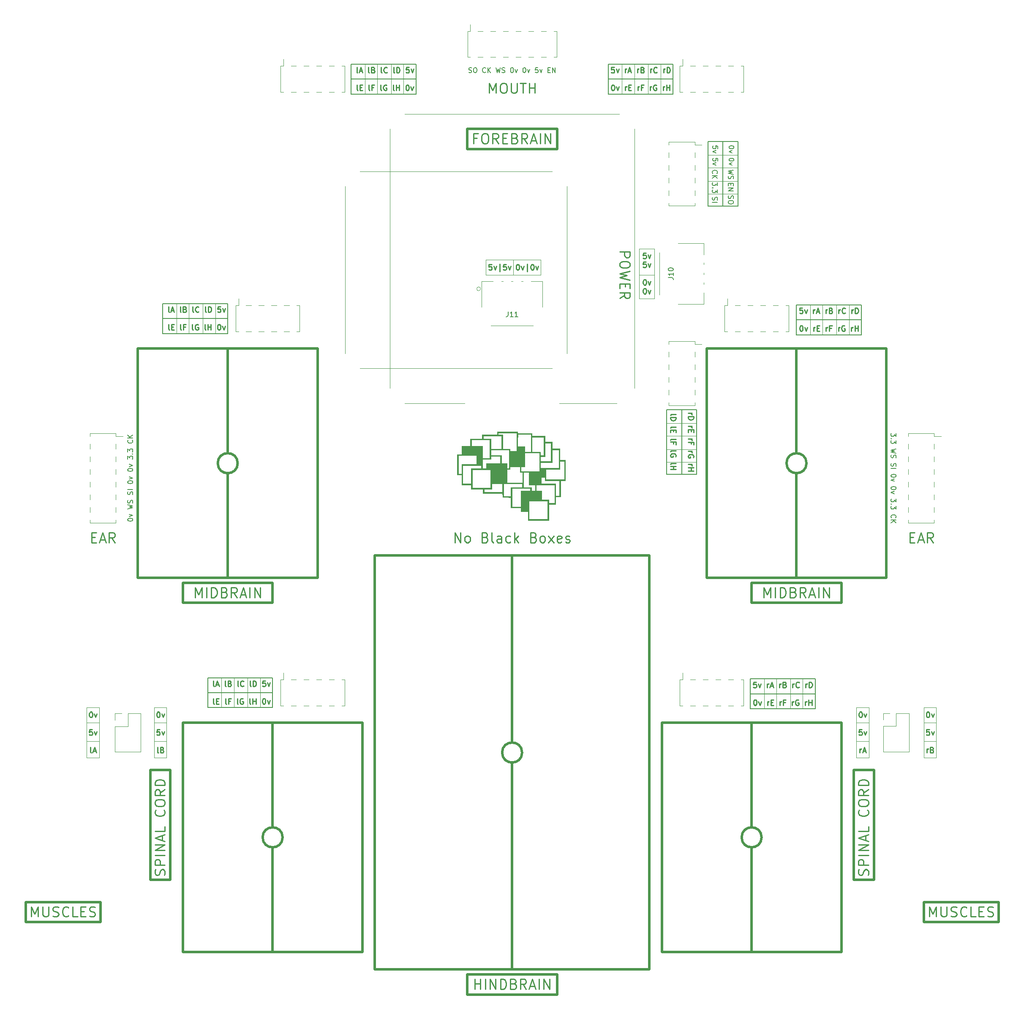
<source format=gto>
G04 #@! TF.GenerationSoftware,KiCad,Pcbnew,9.0.2*
G04 #@! TF.CreationDate,2025-06-02T15:36:06+01:00*
G04 #@! TF.ProjectId,NB3_body,4e42335f-626f-4647-992e-6b696361645f,0.0.6*
G04 #@! TF.SameCoordinates,PX76bb820PYd4ab5c0*
G04 #@! TF.FileFunction,Legend,Top*
G04 #@! TF.FilePolarity,Positive*
%FSLAX46Y46*%
G04 Gerber Fmt 4.6, Leading zero omitted, Abs format (unit mm)*
G04 Created by KiCad (PCBNEW 9.0.2) date 2025-06-02 15:36:06*
%MOMM*%
%LPD*%
G01*
G04 APERTURE LIST*
%ADD10C,0.200000*%
%ADD11C,0.500000*%
%ADD12C,0.120000*%
%ADD13C,0.150000*%
%ADD14C,0.250000*%
%ADD15C,0.000000*%
G04 APERTURE END LIST*
D10*
X37000000Y105750000D02*
X37000000Y118750000D01*
D11*
X-97500000Y20000000D02*
X-82500000Y20000000D01*
X-82500000Y16000000D01*
X-97500000Y16000000D01*
X-97500000Y20000000D01*
X-68500000Y46500000D02*
X-68500000Y24500000D01*
X-66000000Y84000000D02*
X-66000000Y80000000D01*
X-39000000Y85000000D02*
X-39000000Y131000000D01*
D12*
X82500000Y59000000D02*
X85000000Y59000000D01*
X85000000Y49000000D01*
X82500000Y49000000D01*
X82500000Y59000000D01*
D10*
X-61000000Y59000000D02*
X-48000000Y59000000D01*
X-57000000Y134000000D02*
X-57000000Y140000000D01*
D12*
X37000000Y110750000D02*
X31000000Y110750000D01*
X45250000Y167250000D02*
X39250000Y167250000D01*
D11*
X-48000000Y84000000D02*
X-66000000Y84000000D01*
D10*
X57000000Y136750000D02*
X70000000Y136750000D01*
D12*
X37000000Y113500000D02*
X31000000Y113500000D01*
D11*
X0Y48000000D02*
X0Y6500000D01*
D12*
X-5250000Y148750000D02*
X5750000Y148750000D01*
X5750000Y145750000D01*
X-5250000Y145750000D01*
X-5250000Y148750000D01*
D10*
X57000000Y139750000D02*
X57000000Y133750000D01*
D12*
X9500000Y120000000D02*
X21000000Y120000000D01*
X27250000Y188000000D02*
X27250000Y182000000D01*
D11*
X39000000Y131000000D02*
X39000000Y85000000D01*
X66000000Y56000000D02*
X30000000Y56000000D01*
X75000000Y131000000D02*
X39000000Y131000000D01*
D12*
X24500000Y188000000D02*
X24500000Y182000000D01*
X65000000Y139750000D02*
X65000000Y133750000D01*
X21500000Y178000000D02*
X-21500000Y178000000D01*
X37000000Y116000000D02*
X31000000Y116000000D01*
X-71750000Y56000000D02*
X-69250000Y56000000D01*
X82500000Y52250000D02*
X85000000Y52250000D01*
D11*
X66000000Y80000000D02*
X48000000Y80000000D01*
X30000000Y56000000D02*
X30000000Y10000000D01*
X-39000000Y131000000D02*
X-75000000Y131000000D01*
D10*
X-48000000Y59000000D02*
X-48000000Y65000000D01*
X-70000000Y140000000D02*
X-70000000Y134000000D01*
D11*
X75000000Y85000000D02*
X75000000Y131000000D01*
D10*
X39250000Y159500000D02*
X45250000Y159500000D01*
X32250000Y182000000D02*
X32250000Y188000000D01*
D11*
X-57000000Y130750000D02*
X-57000000Y110250000D01*
D10*
X-32250000Y185000000D02*
X-19250000Y185000000D01*
X47750000Y58750000D02*
X60750000Y58750000D01*
D11*
X59000000Y108000000D02*
G75*
G02*
X55000000Y108000000I-2000000J0D01*
G01*
X55000000Y108000000D02*
G75*
G02*
X59000000Y108000000I2000000J0D01*
G01*
D12*
X69000000Y56000000D02*
X71500000Y56000000D01*
X-64750000Y140000000D02*
X-64750000Y134000000D01*
D11*
X-75000000Y85000000D02*
X-39000000Y85000000D01*
X-48000000Y80000000D02*
X-66000000Y80000000D01*
D12*
X-24250000Y188000000D02*
X-24250000Y182000000D01*
D11*
X2000000Y50000000D02*
G75*
G02*
X-2000000Y50000000I-2000000J0D01*
G01*
X-2000000Y50000000D02*
G75*
G02*
X2000000Y50000000I2000000J0D01*
G01*
D12*
X69000000Y52250000D02*
X71500000Y52250000D01*
X45250000Y169750000D02*
X39250000Y169750000D01*
D10*
X19250000Y182000000D02*
X32250000Y182000000D01*
X57000000Y133750000D02*
X70000000Y133750000D01*
D12*
X-85250000Y52250000D02*
X-82750000Y52250000D01*
D11*
X9000000Y175000000D02*
X9000000Y171000000D01*
X9000000Y5500000D02*
X9000000Y1500000D01*
D10*
X-57000000Y140000000D02*
X-70000000Y140000000D01*
D11*
X9000000Y5500000D02*
X-9000000Y5500000D01*
D12*
X53000000Y64750000D02*
X53000000Y58750000D01*
X-50500000Y65000000D02*
X-50500000Y59000000D01*
D11*
X-30000000Y10000000D02*
X-30000000Y56000000D01*
X-72500000Y46500000D02*
X-72500000Y24500000D01*
X68500000Y46500000D02*
X68500000Y24500000D01*
D10*
X45250000Y159500000D02*
X45250000Y172500000D01*
X47750000Y64750000D02*
X47750000Y58750000D01*
X70000000Y133750000D02*
X70000000Y139750000D01*
D12*
X-55750000Y65000000D02*
X-55750000Y59000000D01*
X-59500000Y140000000D02*
X-59500000Y134000000D01*
X11000000Y163500000D02*
X11000000Y130000000D01*
D10*
X31000000Y118750000D02*
X31000000Y105750000D01*
D11*
X-57000000Y106000000D02*
X-57000000Y85000000D01*
D12*
X-24500000Y175000000D02*
X-24500000Y123000000D01*
X-30500000Y127000000D02*
X8000000Y127000000D01*
X-53000000Y65000000D02*
X-53000000Y59000000D01*
X-67250000Y140000000D02*
X-67250000Y134000000D01*
D11*
X-27500000Y89500000D02*
X-27500000Y6500000D01*
D12*
X25500000Y145750000D02*
X28500000Y145750000D01*
X-21750000Y188000000D02*
X-21750000Y182000000D01*
X25500000Y151000000D02*
X28500000Y151000000D01*
X28500000Y141000000D01*
X25500000Y141000000D01*
X25500000Y151000000D01*
D10*
X-32250000Y182000000D02*
X-19250000Y182000000D01*
D12*
X67500000Y139750000D02*
X67500000Y133750000D01*
D10*
X60750000Y64750000D02*
X47750000Y64750000D01*
D11*
X-55000000Y108000000D02*
G75*
G02*
X-59000000Y108000000I-2000000J0D01*
G01*
X-59000000Y108000000D02*
G75*
G02*
X-55000000Y108000000I2000000J0D01*
G01*
D12*
X50500000Y64750000D02*
X50500000Y58750000D01*
D11*
X57000000Y106000000D02*
X57000000Y85000000D01*
D10*
X-19250000Y182000000D02*
X-19250000Y188000000D01*
D12*
X-21500000Y120000000D02*
X-9500000Y120000000D01*
X-30500000Y166500000D02*
X8000000Y166500000D01*
X-33500000Y130000000D02*
X-33500000Y163500000D01*
X62250000Y139750000D02*
X62250000Y133750000D01*
D10*
X42250000Y172500000D02*
X42250000Y159500000D01*
D11*
X-30000000Y56000000D02*
X-66000000Y56000000D01*
X-9000000Y5500000D02*
X-9000000Y1500000D01*
D10*
X-19250000Y188000000D02*
X-32250000Y188000000D01*
X32250000Y188000000D02*
X19250000Y188000000D01*
D11*
X-48000000Y56000000D02*
X-48000000Y35000000D01*
D12*
X250000Y145750000D02*
X250000Y148750000D01*
D11*
X9000000Y1500000D02*
X-9000000Y1500000D01*
D10*
X70000000Y139750000D02*
X57000000Y139750000D01*
D12*
X82500000Y56000000D02*
X85000000Y56000000D01*
D10*
X-48000000Y65000000D02*
X-61000000Y65000000D01*
D12*
X-62000000Y140000000D02*
X-62000000Y134000000D01*
D11*
X30000000Y10000000D02*
X66000000Y10000000D01*
D12*
X29750000Y188000000D02*
X29750000Y182000000D01*
D11*
X-48000000Y84000000D02*
X-48000000Y80000000D01*
X-66000000Y56000000D02*
X-66000000Y10000000D01*
D12*
X59750000Y139750000D02*
X59750000Y133750000D01*
D10*
X-70000000Y134000000D02*
X-57000000Y134000000D01*
X34000000Y118750000D02*
X34000000Y105750000D01*
D12*
X58250000Y64750000D02*
X58250000Y58750000D01*
X22000000Y188000000D02*
X22000000Y182000000D01*
X-85250000Y59000000D02*
X-82750000Y59000000D01*
X-82750000Y49000000D01*
X-85250000Y49000000D01*
X-85250000Y59000000D01*
D11*
X27500000Y89500000D02*
X-27500000Y89500000D01*
D12*
X-58250000Y65000000D02*
X-58250000Y59000000D01*
D10*
X37000000Y118750000D02*
X31000000Y118750000D01*
X-70000000Y137000000D02*
X-57000000Y137000000D01*
D11*
X48000000Y31000000D02*
X48000000Y10000000D01*
X-48000000Y31000000D02*
X-48000000Y10000000D01*
D12*
X45250000Y164500000D02*
X39250000Y164500000D01*
D11*
X66000000Y84000000D02*
X66000000Y80000000D01*
X-46000000Y33000000D02*
G75*
G02*
X-50000000Y33000000I-2000000J0D01*
G01*
X-50000000Y33000000D02*
G75*
G02*
X-46000000Y33000000I2000000J0D01*
G01*
X0Y89500000D02*
X0Y52000000D01*
D12*
X69000000Y59000000D02*
X71500000Y59000000D01*
X71500000Y49000000D01*
X69000000Y49000000D01*
X69000000Y59000000D01*
D11*
X-66000000Y10000000D02*
X-30000000Y10000000D01*
D12*
X45250000Y162000000D02*
X39250000Y162000000D01*
X55750000Y64750000D02*
X55750000Y58750000D01*
D11*
X68500000Y24500000D02*
X72500000Y24500000D01*
X48000000Y56000000D02*
X48000000Y35000000D01*
X-72500000Y46500000D02*
X-68500000Y46500000D01*
D10*
X19250000Y185000000D02*
X32250000Y185000000D01*
D11*
X-9000000Y175000000D02*
X-9000000Y171000000D01*
D12*
X-71750000Y59000000D02*
X-69250000Y59000000D01*
X-69250000Y49000000D01*
X-71750000Y49000000D01*
X-71750000Y59000000D01*
D10*
X-61000000Y62000000D02*
X-48000000Y62000000D01*
D12*
X-27000000Y188000000D02*
X-27000000Y182000000D01*
D11*
X-72500000Y24500000D02*
X-68500000Y24500000D01*
D10*
X39250000Y172500000D02*
X39250000Y159500000D01*
D12*
X-85250000Y56000000D02*
X-82750000Y56000000D01*
D10*
X60750000Y58750000D02*
X60750000Y64750000D01*
D11*
X9000000Y175000000D02*
X-9000000Y175000000D01*
X66000000Y84000000D02*
X48000000Y84000000D01*
D10*
X47750000Y61750000D02*
X60750000Y61750000D01*
D11*
X-75000000Y131000000D02*
X-75000000Y85000000D01*
D12*
X37000000Y108250000D02*
X31000000Y108250000D01*
D11*
X-27500000Y6500000D02*
X27500000Y6500000D01*
X50000000Y33000000D02*
G75*
G02*
X46000000Y33000000I-2000000J0D01*
G01*
X46000000Y33000000D02*
G75*
G02*
X50000000Y33000000I2000000J0D01*
G01*
X66000000Y10000000D02*
X66000000Y56000000D01*
D10*
X-61000000Y65000000D02*
X-61000000Y59000000D01*
X-32250000Y188000000D02*
X-32250000Y182000000D01*
D12*
X-29500000Y188000000D02*
X-29500000Y182000000D01*
D11*
X39000000Y85000000D02*
X75000000Y85000000D01*
X72500000Y46500000D02*
X72500000Y24500000D01*
X68500000Y46500000D02*
X72500000Y46500000D01*
X9000000Y171000000D02*
X-9000000Y171000000D01*
D10*
X31000000Y105750000D02*
X37000000Y105750000D01*
D12*
X-71750000Y52250000D02*
X-69250000Y52250000D01*
D11*
X57000000Y130750000D02*
X57000000Y110250000D01*
D12*
X24500000Y123000000D02*
X24500000Y175000000D01*
D11*
X82500000Y20000000D02*
X97500000Y20000000D01*
X97500000Y16000000D01*
X82500000Y16000000D01*
X82500000Y20000000D01*
X27500000Y6500000D02*
X27500000Y89500000D01*
D10*
X45250000Y172500000D02*
X39250000Y172500000D01*
X19250000Y188000000D02*
X19250000Y182000000D01*
D11*
X48000000Y84000000D02*
X48000000Y80000000D01*
D13*
X41145180Y164258459D02*
X41145180Y163639412D01*
X41145180Y163639412D02*
X40764228Y163972745D01*
X40764228Y163972745D02*
X40764228Y163829888D01*
X40764228Y163829888D02*
X40716609Y163734650D01*
X40716609Y163734650D02*
X40668990Y163687031D01*
X40668990Y163687031D02*
X40573752Y163639412D01*
X40573752Y163639412D02*
X40335657Y163639412D01*
X40335657Y163639412D02*
X40240419Y163687031D01*
X40240419Y163687031D02*
X40192800Y163734650D01*
X40192800Y163734650D02*
X40145180Y163829888D01*
X40145180Y163829888D02*
X40145180Y164115602D01*
X40145180Y164115602D02*
X40192800Y164210840D01*
X40192800Y164210840D02*
X40240419Y164258459D01*
X40240419Y163210840D02*
X40192800Y163163221D01*
X40192800Y163163221D02*
X40145180Y163210840D01*
X40145180Y163210840D02*
X40192800Y163258459D01*
X40192800Y163258459D02*
X40240419Y163210840D01*
X40240419Y163210840D02*
X40145180Y163210840D01*
X41145180Y162829888D02*
X41145180Y162210841D01*
X41145180Y162210841D02*
X40764228Y162544174D01*
X40764228Y162544174D02*
X40764228Y162401317D01*
X40764228Y162401317D02*
X40716609Y162306079D01*
X40716609Y162306079D02*
X40668990Y162258460D01*
X40668990Y162258460D02*
X40573752Y162210841D01*
X40573752Y162210841D02*
X40335657Y162210841D01*
X40335657Y162210841D02*
X40240419Y162258460D01*
X40240419Y162258460D02*
X40192800Y162306079D01*
X40192800Y162306079D02*
X40145180Y162401317D01*
X40145180Y162401317D02*
X40145180Y162687031D01*
X40145180Y162687031D02*
X40192800Y162782269D01*
X40192800Y162782269D02*
X40240419Y162829888D01*
D14*
X26842857Y150145996D02*
X26319047Y150145996D01*
X26319047Y150145996D02*
X26266666Y149622186D01*
X26266666Y149622186D02*
X26319047Y149674567D01*
X26319047Y149674567D02*
X26423809Y149726948D01*
X26423809Y149726948D02*
X26685714Y149726948D01*
X26685714Y149726948D02*
X26790476Y149674567D01*
X26790476Y149674567D02*
X26842857Y149622186D01*
X26842857Y149622186D02*
X26895238Y149517424D01*
X26895238Y149517424D02*
X26895238Y149255519D01*
X26895238Y149255519D02*
X26842857Y149150757D01*
X26842857Y149150757D02*
X26790476Y149098376D01*
X26790476Y149098376D02*
X26685714Y149045996D01*
X26685714Y149045996D02*
X26423809Y149045996D01*
X26423809Y149045996D02*
X26319047Y149098376D01*
X26319047Y149098376D02*
X26266666Y149150757D01*
X27261904Y149779329D02*
X27523809Y149045996D01*
X27523809Y149045996D02*
X27785714Y149779329D01*
X26842857Y148375058D02*
X26319047Y148375058D01*
X26319047Y148375058D02*
X26266666Y147851248D01*
X26266666Y147851248D02*
X26319047Y147903629D01*
X26319047Y147903629D02*
X26423809Y147956010D01*
X26423809Y147956010D02*
X26685714Y147956010D01*
X26685714Y147956010D02*
X26790476Y147903629D01*
X26790476Y147903629D02*
X26842857Y147851248D01*
X26842857Y147851248D02*
X26895238Y147746486D01*
X26895238Y147746486D02*
X26895238Y147484581D01*
X26895238Y147484581D02*
X26842857Y147379819D01*
X26842857Y147379819D02*
X26790476Y147327438D01*
X26790476Y147327438D02*
X26685714Y147275058D01*
X26685714Y147275058D02*
X26423809Y147275058D01*
X26423809Y147275058D02*
X26319047Y147327438D01*
X26319047Y147327438D02*
X26266666Y147379819D01*
X27261904Y148008391D02*
X27523809Y147275058D01*
X27523809Y147275058D02*
X27785714Y148008391D01*
X26528571Y144833182D02*
X26633333Y144833182D01*
X26633333Y144833182D02*
X26738095Y144780801D01*
X26738095Y144780801D02*
X26790476Y144728420D01*
X26790476Y144728420D02*
X26842857Y144623658D01*
X26842857Y144623658D02*
X26895238Y144414134D01*
X26895238Y144414134D02*
X26895238Y144152229D01*
X26895238Y144152229D02*
X26842857Y143942705D01*
X26842857Y143942705D02*
X26790476Y143837943D01*
X26790476Y143837943D02*
X26738095Y143785562D01*
X26738095Y143785562D02*
X26633333Y143733182D01*
X26633333Y143733182D02*
X26528571Y143733182D01*
X26528571Y143733182D02*
X26423809Y143785562D01*
X26423809Y143785562D02*
X26371428Y143837943D01*
X26371428Y143837943D02*
X26319047Y143942705D01*
X26319047Y143942705D02*
X26266666Y144152229D01*
X26266666Y144152229D02*
X26266666Y144414134D01*
X26266666Y144414134D02*
X26319047Y144623658D01*
X26319047Y144623658D02*
X26371428Y144728420D01*
X26371428Y144728420D02*
X26423809Y144780801D01*
X26423809Y144780801D02*
X26528571Y144833182D01*
X27261904Y144466515D02*
X27523809Y143733182D01*
X27523809Y143733182D02*
X27785714Y144466515D01*
X26528571Y143062244D02*
X26633333Y143062244D01*
X26633333Y143062244D02*
X26738095Y143009863D01*
X26738095Y143009863D02*
X26790476Y142957482D01*
X26790476Y142957482D02*
X26842857Y142852720D01*
X26842857Y142852720D02*
X26895238Y142643196D01*
X26895238Y142643196D02*
X26895238Y142381291D01*
X26895238Y142381291D02*
X26842857Y142171767D01*
X26842857Y142171767D02*
X26790476Y142067005D01*
X26790476Y142067005D02*
X26738095Y142014624D01*
X26738095Y142014624D02*
X26633333Y141962244D01*
X26633333Y141962244D02*
X26528571Y141962244D01*
X26528571Y141962244D02*
X26423809Y142014624D01*
X26423809Y142014624D02*
X26371428Y142067005D01*
X26371428Y142067005D02*
X26319047Y142171767D01*
X26319047Y142171767D02*
X26266666Y142381291D01*
X26266666Y142381291D02*
X26266666Y142643196D01*
X26266666Y142643196D02*
X26319047Y142852720D01*
X26319047Y142852720D02*
X26371428Y142957482D01*
X26371428Y142957482D02*
X26423809Y143009863D01*
X26423809Y143009863D02*
X26528571Y143062244D01*
X27261904Y142695577D02*
X27523809Y141962244D01*
X27523809Y141962244D02*
X27785714Y142695577D01*
X35275057Y118011904D02*
X36008390Y118011904D01*
X35798866Y118011904D02*
X35903628Y117959523D01*
X35903628Y117959523D02*
X35956009Y117907142D01*
X35956009Y117907142D02*
X36008390Y117802380D01*
X36008390Y117802380D02*
X36008390Y117697618D01*
X35275057Y117330952D02*
X36375057Y117330952D01*
X36375057Y117330952D02*
X36375057Y117069047D01*
X36375057Y117069047D02*
X36322676Y116911904D01*
X36322676Y116911904D02*
X36217914Y116807142D01*
X36217914Y116807142D02*
X36113152Y116754761D01*
X36113152Y116754761D02*
X35903628Y116702380D01*
X35903628Y116702380D02*
X35746485Y116702380D01*
X35746485Y116702380D02*
X35536961Y116754761D01*
X35536961Y116754761D02*
X35432199Y116807142D01*
X35432199Y116807142D02*
X35327438Y116911904D01*
X35327438Y116911904D02*
X35275057Y117069047D01*
X35275057Y117069047D02*
X35275057Y117330952D01*
X35275057Y115392857D02*
X36008390Y115392857D01*
X35798866Y115392857D02*
X35903628Y115340476D01*
X35903628Y115340476D02*
X35956009Y115288095D01*
X35956009Y115288095D02*
X36008390Y115183333D01*
X36008390Y115183333D02*
X36008390Y115078571D01*
X35851247Y114711905D02*
X35851247Y114345238D01*
X35275057Y114188095D02*
X35275057Y114711905D01*
X35275057Y114711905D02*
X36375057Y114711905D01*
X36375057Y114711905D02*
X36375057Y114188095D01*
X35275057Y112878572D02*
X36008390Y112878572D01*
X35798866Y112878572D02*
X35903628Y112826191D01*
X35903628Y112826191D02*
X35956009Y112773810D01*
X35956009Y112773810D02*
X36008390Y112669048D01*
X36008390Y112669048D02*
X36008390Y112564286D01*
X35851247Y111830953D02*
X35851247Y112197620D01*
X35275057Y112197620D02*
X36375057Y112197620D01*
X36375057Y112197620D02*
X36375057Y111673810D01*
X35275057Y110416668D02*
X36008390Y110416668D01*
X35798866Y110416668D02*
X35903628Y110364287D01*
X35903628Y110364287D02*
X35956009Y110311906D01*
X35956009Y110311906D02*
X36008390Y110207144D01*
X36008390Y110207144D02*
X36008390Y110102382D01*
X36322676Y109159525D02*
X36375057Y109264287D01*
X36375057Y109264287D02*
X36375057Y109421430D01*
X36375057Y109421430D02*
X36322676Y109578573D01*
X36322676Y109578573D02*
X36217914Y109683335D01*
X36217914Y109683335D02*
X36113152Y109735716D01*
X36113152Y109735716D02*
X35903628Y109788097D01*
X35903628Y109788097D02*
X35746485Y109788097D01*
X35746485Y109788097D02*
X35536961Y109735716D01*
X35536961Y109735716D02*
X35432199Y109683335D01*
X35432199Y109683335D02*
X35327438Y109578573D01*
X35327438Y109578573D02*
X35275057Y109421430D01*
X35275057Y109421430D02*
X35275057Y109316668D01*
X35275057Y109316668D02*
X35327438Y109159525D01*
X35327438Y109159525D02*
X35379818Y109107144D01*
X35379818Y109107144D02*
X35746485Y109107144D01*
X35746485Y109107144D02*
X35746485Y109316668D01*
X35275057Y107797621D02*
X36008390Y107797621D01*
X35798866Y107797621D02*
X35903628Y107745240D01*
X35903628Y107745240D02*
X35956009Y107692859D01*
X35956009Y107692859D02*
X36008390Y107588097D01*
X36008390Y107588097D02*
X36008390Y107483335D01*
X35275057Y107116669D02*
X36375057Y107116669D01*
X35851247Y107116669D02*
X35851247Y106488097D01*
X35275057Y106488097D02*
X36375057Y106488097D01*
X31733181Y117592856D02*
X31785562Y117697618D01*
X31785562Y117697618D02*
X31890323Y117749999D01*
X31890323Y117749999D02*
X32833181Y117749999D01*
X31733181Y117173809D02*
X32833181Y117173809D01*
X32833181Y117173809D02*
X32833181Y116911904D01*
X32833181Y116911904D02*
X32780800Y116754761D01*
X32780800Y116754761D02*
X32676038Y116649999D01*
X32676038Y116649999D02*
X32571276Y116597618D01*
X32571276Y116597618D02*
X32361752Y116545237D01*
X32361752Y116545237D02*
X32204609Y116545237D01*
X32204609Y116545237D02*
X31995085Y116597618D01*
X31995085Y116597618D02*
X31890323Y116649999D01*
X31890323Y116649999D02*
X31785562Y116754761D01*
X31785562Y116754761D02*
X31733181Y116911904D01*
X31733181Y116911904D02*
X31733181Y117173809D01*
X31733181Y115078571D02*
X31785562Y115183333D01*
X31785562Y115183333D02*
X31890323Y115235714D01*
X31890323Y115235714D02*
X32833181Y115235714D01*
X32309371Y114659524D02*
X32309371Y114292857D01*
X31733181Y114135714D02*
X31733181Y114659524D01*
X31733181Y114659524D02*
X32833181Y114659524D01*
X32833181Y114659524D02*
X32833181Y114135714D01*
X31733181Y112669048D02*
X31785562Y112773810D01*
X31785562Y112773810D02*
X31890323Y112826191D01*
X31890323Y112826191D02*
X32833181Y112826191D01*
X32309371Y111883334D02*
X32309371Y112250001D01*
X31733181Y112250001D02*
X32833181Y112250001D01*
X32833181Y112250001D02*
X32833181Y111726191D01*
X31733181Y110311906D02*
X31785562Y110416668D01*
X31785562Y110416668D02*
X31890323Y110469049D01*
X31890323Y110469049D02*
X32833181Y110469049D01*
X32780800Y109316668D02*
X32833181Y109421430D01*
X32833181Y109421430D02*
X32833181Y109578573D01*
X32833181Y109578573D02*
X32780800Y109735716D01*
X32780800Y109735716D02*
X32676038Y109840478D01*
X32676038Y109840478D02*
X32571276Y109892859D01*
X32571276Y109892859D02*
X32361752Y109945240D01*
X32361752Y109945240D02*
X32204609Y109945240D01*
X32204609Y109945240D02*
X31995085Y109892859D01*
X31995085Y109892859D02*
X31890323Y109840478D01*
X31890323Y109840478D02*
X31785562Y109735716D01*
X31785562Y109735716D02*
X31733181Y109578573D01*
X31733181Y109578573D02*
X31733181Y109473811D01*
X31733181Y109473811D02*
X31785562Y109316668D01*
X31785562Y109316668D02*
X31837942Y109264287D01*
X31837942Y109264287D02*
X32204609Y109264287D01*
X32204609Y109264287D02*
X32204609Y109473811D01*
X31733181Y107797621D02*
X31785562Y107902383D01*
X31785562Y107902383D02*
X31890323Y107954764D01*
X31890323Y107954764D02*
X32833181Y107954764D01*
X31733181Y107378574D02*
X32833181Y107378574D01*
X32309371Y107378574D02*
X32309371Y106750002D01*
X31733181Y106750002D02*
X32833181Y106750002D01*
X20433335Y187375058D02*
X19909525Y187375058D01*
X19909525Y187375058D02*
X19857144Y186851248D01*
X19857144Y186851248D02*
X19909525Y186903629D01*
X19909525Y186903629D02*
X20014287Y186956010D01*
X20014287Y186956010D02*
X20276192Y186956010D01*
X20276192Y186956010D02*
X20380954Y186903629D01*
X20380954Y186903629D02*
X20433335Y186851248D01*
X20433335Y186851248D02*
X20485716Y186746486D01*
X20485716Y186746486D02*
X20485716Y186484581D01*
X20485716Y186484581D02*
X20433335Y186379819D01*
X20433335Y186379819D02*
X20380954Y186327438D01*
X20380954Y186327438D02*
X20276192Y186275058D01*
X20276192Y186275058D02*
X20014287Y186275058D01*
X20014287Y186275058D02*
X19909525Y186327438D01*
X19909525Y186327438D02*
X19857144Y186379819D01*
X20852382Y187008391D02*
X21114287Y186275058D01*
X21114287Y186275058D02*
X21376192Y187008391D01*
X22633334Y186275058D02*
X22633334Y187008391D01*
X22633334Y186798867D02*
X22685715Y186903629D01*
X22685715Y186903629D02*
X22738096Y186956010D01*
X22738096Y186956010D02*
X22842858Y187008391D01*
X22842858Y187008391D02*
X22947620Y187008391D01*
X23261905Y186589343D02*
X23785715Y186589343D01*
X23157143Y186275058D02*
X23523810Y187375058D01*
X23523810Y187375058D02*
X23890477Y186275058D01*
X25095238Y186275058D02*
X25095238Y187008391D01*
X25095238Y186798867D02*
X25147619Y186903629D01*
X25147619Y186903629D02*
X25200000Y186956010D01*
X25200000Y186956010D02*
X25304762Y187008391D01*
X25304762Y187008391D02*
X25409524Y187008391D01*
X26142857Y186851248D02*
X26300000Y186798867D01*
X26300000Y186798867D02*
X26352381Y186746486D01*
X26352381Y186746486D02*
X26404762Y186641724D01*
X26404762Y186641724D02*
X26404762Y186484581D01*
X26404762Y186484581D02*
X26352381Y186379819D01*
X26352381Y186379819D02*
X26300000Y186327438D01*
X26300000Y186327438D02*
X26195238Y186275058D01*
X26195238Y186275058D02*
X25776190Y186275058D01*
X25776190Y186275058D02*
X25776190Y187375058D01*
X25776190Y187375058D02*
X26142857Y187375058D01*
X26142857Y187375058D02*
X26247619Y187322677D01*
X26247619Y187322677D02*
X26300000Y187270296D01*
X26300000Y187270296D02*
X26352381Y187165534D01*
X26352381Y187165534D02*
X26352381Y187060772D01*
X26352381Y187060772D02*
X26300000Y186956010D01*
X26300000Y186956010D02*
X26247619Y186903629D01*
X26247619Y186903629D02*
X26142857Y186851248D01*
X26142857Y186851248D02*
X25776190Y186851248D01*
X27714285Y186275058D02*
X27714285Y187008391D01*
X27714285Y186798867D02*
X27766666Y186903629D01*
X27766666Y186903629D02*
X27819047Y186956010D01*
X27819047Y186956010D02*
X27923809Y187008391D01*
X27923809Y187008391D02*
X28028571Y187008391D01*
X29023809Y186379819D02*
X28971428Y186327438D01*
X28971428Y186327438D02*
X28814285Y186275058D01*
X28814285Y186275058D02*
X28709523Y186275058D01*
X28709523Y186275058D02*
X28552380Y186327438D01*
X28552380Y186327438D02*
X28447618Y186432200D01*
X28447618Y186432200D02*
X28395237Y186536962D01*
X28395237Y186536962D02*
X28342856Y186746486D01*
X28342856Y186746486D02*
X28342856Y186903629D01*
X28342856Y186903629D02*
X28395237Y187113153D01*
X28395237Y187113153D02*
X28447618Y187217915D01*
X28447618Y187217915D02*
X28552380Y187322677D01*
X28552380Y187322677D02*
X28709523Y187375058D01*
X28709523Y187375058D02*
X28814285Y187375058D01*
X28814285Y187375058D02*
X28971428Y187322677D01*
X28971428Y187322677D02*
X29023809Y187270296D01*
X30333332Y186275058D02*
X30333332Y187008391D01*
X30333332Y186798867D02*
X30385713Y186903629D01*
X30385713Y186903629D02*
X30438094Y186956010D01*
X30438094Y186956010D02*
X30542856Y187008391D01*
X30542856Y187008391D02*
X30647618Y187008391D01*
X31014284Y186275058D02*
X31014284Y187375058D01*
X31014284Y187375058D02*
X31276189Y187375058D01*
X31276189Y187375058D02*
X31433332Y187322677D01*
X31433332Y187322677D02*
X31538094Y187217915D01*
X31538094Y187217915D02*
X31590475Y187113153D01*
X31590475Y187113153D02*
X31642856Y186903629D01*
X31642856Y186903629D02*
X31642856Y186746486D01*
X31642856Y186746486D02*
X31590475Y186536962D01*
X31590475Y186536962D02*
X31538094Y186432200D01*
X31538094Y186432200D02*
X31433332Y186327438D01*
X31433332Y186327438D02*
X31276189Y186275058D01*
X31276189Y186275058D02*
X31014284Y186275058D01*
X20145239Y183833182D02*
X20250001Y183833182D01*
X20250001Y183833182D02*
X20354763Y183780801D01*
X20354763Y183780801D02*
X20407144Y183728420D01*
X20407144Y183728420D02*
X20459525Y183623658D01*
X20459525Y183623658D02*
X20511906Y183414134D01*
X20511906Y183414134D02*
X20511906Y183152229D01*
X20511906Y183152229D02*
X20459525Y182942705D01*
X20459525Y182942705D02*
X20407144Y182837943D01*
X20407144Y182837943D02*
X20354763Y182785562D01*
X20354763Y182785562D02*
X20250001Y182733182D01*
X20250001Y182733182D02*
X20145239Y182733182D01*
X20145239Y182733182D02*
X20040477Y182785562D01*
X20040477Y182785562D02*
X19988096Y182837943D01*
X19988096Y182837943D02*
X19935715Y182942705D01*
X19935715Y182942705D02*
X19883334Y183152229D01*
X19883334Y183152229D02*
X19883334Y183414134D01*
X19883334Y183414134D02*
X19935715Y183623658D01*
X19935715Y183623658D02*
X19988096Y183728420D01*
X19988096Y183728420D02*
X20040477Y183780801D01*
X20040477Y183780801D02*
X20145239Y183833182D01*
X20878572Y183466515D02*
X21140477Y182733182D01*
X21140477Y182733182D02*
X21402382Y183466515D01*
X22659524Y182733182D02*
X22659524Y183466515D01*
X22659524Y183256991D02*
X22711905Y183361753D01*
X22711905Y183361753D02*
X22764286Y183414134D01*
X22764286Y183414134D02*
X22869048Y183466515D01*
X22869048Y183466515D02*
X22973810Y183466515D01*
X23340476Y183309372D02*
X23707143Y183309372D01*
X23864286Y182733182D02*
X23340476Y182733182D01*
X23340476Y182733182D02*
X23340476Y183833182D01*
X23340476Y183833182D02*
X23864286Y183833182D01*
X25173809Y182733182D02*
X25173809Y183466515D01*
X25173809Y183256991D02*
X25226190Y183361753D01*
X25226190Y183361753D02*
X25278571Y183414134D01*
X25278571Y183414134D02*
X25383333Y183466515D01*
X25383333Y183466515D02*
X25488095Y183466515D01*
X26221428Y183309372D02*
X25854761Y183309372D01*
X25854761Y182733182D02*
X25854761Y183833182D01*
X25854761Y183833182D02*
X26378571Y183833182D01*
X27635713Y182733182D02*
X27635713Y183466515D01*
X27635713Y183256991D02*
X27688094Y183361753D01*
X27688094Y183361753D02*
X27740475Y183414134D01*
X27740475Y183414134D02*
X27845237Y183466515D01*
X27845237Y183466515D02*
X27949999Y183466515D01*
X28892856Y183780801D02*
X28788094Y183833182D01*
X28788094Y183833182D02*
X28630951Y183833182D01*
X28630951Y183833182D02*
X28473808Y183780801D01*
X28473808Y183780801D02*
X28369046Y183676039D01*
X28369046Y183676039D02*
X28316665Y183571277D01*
X28316665Y183571277D02*
X28264284Y183361753D01*
X28264284Y183361753D02*
X28264284Y183204610D01*
X28264284Y183204610D02*
X28316665Y182995086D01*
X28316665Y182995086D02*
X28369046Y182890324D01*
X28369046Y182890324D02*
X28473808Y182785562D01*
X28473808Y182785562D02*
X28630951Y182733182D01*
X28630951Y182733182D02*
X28735713Y182733182D01*
X28735713Y182733182D02*
X28892856Y182785562D01*
X28892856Y182785562D02*
X28945237Y182837943D01*
X28945237Y182837943D02*
X28945237Y183204610D01*
X28945237Y183204610D02*
X28735713Y183204610D01*
X30254760Y182733182D02*
X30254760Y183466515D01*
X30254760Y183256991D02*
X30307141Y183361753D01*
X30307141Y183361753D02*
X30359522Y183414134D01*
X30359522Y183414134D02*
X30464284Y183466515D01*
X30464284Y183466515D02*
X30569046Y183466515D01*
X30935712Y182733182D02*
X30935712Y183833182D01*
X30935712Y183309372D02*
X31564284Y183309372D01*
X31564284Y182733182D02*
X31564284Y183833182D01*
X21587761Y150369048D02*
X23587761Y150369048D01*
X23587761Y150369048D02*
X23587761Y149607143D01*
X23587761Y149607143D02*
X23492523Y149416667D01*
X23492523Y149416667D02*
X23397285Y149321429D01*
X23397285Y149321429D02*
X23206809Y149226191D01*
X23206809Y149226191D02*
X22921095Y149226191D01*
X22921095Y149226191D02*
X22730619Y149321429D01*
X22730619Y149321429D02*
X22635380Y149416667D01*
X22635380Y149416667D02*
X22540142Y149607143D01*
X22540142Y149607143D02*
X22540142Y150369048D01*
X23587761Y147988096D02*
X23587761Y147607143D01*
X23587761Y147607143D02*
X23492523Y147416667D01*
X23492523Y147416667D02*
X23302047Y147226191D01*
X23302047Y147226191D02*
X22921095Y147130953D01*
X22921095Y147130953D02*
X22254428Y147130953D01*
X22254428Y147130953D02*
X21873476Y147226191D01*
X21873476Y147226191D02*
X21683000Y147416667D01*
X21683000Y147416667D02*
X21587761Y147607143D01*
X21587761Y147607143D02*
X21587761Y147988096D01*
X21587761Y147988096D02*
X21683000Y148178572D01*
X21683000Y148178572D02*
X21873476Y148369048D01*
X21873476Y148369048D02*
X22254428Y148464286D01*
X22254428Y148464286D02*
X22921095Y148464286D01*
X22921095Y148464286D02*
X23302047Y148369048D01*
X23302047Y148369048D02*
X23492523Y148178572D01*
X23492523Y148178572D02*
X23587761Y147988096D01*
X23587761Y146464286D02*
X21587761Y145988096D01*
X21587761Y145988096D02*
X23016333Y145607143D01*
X23016333Y145607143D02*
X21587761Y145226191D01*
X21587761Y145226191D02*
X23587761Y144750000D01*
X22635380Y143988096D02*
X22635380Y143321429D01*
X21587761Y143035715D02*
X21587761Y143988096D01*
X21587761Y143988096D02*
X23587761Y143988096D01*
X23587761Y143988096D02*
X23587761Y143035715D01*
X21587761Y141035715D02*
X22540142Y141702382D01*
X21587761Y142178572D02*
X23587761Y142178572D01*
X23587761Y142178572D02*
X23587761Y141416667D01*
X23587761Y141416667D02*
X23492523Y141226191D01*
X23492523Y141226191D02*
X23397285Y141130953D01*
X23397285Y141130953D02*
X23206809Y141035715D01*
X23206809Y141035715D02*
X22921095Y141035715D01*
X22921095Y141035715D02*
X22730619Y141130953D01*
X22730619Y141130953D02*
X22635380Y141226191D01*
X22635380Y141226191D02*
X22540142Y141416667D01*
X22540142Y141416667D02*
X22540142Y142178572D01*
X58183335Y139125058D02*
X57659525Y139125058D01*
X57659525Y139125058D02*
X57607144Y138601248D01*
X57607144Y138601248D02*
X57659525Y138653629D01*
X57659525Y138653629D02*
X57764287Y138706010D01*
X57764287Y138706010D02*
X58026192Y138706010D01*
X58026192Y138706010D02*
X58130954Y138653629D01*
X58130954Y138653629D02*
X58183335Y138601248D01*
X58183335Y138601248D02*
X58235716Y138496486D01*
X58235716Y138496486D02*
X58235716Y138234581D01*
X58235716Y138234581D02*
X58183335Y138129819D01*
X58183335Y138129819D02*
X58130954Y138077438D01*
X58130954Y138077438D02*
X58026192Y138025058D01*
X58026192Y138025058D02*
X57764287Y138025058D01*
X57764287Y138025058D02*
X57659525Y138077438D01*
X57659525Y138077438D02*
X57607144Y138129819D01*
X58602382Y138758391D02*
X58864287Y138025058D01*
X58864287Y138025058D02*
X59126192Y138758391D01*
X60383334Y138025058D02*
X60383334Y138758391D01*
X60383334Y138548867D02*
X60435715Y138653629D01*
X60435715Y138653629D02*
X60488096Y138706010D01*
X60488096Y138706010D02*
X60592858Y138758391D01*
X60592858Y138758391D02*
X60697620Y138758391D01*
X61011905Y138339343D02*
X61535715Y138339343D01*
X60907143Y138025058D02*
X61273810Y139125058D01*
X61273810Y139125058D02*
X61640477Y138025058D01*
X62845238Y138025058D02*
X62845238Y138758391D01*
X62845238Y138548867D02*
X62897619Y138653629D01*
X62897619Y138653629D02*
X62950000Y138706010D01*
X62950000Y138706010D02*
X63054762Y138758391D01*
X63054762Y138758391D02*
X63159524Y138758391D01*
X63892857Y138601248D02*
X64050000Y138548867D01*
X64050000Y138548867D02*
X64102381Y138496486D01*
X64102381Y138496486D02*
X64154762Y138391724D01*
X64154762Y138391724D02*
X64154762Y138234581D01*
X64154762Y138234581D02*
X64102381Y138129819D01*
X64102381Y138129819D02*
X64050000Y138077438D01*
X64050000Y138077438D02*
X63945238Y138025058D01*
X63945238Y138025058D02*
X63526190Y138025058D01*
X63526190Y138025058D02*
X63526190Y139125058D01*
X63526190Y139125058D02*
X63892857Y139125058D01*
X63892857Y139125058D02*
X63997619Y139072677D01*
X63997619Y139072677D02*
X64050000Y139020296D01*
X64050000Y139020296D02*
X64102381Y138915534D01*
X64102381Y138915534D02*
X64102381Y138810772D01*
X64102381Y138810772D02*
X64050000Y138706010D01*
X64050000Y138706010D02*
X63997619Y138653629D01*
X63997619Y138653629D02*
X63892857Y138601248D01*
X63892857Y138601248D02*
X63526190Y138601248D01*
X65464285Y138025058D02*
X65464285Y138758391D01*
X65464285Y138548867D02*
X65516666Y138653629D01*
X65516666Y138653629D02*
X65569047Y138706010D01*
X65569047Y138706010D02*
X65673809Y138758391D01*
X65673809Y138758391D02*
X65778571Y138758391D01*
X66773809Y138129819D02*
X66721428Y138077438D01*
X66721428Y138077438D02*
X66564285Y138025058D01*
X66564285Y138025058D02*
X66459523Y138025058D01*
X66459523Y138025058D02*
X66302380Y138077438D01*
X66302380Y138077438D02*
X66197618Y138182200D01*
X66197618Y138182200D02*
X66145237Y138286962D01*
X66145237Y138286962D02*
X66092856Y138496486D01*
X66092856Y138496486D02*
X66092856Y138653629D01*
X66092856Y138653629D02*
X66145237Y138863153D01*
X66145237Y138863153D02*
X66197618Y138967915D01*
X66197618Y138967915D02*
X66302380Y139072677D01*
X66302380Y139072677D02*
X66459523Y139125058D01*
X66459523Y139125058D02*
X66564285Y139125058D01*
X66564285Y139125058D02*
X66721428Y139072677D01*
X66721428Y139072677D02*
X66773809Y139020296D01*
X68083332Y138025058D02*
X68083332Y138758391D01*
X68083332Y138548867D02*
X68135713Y138653629D01*
X68135713Y138653629D02*
X68188094Y138706010D01*
X68188094Y138706010D02*
X68292856Y138758391D01*
X68292856Y138758391D02*
X68397618Y138758391D01*
X68764284Y138025058D02*
X68764284Y139125058D01*
X68764284Y139125058D02*
X69026189Y139125058D01*
X69026189Y139125058D02*
X69183332Y139072677D01*
X69183332Y139072677D02*
X69288094Y138967915D01*
X69288094Y138967915D02*
X69340475Y138863153D01*
X69340475Y138863153D02*
X69392856Y138653629D01*
X69392856Y138653629D02*
X69392856Y138496486D01*
X69392856Y138496486D02*
X69340475Y138286962D01*
X69340475Y138286962D02*
X69288094Y138182200D01*
X69288094Y138182200D02*
X69183332Y138077438D01*
X69183332Y138077438D02*
X69026189Y138025058D01*
X69026189Y138025058D02*
X68764284Y138025058D01*
X57895239Y135583182D02*
X58000001Y135583182D01*
X58000001Y135583182D02*
X58104763Y135530801D01*
X58104763Y135530801D02*
X58157144Y135478420D01*
X58157144Y135478420D02*
X58209525Y135373658D01*
X58209525Y135373658D02*
X58261906Y135164134D01*
X58261906Y135164134D02*
X58261906Y134902229D01*
X58261906Y134902229D02*
X58209525Y134692705D01*
X58209525Y134692705D02*
X58157144Y134587943D01*
X58157144Y134587943D02*
X58104763Y134535562D01*
X58104763Y134535562D02*
X58000001Y134483182D01*
X58000001Y134483182D02*
X57895239Y134483182D01*
X57895239Y134483182D02*
X57790477Y134535562D01*
X57790477Y134535562D02*
X57738096Y134587943D01*
X57738096Y134587943D02*
X57685715Y134692705D01*
X57685715Y134692705D02*
X57633334Y134902229D01*
X57633334Y134902229D02*
X57633334Y135164134D01*
X57633334Y135164134D02*
X57685715Y135373658D01*
X57685715Y135373658D02*
X57738096Y135478420D01*
X57738096Y135478420D02*
X57790477Y135530801D01*
X57790477Y135530801D02*
X57895239Y135583182D01*
X58628572Y135216515D02*
X58890477Y134483182D01*
X58890477Y134483182D02*
X59152382Y135216515D01*
X60409524Y134483182D02*
X60409524Y135216515D01*
X60409524Y135006991D02*
X60461905Y135111753D01*
X60461905Y135111753D02*
X60514286Y135164134D01*
X60514286Y135164134D02*
X60619048Y135216515D01*
X60619048Y135216515D02*
X60723810Y135216515D01*
X61090476Y135059372D02*
X61457143Y135059372D01*
X61614286Y134483182D02*
X61090476Y134483182D01*
X61090476Y134483182D02*
X61090476Y135583182D01*
X61090476Y135583182D02*
X61614286Y135583182D01*
X62923809Y134483182D02*
X62923809Y135216515D01*
X62923809Y135006991D02*
X62976190Y135111753D01*
X62976190Y135111753D02*
X63028571Y135164134D01*
X63028571Y135164134D02*
X63133333Y135216515D01*
X63133333Y135216515D02*
X63238095Y135216515D01*
X63971428Y135059372D02*
X63604761Y135059372D01*
X63604761Y134483182D02*
X63604761Y135583182D01*
X63604761Y135583182D02*
X64128571Y135583182D01*
X65385713Y134483182D02*
X65385713Y135216515D01*
X65385713Y135006991D02*
X65438094Y135111753D01*
X65438094Y135111753D02*
X65490475Y135164134D01*
X65490475Y135164134D02*
X65595237Y135216515D01*
X65595237Y135216515D02*
X65699999Y135216515D01*
X66642856Y135530801D02*
X66538094Y135583182D01*
X66538094Y135583182D02*
X66380951Y135583182D01*
X66380951Y135583182D02*
X66223808Y135530801D01*
X66223808Y135530801D02*
X66119046Y135426039D01*
X66119046Y135426039D02*
X66066665Y135321277D01*
X66066665Y135321277D02*
X66014284Y135111753D01*
X66014284Y135111753D02*
X66014284Y134954610D01*
X66014284Y134954610D02*
X66066665Y134745086D01*
X66066665Y134745086D02*
X66119046Y134640324D01*
X66119046Y134640324D02*
X66223808Y134535562D01*
X66223808Y134535562D02*
X66380951Y134483182D01*
X66380951Y134483182D02*
X66485713Y134483182D01*
X66485713Y134483182D02*
X66642856Y134535562D01*
X66642856Y134535562D02*
X66695237Y134587943D01*
X66695237Y134587943D02*
X66695237Y134954610D01*
X66695237Y134954610D02*
X66485713Y134954610D01*
X68004760Y134483182D02*
X68004760Y135216515D01*
X68004760Y135006991D02*
X68057141Y135111753D01*
X68057141Y135111753D02*
X68109522Y135164134D01*
X68109522Y135164134D02*
X68214284Y135216515D01*
X68214284Y135216515D02*
X68319046Y135216515D01*
X68685712Y134483182D02*
X68685712Y135583182D01*
X68685712Y135059372D02*
X69314284Y135059372D01*
X69314284Y134483182D02*
X69314284Y135583182D01*
D13*
X44455124Y171372745D02*
X44455124Y171277507D01*
X44455124Y171277507D02*
X44407505Y171182269D01*
X44407505Y171182269D02*
X44359886Y171134650D01*
X44359886Y171134650D02*
X44264648Y171087031D01*
X44264648Y171087031D02*
X44074172Y171039412D01*
X44074172Y171039412D02*
X43836077Y171039412D01*
X43836077Y171039412D02*
X43645601Y171087031D01*
X43645601Y171087031D02*
X43550363Y171134650D01*
X43550363Y171134650D02*
X43502744Y171182269D01*
X43502744Y171182269D02*
X43455124Y171277507D01*
X43455124Y171277507D02*
X43455124Y171372745D01*
X43455124Y171372745D02*
X43502744Y171467983D01*
X43502744Y171467983D02*
X43550363Y171515602D01*
X43550363Y171515602D02*
X43645601Y171563221D01*
X43645601Y171563221D02*
X43836077Y171610840D01*
X43836077Y171610840D02*
X44074172Y171610840D01*
X44074172Y171610840D02*
X44264648Y171563221D01*
X44264648Y171563221D02*
X44359886Y171515602D01*
X44359886Y171515602D02*
X44407505Y171467983D01*
X44407505Y171467983D02*
X44455124Y171372745D01*
X44121791Y170706078D02*
X43455124Y170467983D01*
X43455124Y170467983D02*
X44121791Y170229888D01*
X44455124Y168896554D02*
X44455124Y168801316D01*
X44455124Y168801316D02*
X44407505Y168706078D01*
X44407505Y168706078D02*
X44359886Y168658459D01*
X44359886Y168658459D02*
X44264648Y168610840D01*
X44264648Y168610840D02*
X44074172Y168563221D01*
X44074172Y168563221D02*
X43836077Y168563221D01*
X43836077Y168563221D02*
X43645601Y168610840D01*
X43645601Y168610840D02*
X43550363Y168658459D01*
X43550363Y168658459D02*
X43502744Y168706078D01*
X43502744Y168706078D02*
X43455124Y168801316D01*
X43455124Y168801316D02*
X43455124Y168896554D01*
X43455124Y168896554D02*
X43502744Y168991792D01*
X43502744Y168991792D02*
X43550363Y169039411D01*
X43550363Y169039411D02*
X43645601Y169087030D01*
X43645601Y169087030D02*
X43836077Y169134649D01*
X43836077Y169134649D02*
X44074172Y169134649D01*
X44074172Y169134649D02*
X44264648Y169087030D01*
X44264648Y169087030D02*
X44359886Y169039411D01*
X44359886Y169039411D02*
X44407505Y168991792D01*
X44407505Y168991792D02*
X44455124Y168896554D01*
X44121791Y168229887D02*
X43455124Y167991792D01*
X43455124Y167991792D02*
X44121791Y167753697D01*
X41235236Y171087031D02*
X41235236Y171563221D01*
X41235236Y171563221D02*
X40759046Y171610840D01*
X40759046Y171610840D02*
X40806665Y171563221D01*
X40806665Y171563221D02*
X40854284Y171467983D01*
X40854284Y171467983D02*
X40854284Y171229888D01*
X40854284Y171229888D02*
X40806665Y171134650D01*
X40806665Y171134650D02*
X40759046Y171087031D01*
X40759046Y171087031D02*
X40663808Y171039412D01*
X40663808Y171039412D02*
X40425713Y171039412D01*
X40425713Y171039412D02*
X40330475Y171087031D01*
X40330475Y171087031D02*
X40282856Y171134650D01*
X40282856Y171134650D02*
X40235236Y171229888D01*
X40235236Y171229888D02*
X40235236Y171467983D01*
X40235236Y171467983D02*
X40282856Y171563221D01*
X40282856Y171563221D02*
X40330475Y171610840D01*
X40901903Y170706078D02*
X40235236Y170467983D01*
X40235236Y170467983D02*
X40901903Y170229888D01*
X41235236Y168610840D02*
X41235236Y169087030D01*
X41235236Y169087030D02*
X40759046Y169134649D01*
X40759046Y169134649D02*
X40806665Y169087030D01*
X40806665Y169087030D02*
X40854284Y168991792D01*
X40854284Y168991792D02*
X40854284Y168753697D01*
X40854284Y168753697D02*
X40806665Y168658459D01*
X40806665Y168658459D02*
X40759046Y168610840D01*
X40759046Y168610840D02*
X40663808Y168563221D01*
X40663808Y168563221D02*
X40425713Y168563221D01*
X40425713Y168563221D02*
X40330475Y168610840D01*
X40330475Y168610840D02*
X40282856Y168658459D01*
X40282856Y168658459D02*
X40235236Y168753697D01*
X40235236Y168753697D02*
X40235236Y168991792D01*
X40235236Y168991792D02*
X40282856Y169087030D01*
X40282856Y169087030D02*
X40330475Y169134649D01*
X40901903Y168229887D02*
X40235236Y167991792D01*
X40235236Y167991792D02*
X40901903Y167753697D01*
D14*
X-63523810Y81087762D02*
X-63523810Y83087762D01*
X-63523810Y83087762D02*
X-62857143Y81659191D01*
X-62857143Y81659191D02*
X-62190477Y83087762D01*
X-62190477Y83087762D02*
X-62190477Y81087762D01*
X-61238096Y81087762D02*
X-61238096Y83087762D01*
X-60285715Y81087762D02*
X-60285715Y83087762D01*
X-60285715Y83087762D02*
X-59809525Y83087762D01*
X-59809525Y83087762D02*
X-59523810Y82992524D01*
X-59523810Y82992524D02*
X-59333334Y82802048D01*
X-59333334Y82802048D02*
X-59238096Y82611572D01*
X-59238096Y82611572D02*
X-59142858Y82230620D01*
X-59142858Y82230620D02*
X-59142858Y81944905D01*
X-59142858Y81944905D02*
X-59238096Y81563953D01*
X-59238096Y81563953D02*
X-59333334Y81373477D01*
X-59333334Y81373477D02*
X-59523810Y81183000D01*
X-59523810Y81183000D02*
X-59809525Y81087762D01*
X-59809525Y81087762D02*
X-60285715Y81087762D01*
X-57619048Y82135381D02*
X-57333334Y82040143D01*
X-57333334Y82040143D02*
X-57238096Y81944905D01*
X-57238096Y81944905D02*
X-57142858Y81754429D01*
X-57142858Y81754429D02*
X-57142858Y81468715D01*
X-57142858Y81468715D02*
X-57238096Y81278239D01*
X-57238096Y81278239D02*
X-57333334Y81183000D01*
X-57333334Y81183000D02*
X-57523810Y81087762D01*
X-57523810Y81087762D02*
X-58285715Y81087762D01*
X-58285715Y81087762D02*
X-58285715Y83087762D01*
X-58285715Y83087762D02*
X-57619048Y83087762D01*
X-57619048Y83087762D02*
X-57428572Y82992524D01*
X-57428572Y82992524D02*
X-57333334Y82897286D01*
X-57333334Y82897286D02*
X-57238096Y82706810D01*
X-57238096Y82706810D02*
X-57238096Y82516334D01*
X-57238096Y82516334D02*
X-57333334Y82325858D01*
X-57333334Y82325858D02*
X-57428572Y82230620D01*
X-57428572Y82230620D02*
X-57619048Y82135381D01*
X-57619048Y82135381D02*
X-58285715Y82135381D01*
X-55142858Y81087762D02*
X-55809525Y82040143D01*
X-56285715Y81087762D02*
X-56285715Y83087762D01*
X-56285715Y83087762D02*
X-55523810Y83087762D01*
X-55523810Y83087762D02*
X-55333334Y82992524D01*
X-55333334Y82992524D02*
X-55238096Y82897286D01*
X-55238096Y82897286D02*
X-55142858Y82706810D01*
X-55142858Y82706810D02*
X-55142858Y82421096D01*
X-55142858Y82421096D02*
X-55238096Y82230620D01*
X-55238096Y82230620D02*
X-55333334Y82135381D01*
X-55333334Y82135381D02*
X-55523810Y82040143D01*
X-55523810Y82040143D02*
X-56285715Y82040143D01*
X-54380953Y81659191D02*
X-53428572Y81659191D01*
X-54571429Y81087762D02*
X-53904763Y83087762D01*
X-53904763Y83087762D02*
X-53238096Y81087762D01*
X-52571429Y81087762D02*
X-52571429Y83087762D01*
X-51619048Y81087762D02*
X-51619048Y83087762D01*
X-51619048Y83087762D02*
X-50476191Y81087762D01*
X-50476191Y81087762D02*
X-50476191Y83087762D01*
D13*
X44355124Y166758459D02*
X43355124Y166520364D01*
X43355124Y166520364D02*
X44069410Y166329888D01*
X44069410Y166329888D02*
X43355124Y166139412D01*
X43355124Y166139412D02*
X44355124Y165901316D01*
X43402744Y165567983D02*
X43355124Y165425126D01*
X43355124Y165425126D02*
X43355124Y165187031D01*
X43355124Y165187031D02*
X43402744Y165091793D01*
X43402744Y165091793D02*
X43450363Y165044174D01*
X43450363Y165044174D02*
X43545601Y164996555D01*
X43545601Y164996555D02*
X43640839Y164996555D01*
X43640839Y164996555D02*
X43736077Y165044174D01*
X43736077Y165044174D02*
X43783696Y165091793D01*
X43783696Y165091793D02*
X43831315Y165187031D01*
X43831315Y165187031D02*
X43878934Y165377507D01*
X43878934Y165377507D02*
X43926553Y165472745D01*
X43926553Y165472745D02*
X43974172Y165520364D01*
X43974172Y165520364D02*
X44069410Y165567983D01*
X44069410Y165567983D02*
X44164648Y165567983D01*
X44164648Y165567983D02*
X44259886Y165520364D01*
X44259886Y165520364D02*
X44307505Y165472745D01*
X44307505Y165472745D02*
X44355124Y165377507D01*
X44355124Y165377507D02*
X44355124Y165139412D01*
X44355124Y165139412D02*
X44307505Y164996555D01*
X40230475Y166091793D02*
X40182856Y166139412D01*
X40182856Y166139412D02*
X40135236Y166282269D01*
X40135236Y166282269D02*
X40135236Y166377507D01*
X40135236Y166377507D02*
X40182856Y166520364D01*
X40182856Y166520364D02*
X40278094Y166615602D01*
X40278094Y166615602D02*
X40373332Y166663221D01*
X40373332Y166663221D02*
X40563808Y166710840D01*
X40563808Y166710840D02*
X40706665Y166710840D01*
X40706665Y166710840D02*
X40897141Y166663221D01*
X40897141Y166663221D02*
X40992379Y166615602D01*
X40992379Y166615602D02*
X41087617Y166520364D01*
X41087617Y166520364D02*
X41135236Y166377507D01*
X41135236Y166377507D02*
X41135236Y166282269D01*
X41135236Y166282269D02*
X41087617Y166139412D01*
X41087617Y166139412D02*
X41039998Y166091793D01*
X40135236Y165663221D02*
X41135236Y165663221D01*
X40135236Y165091793D02*
X40706665Y165520364D01*
X41135236Y165091793D02*
X40563808Y165663221D01*
D14*
X-84285715Y93135381D02*
X-83619048Y93135381D01*
X-83333334Y92087762D02*
X-84285715Y92087762D01*
X-84285715Y92087762D02*
X-84285715Y94087762D01*
X-84285715Y94087762D02*
X-83333334Y94087762D01*
X-82571429Y92659191D02*
X-81619048Y92659191D01*
X-82761905Y92087762D02*
X-82095239Y94087762D01*
X-82095239Y94087762D02*
X-81428572Y92087762D01*
X-79619048Y92087762D02*
X-80285715Y93040143D01*
X-80761905Y92087762D02*
X-80761905Y94087762D01*
X-80761905Y94087762D02*
X-80000000Y94087762D01*
X-80000000Y94087762D02*
X-79809524Y93992524D01*
X-79809524Y93992524D02*
X-79714286Y93897286D01*
X-79714286Y93897286D02*
X-79619048Y93706810D01*
X-79619048Y93706810D02*
X-79619048Y93421096D01*
X-79619048Y93421096D02*
X-79714286Y93230620D01*
X-79714286Y93230620D02*
X-79809524Y93135381D01*
X-79809524Y93135381D02*
X-80000000Y93040143D01*
X-80000000Y93040143D02*
X-80761905Y93040143D01*
D13*
X-8690477Y186342800D02*
X-8547620Y186295181D01*
X-8547620Y186295181D02*
X-8309525Y186295181D01*
X-8309525Y186295181D02*
X-8214287Y186342800D01*
X-8214287Y186342800D02*
X-8166668Y186390420D01*
X-8166668Y186390420D02*
X-8119049Y186485658D01*
X-8119049Y186485658D02*
X-8119049Y186580896D01*
X-8119049Y186580896D02*
X-8166668Y186676134D01*
X-8166668Y186676134D02*
X-8214287Y186723753D01*
X-8214287Y186723753D02*
X-8309525Y186771372D01*
X-8309525Y186771372D02*
X-8500001Y186818991D01*
X-8500001Y186818991D02*
X-8595239Y186866610D01*
X-8595239Y186866610D02*
X-8642858Y186914229D01*
X-8642858Y186914229D02*
X-8690477Y187009467D01*
X-8690477Y187009467D02*
X-8690477Y187104705D01*
X-8690477Y187104705D02*
X-8642858Y187199943D01*
X-8642858Y187199943D02*
X-8595239Y187247562D01*
X-8595239Y187247562D02*
X-8500001Y187295181D01*
X-8500001Y187295181D02*
X-8261906Y187295181D01*
X-8261906Y187295181D02*
X-8119049Y187247562D01*
X-7500001Y187295181D02*
X-7309525Y187295181D01*
X-7309525Y187295181D02*
X-7214287Y187247562D01*
X-7214287Y187247562D02*
X-7119049Y187152324D01*
X-7119049Y187152324D02*
X-7071430Y186961848D01*
X-7071430Y186961848D02*
X-7071430Y186628515D01*
X-7071430Y186628515D02*
X-7119049Y186438039D01*
X-7119049Y186438039D02*
X-7214287Y186342800D01*
X-7214287Y186342800D02*
X-7309525Y186295181D01*
X-7309525Y186295181D02*
X-7500001Y186295181D01*
X-7500001Y186295181D02*
X-7595239Y186342800D01*
X-7595239Y186342800D02*
X-7690477Y186438039D01*
X-7690477Y186438039D02*
X-7738096Y186628515D01*
X-7738096Y186628515D02*
X-7738096Y186961848D01*
X-7738096Y186961848D02*
X-7690477Y187152324D01*
X-7690477Y187152324D02*
X-7595239Y187247562D01*
X-7595239Y187247562D02*
X-7500001Y187295181D01*
X-5309525Y186390420D02*
X-5357144Y186342800D01*
X-5357144Y186342800D02*
X-5500001Y186295181D01*
X-5500001Y186295181D02*
X-5595239Y186295181D01*
X-5595239Y186295181D02*
X-5738096Y186342800D01*
X-5738096Y186342800D02*
X-5833334Y186438039D01*
X-5833334Y186438039D02*
X-5880953Y186533277D01*
X-5880953Y186533277D02*
X-5928572Y186723753D01*
X-5928572Y186723753D02*
X-5928572Y186866610D01*
X-5928572Y186866610D02*
X-5880953Y187057086D01*
X-5880953Y187057086D02*
X-5833334Y187152324D01*
X-5833334Y187152324D02*
X-5738096Y187247562D01*
X-5738096Y187247562D02*
X-5595239Y187295181D01*
X-5595239Y187295181D02*
X-5500001Y187295181D01*
X-5500001Y187295181D02*
X-5357144Y187247562D01*
X-5357144Y187247562D02*
X-5309525Y187199943D01*
X-4880953Y186295181D02*
X-4880953Y187295181D01*
X-4309525Y186295181D02*
X-4738096Y186866610D01*
X-4309525Y187295181D02*
X-4880953Y186723753D01*
X-3214286Y187295181D02*
X-2976191Y186295181D01*
X-2976191Y186295181D02*
X-2785715Y187009467D01*
X-2785715Y187009467D02*
X-2595239Y186295181D01*
X-2595239Y186295181D02*
X-2357143Y187295181D01*
X-2023810Y186342800D02*
X-1880953Y186295181D01*
X-1880953Y186295181D02*
X-1642858Y186295181D01*
X-1642858Y186295181D02*
X-1547620Y186342800D01*
X-1547620Y186342800D02*
X-1500001Y186390420D01*
X-1500001Y186390420D02*
X-1452382Y186485658D01*
X-1452382Y186485658D02*
X-1452382Y186580896D01*
X-1452382Y186580896D02*
X-1500001Y186676134D01*
X-1500001Y186676134D02*
X-1547620Y186723753D01*
X-1547620Y186723753D02*
X-1642858Y186771372D01*
X-1642858Y186771372D02*
X-1833334Y186818991D01*
X-1833334Y186818991D02*
X-1928572Y186866610D01*
X-1928572Y186866610D02*
X-1976191Y186914229D01*
X-1976191Y186914229D02*
X-2023810Y187009467D01*
X-2023810Y187009467D02*
X-2023810Y187104705D01*
X-2023810Y187104705D02*
X-1976191Y187199943D01*
X-1976191Y187199943D02*
X-1928572Y187247562D01*
X-1928572Y187247562D02*
X-1833334Y187295181D01*
X-1833334Y187295181D02*
X-1595239Y187295181D01*
X-1595239Y187295181D02*
X-1452382Y187247562D01*
X-71429Y187295181D02*
X23809Y187295181D01*
X23809Y187295181D02*
X119047Y187247562D01*
X119047Y187247562D02*
X166666Y187199943D01*
X166666Y187199943D02*
X214285Y187104705D01*
X214285Y187104705D02*
X261904Y186914229D01*
X261904Y186914229D02*
X261904Y186676134D01*
X261904Y186676134D02*
X214285Y186485658D01*
X214285Y186485658D02*
X166666Y186390420D01*
X166666Y186390420D02*
X119047Y186342800D01*
X119047Y186342800D02*
X23809Y186295181D01*
X23809Y186295181D02*
X-71429Y186295181D01*
X-71429Y186295181D02*
X-166667Y186342800D01*
X-166667Y186342800D02*
X-214286Y186390420D01*
X-214286Y186390420D02*
X-261905Y186485658D01*
X-261905Y186485658D02*
X-309524Y186676134D01*
X-309524Y186676134D02*
X-309524Y186914229D01*
X-309524Y186914229D02*
X-261905Y187104705D01*
X-261905Y187104705D02*
X-214286Y187199943D01*
X-214286Y187199943D02*
X-166667Y187247562D01*
X-166667Y187247562D02*
X-71429Y187295181D01*
X595238Y186961848D02*
X833333Y186295181D01*
X833333Y186295181D02*
X1071428Y186961848D01*
X2404762Y187295181D02*
X2500000Y187295181D01*
X2500000Y187295181D02*
X2595238Y187247562D01*
X2595238Y187247562D02*
X2642857Y187199943D01*
X2642857Y187199943D02*
X2690476Y187104705D01*
X2690476Y187104705D02*
X2738095Y186914229D01*
X2738095Y186914229D02*
X2738095Y186676134D01*
X2738095Y186676134D02*
X2690476Y186485658D01*
X2690476Y186485658D02*
X2642857Y186390420D01*
X2642857Y186390420D02*
X2595238Y186342800D01*
X2595238Y186342800D02*
X2500000Y186295181D01*
X2500000Y186295181D02*
X2404762Y186295181D01*
X2404762Y186295181D02*
X2309524Y186342800D01*
X2309524Y186342800D02*
X2261905Y186390420D01*
X2261905Y186390420D02*
X2214286Y186485658D01*
X2214286Y186485658D02*
X2166667Y186676134D01*
X2166667Y186676134D02*
X2166667Y186914229D01*
X2166667Y186914229D02*
X2214286Y187104705D01*
X2214286Y187104705D02*
X2261905Y187199943D01*
X2261905Y187199943D02*
X2309524Y187247562D01*
X2309524Y187247562D02*
X2404762Y187295181D01*
X3071429Y186961848D02*
X3309524Y186295181D01*
X3309524Y186295181D02*
X3547619Y186961848D01*
X5166667Y187295181D02*
X4690477Y187295181D01*
X4690477Y187295181D02*
X4642858Y186818991D01*
X4642858Y186818991D02*
X4690477Y186866610D01*
X4690477Y186866610D02*
X4785715Y186914229D01*
X4785715Y186914229D02*
X5023810Y186914229D01*
X5023810Y186914229D02*
X5119048Y186866610D01*
X5119048Y186866610D02*
X5166667Y186818991D01*
X5166667Y186818991D02*
X5214286Y186723753D01*
X5214286Y186723753D02*
X5214286Y186485658D01*
X5214286Y186485658D02*
X5166667Y186390420D01*
X5166667Y186390420D02*
X5119048Y186342800D01*
X5119048Y186342800D02*
X5023810Y186295181D01*
X5023810Y186295181D02*
X4785715Y186295181D01*
X4785715Y186295181D02*
X4690477Y186342800D01*
X4690477Y186342800D02*
X4642858Y186390420D01*
X5547620Y186961848D02*
X5785715Y186295181D01*
X5785715Y186295181D02*
X6023810Y186961848D01*
X7166668Y186818991D02*
X7500001Y186818991D01*
X7642858Y186295181D02*
X7166668Y186295181D01*
X7166668Y186295181D02*
X7166668Y187295181D01*
X7166668Y187295181D02*
X7642858Y187295181D01*
X8071430Y186295181D02*
X8071430Y187295181D01*
X8071430Y187295181D02*
X8642858Y186295181D01*
X8642858Y186295181D02*
X8642858Y187295181D01*
D14*
X83278571Y58145996D02*
X83383333Y58145996D01*
X83383333Y58145996D02*
X83488095Y58093615D01*
X83488095Y58093615D02*
X83540476Y58041234D01*
X83540476Y58041234D02*
X83592857Y57936472D01*
X83592857Y57936472D02*
X83645238Y57726948D01*
X83645238Y57726948D02*
X83645238Y57465043D01*
X83645238Y57465043D02*
X83592857Y57255519D01*
X83592857Y57255519D02*
X83540476Y57150757D01*
X83540476Y57150757D02*
X83488095Y57098376D01*
X83488095Y57098376D02*
X83383333Y57045996D01*
X83383333Y57045996D02*
X83278571Y57045996D01*
X83278571Y57045996D02*
X83173809Y57098376D01*
X83173809Y57098376D02*
X83121428Y57150757D01*
X83121428Y57150757D02*
X83069047Y57255519D01*
X83069047Y57255519D02*
X83016666Y57465043D01*
X83016666Y57465043D02*
X83016666Y57726948D01*
X83016666Y57726948D02*
X83069047Y57936472D01*
X83069047Y57936472D02*
X83121428Y58041234D01*
X83121428Y58041234D02*
X83173809Y58093615D01*
X83173809Y58093615D02*
X83278571Y58145996D01*
X84011904Y57779329D02*
X84273809Y57045996D01*
X84273809Y57045996D02*
X84535714Y57779329D01*
X83592857Y54604120D02*
X83069047Y54604120D01*
X83069047Y54604120D02*
X83016666Y54080310D01*
X83016666Y54080310D02*
X83069047Y54132691D01*
X83069047Y54132691D02*
X83173809Y54185072D01*
X83173809Y54185072D02*
X83435714Y54185072D01*
X83435714Y54185072D02*
X83540476Y54132691D01*
X83540476Y54132691D02*
X83592857Y54080310D01*
X83592857Y54080310D02*
X83645238Y53975548D01*
X83645238Y53975548D02*
X83645238Y53713643D01*
X83645238Y53713643D02*
X83592857Y53608881D01*
X83592857Y53608881D02*
X83540476Y53556500D01*
X83540476Y53556500D02*
X83435714Y53504120D01*
X83435714Y53504120D02*
X83173809Y53504120D01*
X83173809Y53504120D02*
X83069047Y53556500D01*
X83069047Y53556500D02*
X83016666Y53608881D01*
X84011904Y54237453D02*
X84273809Y53504120D01*
X84273809Y53504120D02*
X84535714Y54237453D01*
X83121428Y49962244D02*
X83121428Y50695577D01*
X83121428Y50486053D02*
X83173809Y50590815D01*
X83173809Y50590815D02*
X83226190Y50643196D01*
X83226190Y50643196D02*
X83330952Y50695577D01*
X83330952Y50695577D02*
X83435714Y50695577D01*
X84169047Y50538434D02*
X84326190Y50486053D01*
X84326190Y50486053D02*
X84378571Y50433672D01*
X84378571Y50433672D02*
X84430952Y50328910D01*
X84430952Y50328910D02*
X84430952Y50171767D01*
X84430952Y50171767D02*
X84378571Y50067005D01*
X84378571Y50067005D02*
X84326190Y50014624D01*
X84326190Y50014624D02*
X84221428Y49962244D01*
X84221428Y49962244D02*
X83802380Y49962244D01*
X83802380Y49962244D02*
X83802380Y51062244D01*
X83802380Y51062244D02*
X84169047Y51062244D01*
X84169047Y51062244D02*
X84273809Y51009863D01*
X84273809Y51009863D02*
X84326190Y50957482D01*
X84326190Y50957482D02*
X84378571Y50852720D01*
X84378571Y50852720D02*
X84378571Y50747958D01*
X84378571Y50747958D02*
X84326190Y50643196D01*
X84326190Y50643196D02*
X84273809Y50590815D01*
X84273809Y50590815D02*
X84169047Y50538434D01*
X84169047Y50538434D02*
X83802380Y50538434D01*
X71317000Y25428572D02*
X71412238Y25714286D01*
X71412238Y25714286D02*
X71412238Y26190477D01*
X71412238Y26190477D02*
X71317000Y26380953D01*
X71317000Y26380953D02*
X71221761Y26476191D01*
X71221761Y26476191D02*
X71031285Y26571429D01*
X71031285Y26571429D02*
X70840809Y26571429D01*
X70840809Y26571429D02*
X70650333Y26476191D01*
X70650333Y26476191D02*
X70555095Y26380953D01*
X70555095Y26380953D02*
X70459857Y26190477D01*
X70459857Y26190477D02*
X70364619Y25809524D01*
X70364619Y25809524D02*
X70269380Y25619048D01*
X70269380Y25619048D02*
X70174142Y25523810D01*
X70174142Y25523810D02*
X69983666Y25428572D01*
X69983666Y25428572D02*
X69793190Y25428572D01*
X69793190Y25428572D02*
X69602714Y25523810D01*
X69602714Y25523810D02*
X69507476Y25619048D01*
X69507476Y25619048D02*
X69412238Y25809524D01*
X69412238Y25809524D02*
X69412238Y26285715D01*
X69412238Y26285715D02*
X69507476Y26571429D01*
X71412238Y27428572D02*
X69412238Y27428572D01*
X69412238Y27428572D02*
X69412238Y28190477D01*
X69412238Y28190477D02*
X69507476Y28380953D01*
X69507476Y28380953D02*
X69602714Y28476191D01*
X69602714Y28476191D02*
X69793190Y28571429D01*
X69793190Y28571429D02*
X70078904Y28571429D01*
X70078904Y28571429D02*
X70269380Y28476191D01*
X70269380Y28476191D02*
X70364619Y28380953D01*
X70364619Y28380953D02*
X70459857Y28190477D01*
X70459857Y28190477D02*
X70459857Y27428572D01*
X71412238Y29428572D02*
X69412238Y29428572D01*
X71412238Y30380953D02*
X69412238Y30380953D01*
X69412238Y30380953D02*
X71412238Y31523810D01*
X71412238Y31523810D02*
X69412238Y31523810D01*
X70840809Y32380953D02*
X70840809Y33333334D01*
X71412238Y32190477D02*
X69412238Y32857143D01*
X69412238Y32857143D02*
X71412238Y33523810D01*
X71412238Y35142858D02*
X71412238Y34190477D01*
X71412238Y34190477D02*
X69412238Y34190477D01*
X71221761Y38476192D02*
X71317000Y38380954D01*
X71317000Y38380954D02*
X71412238Y38095240D01*
X71412238Y38095240D02*
X71412238Y37904764D01*
X71412238Y37904764D02*
X71317000Y37619049D01*
X71317000Y37619049D02*
X71126523Y37428573D01*
X71126523Y37428573D02*
X70936047Y37333335D01*
X70936047Y37333335D02*
X70555095Y37238097D01*
X70555095Y37238097D02*
X70269380Y37238097D01*
X70269380Y37238097D02*
X69888428Y37333335D01*
X69888428Y37333335D02*
X69697952Y37428573D01*
X69697952Y37428573D02*
X69507476Y37619049D01*
X69507476Y37619049D02*
X69412238Y37904764D01*
X69412238Y37904764D02*
X69412238Y38095240D01*
X69412238Y38095240D02*
X69507476Y38380954D01*
X69507476Y38380954D02*
X69602714Y38476192D01*
X69412238Y39714287D02*
X69412238Y40095240D01*
X69412238Y40095240D02*
X69507476Y40285716D01*
X69507476Y40285716D02*
X69697952Y40476192D01*
X69697952Y40476192D02*
X70078904Y40571430D01*
X70078904Y40571430D02*
X70745571Y40571430D01*
X70745571Y40571430D02*
X71126523Y40476192D01*
X71126523Y40476192D02*
X71317000Y40285716D01*
X71317000Y40285716D02*
X71412238Y40095240D01*
X71412238Y40095240D02*
X71412238Y39714287D01*
X71412238Y39714287D02*
X71317000Y39523811D01*
X71317000Y39523811D02*
X71126523Y39333335D01*
X71126523Y39333335D02*
X70745571Y39238097D01*
X70745571Y39238097D02*
X70078904Y39238097D01*
X70078904Y39238097D02*
X69697952Y39333335D01*
X69697952Y39333335D02*
X69507476Y39523811D01*
X69507476Y39523811D02*
X69412238Y39714287D01*
X71412238Y42571430D02*
X70459857Y41904763D01*
X71412238Y41428573D02*
X69412238Y41428573D01*
X69412238Y41428573D02*
X69412238Y42190478D01*
X69412238Y42190478D02*
X69507476Y42380954D01*
X69507476Y42380954D02*
X69602714Y42476192D01*
X69602714Y42476192D02*
X69793190Y42571430D01*
X69793190Y42571430D02*
X70078904Y42571430D01*
X70078904Y42571430D02*
X70269380Y42476192D01*
X70269380Y42476192D02*
X70364619Y42380954D01*
X70364619Y42380954D02*
X70459857Y42190478D01*
X70459857Y42190478D02*
X70459857Y41428573D01*
X71412238Y43428573D02*
X69412238Y43428573D01*
X69412238Y43428573D02*
X69412238Y43904763D01*
X69412238Y43904763D02*
X69507476Y44190478D01*
X69507476Y44190478D02*
X69697952Y44380954D01*
X69697952Y44380954D02*
X69888428Y44476192D01*
X69888428Y44476192D02*
X70269380Y44571430D01*
X70269380Y44571430D02*
X70555095Y44571430D01*
X70555095Y44571430D02*
X70936047Y44476192D01*
X70936047Y44476192D02*
X71126523Y44380954D01*
X71126523Y44380954D02*
X71317000Y44190478D01*
X71317000Y44190478D02*
X71412238Y43904763D01*
X71412238Y43904763D02*
X71412238Y43428573D01*
X-70971429Y58145996D02*
X-70866667Y58145996D01*
X-70866667Y58145996D02*
X-70761905Y58093615D01*
X-70761905Y58093615D02*
X-70709524Y58041234D01*
X-70709524Y58041234D02*
X-70657143Y57936472D01*
X-70657143Y57936472D02*
X-70604762Y57726948D01*
X-70604762Y57726948D02*
X-70604762Y57465043D01*
X-70604762Y57465043D02*
X-70657143Y57255519D01*
X-70657143Y57255519D02*
X-70709524Y57150757D01*
X-70709524Y57150757D02*
X-70761905Y57098376D01*
X-70761905Y57098376D02*
X-70866667Y57045996D01*
X-70866667Y57045996D02*
X-70971429Y57045996D01*
X-70971429Y57045996D02*
X-71076191Y57098376D01*
X-71076191Y57098376D02*
X-71128572Y57150757D01*
X-71128572Y57150757D02*
X-71180953Y57255519D01*
X-71180953Y57255519D02*
X-71233334Y57465043D01*
X-71233334Y57465043D02*
X-71233334Y57726948D01*
X-71233334Y57726948D02*
X-71180953Y57936472D01*
X-71180953Y57936472D02*
X-71128572Y58041234D01*
X-71128572Y58041234D02*
X-71076191Y58093615D01*
X-71076191Y58093615D02*
X-70971429Y58145996D01*
X-70238096Y57779329D02*
X-69976191Y57045996D01*
X-69976191Y57045996D02*
X-69714286Y57779329D01*
X-70657143Y54604120D02*
X-71180953Y54604120D01*
X-71180953Y54604120D02*
X-71233334Y54080310D01*
X-71233334Y54080310D02*
X-71180953Y54132691D01*
X-71180953Y54132691D02*
X-71076191Y54185072D01*
X-71076191Y54185072D02*
X-70814286Y54185072D01*
X-70814286Y54185072D02*
X-70709524Y54132691D01*
X-70709524Y54132691D02*
X-70657143Y54080310D01*
X-70657143Y54080310D02*
X-70604762Y53975548D01*
X-70604762Y53975548D02*
X-70604762Y53713643D01*
X-70604762Y53713643D02*
X-70657143Y53608881D01*
X-70657143Y53608881D02*
X-70709524Y53556500D01*
X-70709524Y53556500D02*
X-70814286Y53504120D01*
X-70814286Y53504120D02*
X-71076191Y53504120D01*
X-71076191Y53504120D02*
X-71180953Y53556500D01*
X-71180953Y53556500D02*
X-71233334Y53608881D01*
X-70238096Y54237453D02*
X-69976191Y53504120D01*
X-69976191Y53504120D02*
X-69714286Y54237453D01*
X-70919048Y49962244D02*
X-71023810Y50014624D01*
X-71023810Y50014624D02*
X-71076191Y50119386D01*
X-71076191Y50119386D02*
X-71076191Y51062244D01*
X-70133334Y50538434D02*
X-69976191Y50486053D01*
X-69976191Y50486053D02*
X-69923810Y50433672D01*
X-69923810Y50433672D02*
X-69871429Y50328910D01*
X-69871429Y50328910D02*
X-69871429Y50171767D01*
X-69871429Y50171767D02*
X-69923810Y50067005D01*
X-69923810Y50067005D02*
X-69976191Y50014624D01*
X-69976191Y50014624D02*
X-70080953Y49962244D01*
X-70080953Y49962244D02*
X-70500001Y49962244D01*
X-70500001Y49962244D02*
X-70500001Y51062244D01*
X-70500001Y51062244D02*
X-70133334Y51062244D01*
X-70133334Y51062244D02*
X-70028572Y51009863D01*
X-70028572Y51009863D02*
X-69976191Y50957482D01*
X-69976191Y50957482D02*
X-69923810Y50852720D01*
X-69923810Y50852720D02*
X-69923810Y50747958D01*
X-69923810Y50747958D02*
X-69976191Y50643196D01*
X-69976191Y50643196D02*
X-70028572Y50590815D01*
X-70028572Y50590815D02*
X-70133334Y50538434D01*
X-70133334Y50538434D02*
X-70500001Y50538434D01*
X-7047619Y173135381D02*
X-7714286Y173135381D01*
X-7714286Y172087762D02*
X-7714286Y174087762D01*
X-7714286Y174087762D02*
X-6761905Y174087762D01*
X-5619048Y174087762D02*
X-5238095Y174087762D01*
X-5238095Y174087762D02*
X-5047619Y173992524D01*
X-5047619Y173992524D02*
X-4857143Y173802048D01*
X-4857143Y173802048D02*
X-4761905Y173421096D01*
X-4761905Y173421096D02*
X-4761905Y172754429D01*
X-4761905Y172754429D02*
X-4857143Y172373477D01*
X-4857143Y172373477D02*
X-5047619Y172183000D01*
X-5047619Y172183000D02*
X-5238095Y172087762D01*
X-5238095Y172087762D02*
X-5619048Y172087762D01*
X-5619048Y172087762D02*
X-5809524Y172183000D01*
X-5809524Y172183000D02*
X-6000000Y172373477D01*
X-6000000Y172373477D02*
X-6095238Y172754429D01*
X-6095238Y172754429D02*
X-6095238Y173421096D01*
X-6095238Y173421096D02*
X-6000000Y173802048D01*
X-6000000Y173802048D02*
X-5809524Y173992524D01*
X-5809524Y173992524D02*
X-5619048Y174087762D01*
X-2761905Y172087762D02*
X-3428572Y173040143D01*
X-3904762Y172087762D02*
X-3904762Y174087762D01*
X-3904762Y174087762D02*
X-3142857Y174087762D01*
X-3142857Y174087762D02*
X-2952381Y173992524D01*
X-2952381Y173992524D02*
X-2857143Y173897286D01*
X-2857143Y173897286D02*
X-2761905Y173706810D01*
X-2761905Y173706810D02*
X-2761905Y173421096D01*
X-2761905Y173421096D02*
X-2857143Y173230620D01*
X-2857143Y173230620D02*
X-2952381Y173135381D01*
X-2952381Y173135381D02*
X-3142857Y173040143D01*
X-3142857Y173040143D02*
X-3904762Y173040143D01*
X-1904762Y173135381D02*
X-1238095Y173135381D01*
X-952381Y172087762D02*
X-1904762Y172087762D01*
X-1904762Y172087762D02*
X-1904762Y174087762D01*
X-1904762Y174087762D02*
X-952381Y174087762D01*
X571429Y173135381D02*
X857143Y173040143D01*
X857143Y173040143D02*
X952381Y172944905D01*
X952381Y172944905D02*
X1047619Y172754429D01*
X1047619Y172754429D02*
X1047619Y172468715D01*
X1047619Y172468715D02*
X952381Y172278239D01*
X952381Y172278239D02*
X857143Y172183000D01*
X857143Y172183000D02*
X666667Y172087762D01*
X666667Y172087762D02*
X-95238Y172087762D01*
X-95238Y172087762D02*
X-95238Y174087762D01*
X-95238Y174087762D02*
X571429Y174087762D01*
X571429Y174087762D02*
X761905Y173992524D01*
X761905Y173992524D02*
X857143Y173897286D01*
X857143Y173897286D02*
X952381Y173706810D01*
X952381Y173706810D02*
X952381Y173516334D01*
X952381Y173516334D02*
X857143Y173325858D01*
X857143Y173325858D02*
X761905Y173230620D01*
X761905Y173230620D02*
X571429Y173135381D01*
X571429Y173135381D02*
X-95238Y173135381D01*
X3047619Y172087762D02*
X2380952Y173040143D01*
X1904762Y172087762D02*
X1904762Y174087762D01*
X1904762Y174087762D02*
X2666667Y174087762D01*
X2666667Y174087762D02*
X2857143Y173992524D01*
X2857143Y173992524D02*
X2952381Y173897286D01*
X2952381Y173897286D02*
X3047619Y173706810D01*
X3047619Y173706810D02*
X3047619Y173421096D01*
X3047619Y173421096D02*
X2952381Y173230620D01*
X2952381Y173230620D02*
X2857143Y173135381D01*
X2857143Y173135381D02*
X2666667Y173040143D01*
X2666667Y173040143D02*
X1904762Y173040143D01*
X3809524Y172659191D02*
X4761905Y172659191D01*
X3619048Y172087762D02*
X4285714Y174087762D01*
X4285714Y174087762D02*
X4952381Y172087762D01*
X5619048Y172087762D02*
X5619048Y174087762D01*
X6571429Y172087762D02*
X6571429Y174087762D01*
X6571429Y174087762D02*
X7714286Y172087762D01*
X7714286Y172087762D02*
X7714286Y174087762D01*
X-4571429Y182187762D02*
X-4571429Y184187762D01*
X-4571429Y184187762D02*
X-3904762Y182759191D01*
X-3904762Y182759191D02*
X-3238096Y184187762D01*
X-3238096Y184187762D02*
X-3238096Y182187762D01*
X-1904763Y184187762D02*
X-1523810Y184187762D01*
X-1523810Y184187762D02*
X-1333334Y184092524D01*
X-1333334Y184092524D02*
X-1142858Y183902048D01*
X-1142858Y183902048D02*
X-1047620Y183521096D01*
X-1047620Y183521096D02*
X-1047620Y182854429D01*
X-1047620Y182854429D02*
X-1142858Y182473477D01*
X-1142858Y182473477D02*
X-1333334Y182283000D01*
X-1333334Y182283000D02*
X-1523810Y182187762D01*
X-1523810Y182187762D02*
X-1904763Y182187762D01*
X-1904763Y182187762D02*
X-2095239Y182283000D01*
X-2095239Y182283000D02*
X-2285715Y182473477D01*
X-2285715Y182473477D02*
X-2380953Y182854429D01*
X-2380953Y182854429D02*
X-2380953Y183521096D01*
X-2380953Y183521096D02*
X-2285715Y183902048D01*
X-2285715Y183902048D02*
X-2095239Y184092524D01*
X-2095239Y184092524D02*
X-1904763Y184187762D01*
X-190477Y184187762D02*
X-190477Y182568715D01*
X-190477Y182568715D02*
X-95239Y182378239D01*
X-95239Y182378239D02*
X-1Y182283000D01*
X-1Y182283000D02*
X190475Y182187762D01*
X190475Y182187762D02*
X571428Y182187762D01*
X571428Y182187762D02*
X761904Y182283000D01*
X761904Y182283000D02*
X857142Y182378239D01*
X857142Y182378239D02*
X952380Y182568715D01*
X952380Y182568715D02*
X952380Y184187762D01*
X1619047Y184187762D02*
X2761904Y184187762D01*
X2190475Y182187762D02*
X2190475Y184187762D01*
X3428571Y182187762D02*
X3428571Y184187762D01*
X3428571Y183235381D02*
X4571428Y183235381D01*
X4571428Y182187762D02*
X4571428Y184187762D01*
X-69683000Y25428572D02*
X-69587762Y25714286D01*
X-69587762Y25714286D02*
X-69587762Y26190477D01*
X-69587762Y26190477D02*
X-69683000Y26380953D01*
X-69683000Y26380953D02*
X-69778239Y26476191D01*
X-69778239Y26476191D02*
X-69968715Y26571429D01*
X-69968715Y26571429D02*
X-70159191Y26571429D01*
X-70159191Y26571429D02*
X-70349667Y26476191D01*
X-70349667Y26476191D02*
X-70444905Y26380953D01*
X-70444905Y26380953D02*
X-70540143Y26190477D01*
X-70540143Y26190477D02*
X-70635381Y25809524D01*
X-70635381Y25809524D02*
X-70730620Y25619048D01*
X-70730620Y25619048D02*
X-70825858Y25523810D01*
X-70825858Y25523810D02*
X-71016334Y25428572D01*
X-71016334Y25428572D02*
X-71206810Y25428572D01*
X-71206810Y25428572D02*
X-71397286Y25523810D01*
X-71397286Y25523810D02*
X-71492524Y25619048D01*
X-71492524Y25619048D02*
X-71587762Y25809524D01*
X-71587762Y25809524D02*
X-71587762Y26285715D01*
X-71587762Y26285715D02*
X-71492524Y26571429D01*
X-69587762Y27428572D02*
X-71587762Y27428572D01*
X-71587762Y27428572D02*
X-71587762Y28190477D01*
X-71587762Y28190477D02*
X-71492524Y28380953D01*
X-71492524Y28380953D02*
X-71397286Y28476191D01*
X-71397286Y28476191D02*
X-71206810Y28571429D01*
X-71206810Y28571429D02*
X-70921096Y28571429D01*
X-70921096Y28571429D02*
X-70730620Y28476191D01*
X-70730620Y28476191D02*
X-70635381Y28380953D01*
X-70635381Y28380953D02*
X-70540143Y28190477D01*
X-70540143Y28190477D02*
X-70540143Y27428572D01*
X-69587762Y29428572D02*
X-71587762Y29428572D01*
X-69587762Y30380953D02*
X-71587762Y30380953D01*
X-71587762Y30380953D02*
X-69587762Y31523810D01*
X-69587762Y31523810D02*
X-71587762Y31523810D01*
X-70159191Y32380953D02*
X-70159191Y33333334D01*
X-69587762Y32190477D02*
X-71587762Y32857143D01*
X-71587762Y32857143D02*
X-69587762Y33523810D01*
X-69587762Y35142858D02*
X-69587762Y34190477D01*
X-69587762Y34190477D02*
X-71587762Y34190477D01*
X-69778239Y38476192D02*
X-69683000Y38380954D01*
X-69683000Y38380954D02*
X-69587762Y38095240D01*
X-69587762Y38095240D02*
X-69587762Y37904764D01*
X-69587762Y37904764D02*
X-69683000Y37619049D01*
X-69683000Y37619049D02*
X-69873477Y37428573D01*
X-69873477Y37428573D02*
X-70063953Y37333335D01*
X-70063953Y37333335D02*
X-70444905Y37238097D01*
X-70444905Y37238097D02*
X-70730620Y37238097D01*
X-70730620Y37238097D02*
X-71111572Y37333335D01*
X-71111572Y37333335D02*
X-71302048Y37428573D01*
X-71302048Y37428573D02*
X-71492524Y37619049D01*
X-71492524Y37619049D02*
X-71587762Y37904764D01*
X-71587762Y37904764D02*
X-71587762Y38095240D01*
X-71587762Y38095240D02*
X-71492524Y38380954D01*
X-71492524Y38380954D02*
X-71397286Y38476192D01*
X-71587762Y39714287D02*
X-71587762Y40095240D01*
X-71587762Y40095240D02*
X-71492524Y40285716D01*
X-71492524Y40285716D02*
X-71302048Y40476192D01*
X-71302048Y40476192D02*
X-70921096Y40571430D01*
X-70921096Y40571430D02*
X-70254429Y40571430D01*
X-70254429Y40571430D02*
X-69873477Y40476192D01*
X-69873477Y40476192D02*
X-69683000Y40285716D01*
X-69683000Y40285716D02*
X-69587762Y40095240D01*
X-69587762Y40095240D02*
X-69587762Y39714287D01*
X-69587762Y39714287D02*
X-69683000Y39523811D01*
X-69683000Y39523811D02*
X-69873477Y39333335D01*
X-69873477Y39333335D02*
X-70254429Y39238097D01*
X-70254429Y39238097D02*
X-70921096Y39238097D01*
X-70921096Y39238097D02*
X-71302048Y39333335D01*
X-71302048Y39333335D02*
X-71492524Y39523811D01*
X-71492524Y39523811D02*
X-71587762Y39714287D01*
X-69587762Y42571430D02*
X-70540143Y41904763D01*
X-69587762Y41428573D02*
X-71587762Y41428573D01*
X-71587762Y41428573D02*
X-71587762Y42190478D01*
X-71587762Y42190478D02*
X-71492524Y42380954D01*
X-71492524Y42380954D02*
X-71397286Y42476192D01*
X-71397286Y42476192D02*
X-71206810Y42571430D01*
X-71206810Y42571430D02*
X-70921096Y42571430D01*
X-70921096Y42571430D02*
X-70730620Y42476192D01*
X-70730620Y42476192D02*
X-70635381Y42380954D01*
X-70635381Y42380954D02*
X-70540143Y42190478D01*
X-70540143Y42190478D02*
X-70540143Y41428573D01*
X-69587762Y43428573D02*
X-71587762Y43428573D01*
X-71587762Y43428573D02*
X-71587762Y43904763D01*
X-71587762Y43904763D02*
X-71492524Y44190478D01*
X-71492524Y44190478D02*
X-71302048Y44380954D01*
X-71302048Y44380954D02*
X-71111572Y44476192D01*
X-71111572Y44476192D02*
X-70730620Y44571430D01*
X-70730620Y44571430D02*
X-70444905Y44571430D01*
X-70444905Y44571430D02*
X-70063953Y44476192D01*
X-70063953Y44476192D02*
X-69873477Y44380954D01*
X-69873477Y44380954D02*
X-69683000Y44190478D01*
X-69683000Y44190478D02*
X-69587762Y43904763D01*
X-69587762Y43904763D02*
X-69587762Y43428573D01*
X48933335Y64125058D02*
X48409525Y64125058D01*
X48409525Y64125058D02*
X48357144Y63601248D01*
X48357144Y63601248D02*
X48409525Y63653629D01*
X48409525Y63653629D02*
X48514287Y63706010D01*
X48514287Y63706010D02*
X48776192Y63706010D01*
X48776192Y63706010D02*
X48880954Y63653629D01*
X48880954Y63653629D02*
X48933335Y63601248D01*
X48933335Y63601248D02*
X48985716Y63496486D01*
X48985716Y63496486D02*
X48985716Y63234581D01*
X48985716Y63234581D02*
X48933335Y63129819D01*
X48933335Y63129819D02*
X48880954Y63077438D01*
X48880954Y63077438D02*
X48776192Y63025058D01*
X48776192Y63025058D02*
X48514287Y63025058D01*
X48514287Y63025058D02*
X48409525Y63077438D01*
X48409525Y63077438D02*
X48357144Y63129819D01*
X49352382Y63758391D02*
X49614287Y63025058D01*
X49614287Y63025058D02*
X49876192Y63758391D01*
X51133334Y63025058D02*
X51133334Y63758391D01*
X51133334Y63548867D02*
X51185715Y63653629D01*
X51185715Y63653629D02*
X51238096Y63706010D01*
X51238096Y63706010D02*
X51342858Y63758391D01*
X51342858Y63758391D02*
X51447620Y63758391D01*
X51761905Y63339343D02*
X52285715Y63339343D01*
X51657143Y63025058D02*
X52023810Y64125058D01*
X52023810Y64125058D02*
X52390477Y63025058D01*
X53595238Y63025058D02*
X53595238Y63758391D01*
X53595238Y63548867D02*
X53647619Y63653629D01*
X53647619Y63653629D02*
X53700000Y63706010D01*
X53700000Y63706010D02*
X53804762Y63758391D01*
X53804762Y63758391D02*
X53909524Y63758391D01*
X54642857Y63601248D02*
X54800000Y63548867D01*
X54800000Y63548867D02*
X54852381Y63496486D01*
X54852381Y63496486D02*
X54904762Y63391724D01*
X54904762Y63391724D02*
X54904762Y63234581D01*
X54904762Y63234581D02*
X54852381Y63129819D01*
X54852381Y63129819D02*
X54800000Y63077438D01*
X54800000Y63077438D02*
X54695238Y63025058D01*
X54695238Y63025058D02*
X54276190Y63025058D01*
X54276190Y63025058D02*
X54276190Y64125058D01*
X54276190Y64125058D02*
X54642857Y64125058D01*
X54642857Y64125058D02*
X54747619Y64072677D01*
X54747619Y64072677D02*
X54800000Y64020296D01*
X54800000Y64020296D02*
X54852381Y63915534D01*
X54852381Y63915534D02*
X54852381Y63810772D01*
X54852381Y63810772D02*
X54800000Y63706010D01*
X54800000Y63706010D02*
X54747619Y63653629D01*
X54747619Y63653629D02*
X54642857Y63601248D01*
X54642857Y63601248D02*
X54276190Y63601248D01*
X56214285Y63025058D02*
X56214285Y63758391D01*
X56214285Y63548867D02*
X56266666Y63653629D01*
X56266666Y63653629D02*
X56319047Y63706010D01*
X56319047Y63706010D02*
X56423809Y63758391D01*
X56423809Y63758391D02*
X56528571Y63758391D01*
X57523809Y63129819D02*
X57471428Y63077438D01*
X57471428Y63077438D02*
X57314285Y63025058D01*
X57314285Y63025058D02*
X57209523Y63025058D01*
X57209523Y63025058D02*
X57052380Y63077438D01*
X57052380Y63077438D02*
X56947618Y63182200D01*
X56947618Y63182200D02*
X56895237Y63286962D01*
X56895237Y63286962D02*
X56842856Y63496486D01*
X56842856Y63496486D02*
X56842856Y63653629D01*
X56842856Y63653629D02*
X56895237Y63863153D01*
X56895237Y63863153D02*
X56947618Y63967915D01*
X56947618Y63967915D02*
X57052380Y64072677D01*
X57052380Y64072677D02*
X57209523Y64125058D01*
X57209523Y64125058D02*
X57314285Y64125058D01*
X57314285Y64125058D02*
X57471428Y64072677D01*
X57471428Y64072677D02*
X57523809Y64020296D01*
X58833332Y63025058D02*
X58833332Y63758391D01*
X58833332Y63548867D02*
X58885713Y63653629D01*
X58885713Y63653629D02*
X58938094Y63706010D01*
X58938094Y63706010D02*
X59042856Y63758391D01*
X59042856Y63758391D02*
X59147618Y63758391D01*
X59514284Y63025058D02*
X59514284Y64125058D01*
X59514284Y64125058D02*
X59776189Y64125058D01*
X59776189Y64125058D02*
X59933332Y64072677D01*
X59933332Y64072677D02*
X60038094Y63967915D01*
X60038094Y63967915D02*
X60090475Y63863153D01*
X60090475Y63863153D02*
X60142856Y63653629D01*
X60142856Y63653629D02*
X60142856Y63496486D01*
X60142856Y63496486D02*
X60090475Y63286962D01*
X60090475Y63286962D02*
X60038094Y63182200D01*
X60038094Y63182200D02*
X59933332Y63077438D01*
X59933332Y63077438D02*
X59776189Y63025058D01*
X59776189Y63025058D02*
X59514284Y63025058D01*
X48645239Y60583182D02*
X48750001Y60583182D01*
X48750001Y60583182D02*
X48854763Y60530801D01*
X48854763Y60530801D02*
X48907144Y60478420D01*
X48907144Y60478420D02*
X48959525Y60373658D01*
X48959525Y60373658D02*
X49011906Y60164134D01*
X49011906Y60164134D02*
X49011906Y59902229D01*
X49011906Y59902229D02*
X48959525Y59692705D01*
X48959525Y59692705D02*
X48907144Y59587943D01*
X48907144Y59587943D02*
X48854763Y59535562D01*
X48854763Y59535562D02*
X48750001Y59483182D01*
X48750001Y59483182D02*
X48645239Y59483182D01*
X48645239Y59483182D02*
X48540477Y59535562D01*
X48540477Y59535562D02*
X48488096Y59587943D01*
X48488096Y59587943D02*
X48435715Y59692705D01*
X48435715Y59692705D02*
X48383334Y59902229D01*
X48383334Y59902229D02*
X48383334Y60164134D01*
X48383334Y60164134D02*
X48435715Y60373658D01*
X48435715Y60373658D02*
X48488096Y60478420D01*
X48488096Y60478420D02*
X48540477Y60530801D01*
X48540477Y60530801D02*
X48645239Y60583182D01*
X49378572Y60216515D02*
X49640477Y59483182D01*
X49640477Y59483182D02*
X49902382Y60216515D01*
X51159524Y59483182D02*
X51159524Y60216515D01*
X51159524Y60006991D02*
X51211905Y60111753D01*
X51211905Y60111753D02*
X51264286Y60164134D01*
X51264286Y60164134D02*
X51369048Y60216515D01*
X51369048Y60216515D02*
X51473810Y60216515D01*
X51840476Y60059372D02*
X52207143Y60059372D01*
X52364286Y59483182D02*
X51840476Y59483182D01*
X51840476Y59483182D02*
X51840476Y60583182D01*
X51840476Y60583182D02*
X52364286Y60583182D01*
X53673809Y59483182D02*
X53673809Y60216515D01*
X53673809Y60006991D02*
X53726190Y60111753D01*
X53726190Y60111753D02*
X53778571Y60164134D01*
X53778571Y60164134D02*
X53883333Y60216515D01*
X53883333Y60216515D02*
X53988095Y60216515D01*
X54721428Y60059372D02*
X54354761Y60059372D01*
X54354761Y59483182D02*
X54354761Y60583182D01*
X54354761Y60583182D02*
X54878571Y60583182D01*
X56135713Y59483182D02*
X56135713Y60216515D01*
X56135713Y60006991D02*
X56188094Y60111753D01*
X56188094Y60111753D02*
X56240475Y60164134D01*
X56240475Y60164134D02*
X56345237Y60216515D01*
X56345237Y60216515D02*
X56449999Y60216515D01*
X57392856Y60530801D02*
X57288094Y60583182D01*
X57288094Y60583182D02*
X57130951Y60583182D01*
X57130951Y60583182D02*
X56973808Y60530801D01*
X56973808Y60530801D02*
X56869046Y60426039D01*
X56869046Y60426039D02*
X56816665Y60321277D01*
X56816665Y60321277D02*
X56764284Y60111753D01*
X56764284Y60111753D02*
X56764284Y59954610D01*
X56764284Y59954610D02*
X56816665Y59745086D01*
X56816665Y59745086D02*
X56869046Y59640324D01*
X56869046Y59640324D02*
X56973808Y59535562D01*
X56973808Y59535562D02*
X57130951Y59483182D01*
X57130951Y59483182D02*
X57235713Y59483182D01*
X57235713Y59483182D02*
X57392856Y59535562D01*
X57392856Y59535562D02*
X57445237Y59587943D01*
X57445237Y59587943D02*
X57445237Y59954610D01*
X57445237Y59954610D02*
X57235713Y59954610D01*
X58754760Y59483182D02*
X58754760Y60216515D01*
X58754760Y60006991D02*
X58807141Y60111753D01*
X58807141Y60111753D02*
X58859522Y60164134D01*
X58859522Y60164134D02*
X58964284Y60216515D01*
X58964284Y60216515D02*
X59069046Y60216515D01*
X59435712Y59483182D02*
X59435712Y60583182D01*
X59435712Y60059372D02*
X60064284Y60059372D01*
X60064284Y59483182D02*
X60064284Y60583182D01*
X69778571Y58145996D02*
X69883333Y58145996D01*
X69883333Y58145996D02*
X69988095Y58093615D01*
X69988095Y58093615D02*
X70040476Y58041234D01*
X70040476Y58041234D02*
X70092857Y57936472D01*
X70092857Y57936472D02*
X70145238Y57726948D01*
X70145238Y57726948D02*
X70145238Y57465043D01*
X70145238Y57465043D02*
X70092857Y57255519D01*
X70092857Y57255519D02*
X70040476Y57150757D01*
X70040476Y57150757D02*
X69988095Y57098376D01*
X69988095Y57098376D02*
X69883333Y57045996D01*
X69883333Y57045996D02*
X69778571Y57045996D01*
X69778571Y57045996D02*
X69673809Y57098376D01*
X69673809Y57098376D02*
X69621428Y57150757D01*
X69621428Y57150757D02*
X69569047Y57255519D01*
X69569047Y57255519D02*
X69516666Y57465043D01*
X69516666Y57465043D02*
X69516666Y57726948D01*
X69516666Y57726948D02*
X69569047Y57936472D01*
X69569047Y57936472D02*
X69621428Y58041234D01*
X69621428Y58041234D02*
X69673809Y58093615D01*
X69673809Y58093615D02*
X69778571Y58145996D01*
X70511904Y57779329D02*
X70773809Y57045996D01*
X70773809Y57045996D02*
X71035714Y57779329D01*
X70092857Y54604120D02*
X69569047Y54604120D01*
X69569047Y54604120D02*
X69516666Y54080310D01*
X69516666Y54080310D02*
X69569047Y54132691D01*
X69569047Y54132691D02*
X69673809Y54185072D01*
X69673809Y54185072D02*
X69935714Y54185072D01*
X69935714Y54185072D02*
X70040476Y54132691D01*
X70040476Y54132691D02*
X70092857Y54080310D01*
X70092857Y54080310D02*
X70145238Y53975548D01*
X70145238Y53975548D02*
X70145238Y53713643D01*
X70145238Y53713643D02*
X70092857Y53608881D01*
X70092857Y53608881D02*
X70040476Y53556500D01*
X70040476Y53556500D02*
X69935714Y53504120D01*
X69935714Y53504120D02*
X69673809Y53504120D01*
X69673809Y53504120D02*
X69569047Y53556500D01*
X69569047Y53556500D02*
X69516666Y53608881D01*
X70511904Y54237453D02*
X70773809Y53504120D01*
X70773809Y53504120D02*
X71035714Y54237453D01*
X69700000Y49962244D02*
X69700000Y50695577D01*
X69700000Y50486053D02*
X69752381Y50590815D01*
X69752381Y50590815D02*
X69804762Y50643196D01*
X69804762Y50643196D02*
X69909524Y50695577D01*
X69909524Y50695577D02*
X70014286Y50695577D01*
X70328571Y50276529D02*
X70852381Y50276529D01*
X70223809Y49962244D02*
X70590476Y51062244D01*
X70590476Y51062244D02*
X70957143Y49962244D01*
X79714285Y93135381D02*
X80380952Y93135381D01*
X80666666Y92087762D02*
X79714285Y92087762D01*
X79714285Y92087762D02*
X79714285Y94087762D01*
X79714285Y94087762D02*
X80666666Y94087762D01*
X81428571Y92659191D02*
X82380952Y92659191D01*
X81238095Y92087762D02*
X81904761Y94087762D01*
X81904761Y94087762D02*
X82571428Y92087762D01*
X84380952Y92087762D02*
X83714285Y93040143D01*
X83238095Y92087762D02*
X83238095Y94087762D01*
X83238095Y94087762D02*
X84000000Y94087762D01*
X84000000Y94087762D02*
X84190476Y93992524D01*
X84190476Y93992524D02*
X84285714Y93897286D01*
X84285714Y93897286D02*
X84380952Y93706810D01*
X84380952Y93706810D02*
X84380952Y93421096D01*
X84380952Y93421096D02*
X84285714Y93230620D01*
X84285714Y93230620D02*
X84190476Y93135381D01*
X84190476Y93135381D02*
X84000000Y93040143D01*
X84000000Y93040143D02*
X83238095Y93040143D01*
X-96333334Y17087762D02*
X-96333334Y19087762D01*
X-96333334Y19087762D02*
X-95666667Y17659191D01*
X-95666667Y17659191D02*
X-95000001Y19087762D01*
X-95000001Y19087762D02*
X-95000001Y17087762D01*
X-94047620Y19087762D02*
X-94047620Y17468715D01*
X-94047620Y17468715D02*
X-93952382Y17278239D01*
X-93952382Y17278239D02*
X-93857144Y17183000D01*
X-93857144Y17183000D02*
X-93666668Y17087762D01*
X-93666668Y17087762D02*
X-93285715Y17087762D01*
X-93285715Y17087762D02*
X-93095239Y17183000D01*
X-93095239Y17183000D02*
X-93000001Y17278239D01*
X-93000001Y17278239D02*
X-92904763Y17468715D01*
X-92904763Y17468715D02*
X-92904763Y19087762D01*
X-92047620Y17183000D02*
X-91761906Y17087762D01*
X-91761906Y17087762D02*
X-91285715Y17087762D01*
X-91285715Y17087762D02*
X-91095239Y17183000D01*
X-91095239Y17183000D02*
X-91000001Y17278239D01*
X-91000001Y17278239D02*
X-90904763Y17468715D01*
X-90904763Y17468715D02*
X-90904763Y17659191D01*
X-90904763Y17659191D02*
X-91000001Y17849667D01*
X-91000001Y17849667D02*
X-91095239Y17944905D01*
X-91095239Y17944905D02*
X-91285715Y18040143D01*
X-91285715Y18040143D02*
X-91666668Y18135381D01*
X-91666668Y18135381D02*
X-91857144Y18230620D01*
X-91857144Y18230620D02*
X-91952382Y18325858D01*
X-91952382Y18325858D02*
X-92047620Y18516334D01*
X-92047620Y18516334D02*
X-92047620Y18706810D01*
X-92047620Y18706810D02*
X-91952382Y18897286D01*
X-91952382Y18897286D02*
X-91857144Y18992524D01*
X-91857144Y18992524D02*
X-91666668Y19087762D01*
X-91666668Y19087762D02*
X-91190477Y19087762D01*
X-91190477Y19087762D02*
X-90904763Y18992524D01*
X-88904763Y17278239D02*
X-89000001Y17183000D01*
X-89000001Y17183000D02*
X-89285715Y17087762D01*
X-89285715Y17087762D02*
X-89476191Y17087762D01*
X-89476191Y17087762D02*
X-89761906Y17183000D01*
X-89761906Y17183000D02*
X-89952382Y17373477D01*
X-89952382Y17373477D02*
X-90047620Y17563953D01*
X-90047620Y17563953D02*
X-90142858Y17944905D01*
X-90142858Y17944905D02*
X-90142858Y18230620D01*
X-90142858Y18230620D02*
X-90047620Y18611572D01*
X-90047620Y18611572D02*
X-89952382Y18802048D01*
X-89952382Y18802048D02*
X-89761906Y18992524D01*
X-89761906Y18992524D02*
X-89476191Y19087762D01*
X-89476191Y19087762D02*
X-89285715Y19087762D01*
X-89285715Y19087762D02*
X-89000001Y18992524D01*
X-89000001Y18992524D02*
X-88904763Y18897286D01*
X-87095239Y17087762D02*
X-88047620Y17087762D01*
X-88047620Y17087762D02*
X-88047620Y19087762D01*
X-86428572Y18135381D02*
X-85761905Y18135381D01*
X-85476191Y17087762D02*
X-86428572Y17087762D01*
X-86428572Y17087762D02*
X-86428572Y19087762D01*
X-86428572Y19087762D02*
X-85476191Y19087762D01*
X-84714286Y17183000D02*
X-84428572Y17087762D01*
X-84428572Y17087762D02*
X-83952381Y17087762D01*
X-83952381Y17087762D02*
X-83761905Y17183000D01*
X-83761905Y17183000D02*
X-83666667Y17278239D01*
X-83666667Y17278239D02*
X-83571429Y17468715D01*
X-83571429Y17468715D02*
X-83571429Y17659191D01*
X-83571429Y17659191D02*
X-83666667Y17849667D01*
X-83666667Y17849667D02*
X-83761905Y17944905D01*
X-83761905Y17944905D02*
X-83952381Y18040143D01*
X-83952381Y18040143D02*
X-84333334Y18135381D01*
X-84333334Y18135381D02*
X-84523810Y18230620D01*
X-84523810Y18230620D02*
X-84619048Y18325858D01*
X-84619048Y18325858D02*
X-84714286Y18516334D01*
X-84714286Y18516334D02*
X-84714286Y18706810D01*
X-84714286Y18706810D02*
X-84619048Y18897286D01*
X-84619048Y18897286D02*
X-84523810Y18992524D01*
X-84523810Y18992524D02*
X-84333334Y19087762D01*
X-84333334Y19087762D02*
X-83857143Y19087762D01*
X-83857143Y19087762D02*
X-83571429Y18992524D01*
D13*
X43868990Y164063221D02*
X43868990Y163729888D01*
X43345180Y163587031D02*
X43345180Y164063221D01*
X43345180Y164063221D02*
X44345180Y164063221D01*
X44345180Y164063221D02*
X44345180Y163587031D01*
X43345180Y163158459D02*
X44345180Y163158459D01*
X44345180Y163158459D02*
X43345180Y162587031D01*
X43345180Y162587031D02*
X44345180Y162587031D01*
D14*
X1061905Y147854120D02*
X1166667Y147854120D01*
X1166667Y147854120D02*
X1271429Y147801739D01*
X1271429Y147801739D02*
X1323810Y147749358D01*
X1323810Y147749358D02*
X1376191Y147644596D01*
X1376191Y147644596D02*
X1428572Y147435072D01*
X1428572Y147435072D02*
X1428572Y147173167D01*
X1428572Y147173167D02*
X1376191Y146963643D01*
X1376191Y146963643D02*
X1323810Y146858881D01*
X1323810Y146858881D02*
X1271429Y146806500D01*
X1271429Y146806500D02*
X1166667Y146754120D01*
X1166667Y146754120D02*
X1061905Y146754120D01*
X1061905Y146754120D02*
X957143Y146806500D01*
X957143Y146806500D02*
X904762Y146858881D01*
X904762Y146858881D02*
X852381Y146963643D01*
X852381Y146963643D02*
X800000Y147173167D01*
X800000Y147173167D02*
X800000Y147435072D01*
X800000Y147435072D02*
X852381Y147644596D01*
X852381Y147644596D02*
X904762Y147749358D01*
X904762Y147749358D02*
X957143Y147801739D01*
X957143Y147801739D02*
X1061905Y147854120D01*
X1795238Y147487453D02*
X2057143Y146754120D01*
X2057143Y146754120D02*
X2319048Y147487453D01*
X3000000Y146387453D02*
X3000000Y147958881D01*
X3995238Y147854120D02*
X4100000Y147854120D01*
X4100000Y147854120D02*
X4204762Y147801739D01*
X4204762Y147801739D02*
X4257143Y147749358D01*
X4257143Y147749358D02*
X4309524Y147644596D01*
X4309524Y147644596D02*
X4361905Y147435072D01*
X4361905Y147435072D02*
X4361905Y147173167D01*
X4361905Y147173167D02*
X4309524Y146963643D01*
X4309524Y146963643D02*
X4257143Y146858881D01*
X4257143Y146858881D02*
X4204762Y146806500D01*
X4204762Y146806500D02*
X4100000Y146754120D01*
X4100000Y146754120D02*
X3995238Y146754120D01*
X3995238Y146754120D02*
X3890476Y146806500D01*
X3890476Y146806500D02*
X3838095Y146858881D01*
X3838095Y146858881D02*
X3785714Y146963643D01*
X3785714Y146963643D02*
X3733333Y147173167D01*
X3733333Y147173167D02*
X3733333Y147435072D01*
X3733333Y147435072D02*
X3785714Y147644596D01*
X3785714Y147644596D02*
X3838095Y147749358D01*
X3838095Y147749358D02*
X3890476Y147801739D01*
X3890476Y147801739D02*
X3995238Y147854120D01*
X4728571Y147487453D02*
X4990476Y146754120D01*
X4990476Y146754120D02*
X5252381Y147487453D01*
X-30973808Y186275058D02*
X-31078570Y186327438D01*
X-31078570Y186327438D02*
X-31130951Y186432200D01*
X-31130951Y186432200D02*
X-31130951Y187375058D01*
X-30607142Y186589343D02*
X-30083332Y186589343D01*
X-30711904Y186275058D02*
X-30345237Y187375058D01*
X-30345237Y187375058D02*
X-29978570Y186275058D01*
X-28616666Y186275058D02*
X-28721428Y186327438D01*
X-28721428Y186327438D02*
X-28773809Y186432200D01*
X-28773809Y186432200D02*
X-28773809Y187375058D01*
X-27830952Y186851248D02*
X-27673809Y186798867D01*
X-27673809Y186798867D02*
X-27621428Y186746486D01*
X-27621428Y186746486D02*
X-27569047Y186641724D01*
X-27569047Y186641724D02*
X-27569047Y186484581D01*
X-27569047Y186484581D02*
X-27621428Y186379819D01*
X-27621428Y186379819D02*
X-27673809Y186327438D01*
X-27673809Y186327438D02*
X-27778571Y186275058D01*
X-27778571Y186275058D02*
X-28197619Y186275058D01*
X-28197619Y186275058D02*
X-28197619Y187375058D01*
X-28197619Y187375058D02*
X-27830952Y187375058D01*
X-27830952Y187375058D02*
X-27726190Y187322677D01*
X-27726190Y187322677D02*
X-27673809Y187270296D01*
X-27673809Y187270296D02*
X-27621428Y187165534D01*
X-27621428Y187165534D02*
X-27621428Y187060772D01*
X-27621428Y187060772D02*
X-27673809Y186956010D01*
X-27673809Y186956010D02*
X-27726190Y186903629D01*
X-27726190Y186903629D02*
X-27830952Y186851248D01*
X-27830952Y186851248D02*
X-28197619Y186851248D01*
X-26102381Y186275058D02*
X-26207143Y186327438D01*
X-26207143Y186327438D02*
X-26259524Y186432200D01*
X-26259524Y186432200D02*
X-26259524Y187375058D01*
X-25054762Y186379819D02*
X-25107143Y186327438D01*
X-25107143Y186327438D02*
X-25264286Y186275058D01*
X-25264286Y186275058D02*
X-25369048Y186275058D01*
X-25369048Y186275058D02*
X-25526191Y186327438D01*
X-25526191Y186327438D02*
X-25630953Y186432200D01*
X-25630953Y186432200D02*
X-25683334Y186536962D01*
X-25683334Y186536962D02*
X-25735715Y186746486D01*
X-25735715Y186746486D02*
X-25735715Y186903629D01*
X-25735715Y186903629D02*
X-25683334Y187113153D01*
X-25683334Y187113153D02*
X-25630953Y187217915D01*
X-25630953Y187217915D02*
X-25526191Y187322677D01*
X-25526191Y187322677D02*
X-25369048Y187375058D01*
X-25369048Y187375058D02*
X-25264286Y187375058D01*
X-25264286Y187375058D02*
X-25107143Y187322677D01*
X-25107143Y187322677D02*
X-25054762Y187270296D01*
X-23588096Y186275058D02*
X-23692858Y186327438D01*
X-23692858Y186327438D02*
X-23745239Y186432200D01*
X-23745239Y186432200D02*
X-23745239Y187375058D01*
X-23169049Y186275058D02*
X-23169049Y187375058D01*
X-23169049Y187375058D02*
X-22907144Y187375058D01*
X-22907144Y187375058D02*
X-22750001Y187322677D01*
X-22750001Y187322677D02*
X-22645239Y187217915D01*
X-22645239Y187217915D02*
X-22592858Y187113153D01*
X-22592858Y187113153D02*
X-22540477Y186903629D01*
X-22540477Y186903629D02*
X-22540477Y186746486D01*
X-22540477Y186746486D02*
X-22592858Y186536962D01*
X-22592858Y186536962D02*
X-22645239Y186432200D01*
X-22645239Y186432200D02*
X-22750001Y186327438D01*
X-22750001Y186327438D02*
X-22907144Y186275058D01*
X-22907144Y186275058D02*
X-23169049Y186275058D01*
X-20707144Y187375058D02*
X-21230954Y187375058D01*
X-21230954Y187375058D02*
X-21283335Y186851248D01*
X-21283335Y186851248D02*
X-21230954Y186903629D01*
X-21230954Y186903629D02*
X-21126192Y186956010D01*
X-21126192Y186956010D02*
X-20864287Y186956010D01*
X-20864287Y186956010D02*
X-20759525Y186903629D01*
X-20759525Y186903629D02*
X-20707144Y186851248D01*
X-20707144Y186851248D02*
X-20654763Y186746486D01*
X-20654763Y186746486D02*
X-20654763Y186484581D01*
X-20654763Y186484581D02*
X-20707144Y186379819D01*
X-20707144Y186379819D02*
X-20759525Y186327438D01*
X-20759525Y186327438D02*
X-20864287Y186275058D01*
X-20864287Y186275058D02*
X-21126192Y186275058D01*
X-21126192Y186275058D02*
X-21230954Y186327438D01*
X-21230954Y186327438D02*
X-21283335Y186379819D01*
X-20288097Y187008391D02*
X-20026192Y186275058D01*
X-20026192Y186275058D02*
X-19764287Y187008391D01*
X-30947618Y182733182D02*
X-31052380Y182785562D01*
X-31052380Y182785562D02*
X-31104761Y182890324D01*
X-31104761Y182890324D02*
X-31104761Y183833182D01*
X-30528571Y183309372D02*
X-30161904Y183309372D01*
X-30004761Y182733182D02*
X-30528571Y182733182D01*
X-30528571Y182733182D02*
X-30528571Y183833182D01*
X-30528571Y183833182D02*
X-30004761Y183833182D01*
X-28538095Y182733182D02*
X-28642857Y182785562D01*
X-28642857Y182785562D02*
X-28695238Y182890324D01*
X-28695238Y182890324D02*
X-28695238Y183833182D01*
X-27752381Y183309372D02*
X-28119048Y183309372D01*
X-28119048Y182733182D02*
X-28119048Y183833182D01*
X-28119048Y183833182D02*
X-27595238Y183833182D01*
X-26180953Y182733182D02*
X-26285715Y182785562D01*
X-26285715Y182785562D02*
X-26338096Y182890324D01*
X-26338096Y182890324D02*
X-26338096Y183833182D01*
X-25185715Y183780801D02*
X-25290477Y183833182D01*
X-25290477Y183833182D02*
X-25447620Y183833182D01*
X-25447620Y183833182D02*
X-25604763Y183780801D01*
X-25604763Y183780801D02*
X-25709525Y183676039D01*
X-25709525Y183676039D02*
X-25761906Y183571277D01*
X-25761906Y183571277D02*
X-25814287Y183361753D01*
X-25814287Y183361753D02*
X-25814287Y183204610D01*
X-25814287Y183204610D02*
X-25761906Y182995086D01*
X-25761906Y182995086D02*
X-25709525Y182890324D01*
X-25709525Y182890324D02*
X-25604763Y182785562D01*
X-25604763Y182785562D02*
X-25447620Y182733182D01*
X-25447620Y182733182D02*
X-25342858Y182733182D01*
X-25342858Y182733182D02*
X-25185715Y182785562D01*
X-25185715Y182785562D02*
X-25133334Y182837943D01*
X-25133334Y182837943D02*
X-25133334Y183204610D01*
X-25133334Y183204610D02*
X-25342858Y183204610D01*
X-23666668Y182733182D02*
X-23771430Y182785562D01*
X-23771430Y182785562D02*
X-23823811Y182890324D01*
X-23823811Y182890324D02*
X-23823811Y183833182D01*
X-23247621Y182733182D02*
X-23247621Y183833182D01*
X-23247621Y183309372D02*
X-22619049Y183309372D01*
X-22619049Y182733182D02*
X-22619049Y183833182D01*
X-21047621Y183833182D02*
X-20942859Y183833182D01*
X-20942859Y183833182D02*
X-20838097Y183780801D01*
X-20838097Y183780801D02*
X-20785716Y183728420D01*
X-20785716Y183728420D02*
X-20733335Y183623658D01*
X-20733335Y183623658D02*
X-20680954Y183414134D01*
X-20680954Y183414134D02*
X-20680954Y183152229D01*
X-20680954Y183152229D02*
X-20733335Y182942705D01*
X-20733335Y182942705D02*
X-20785716Y182837943D01*
X-20785716Y182837943D02*
X-20838097Y182785562D01*
X-20838097Y182785562D02*
X-20942859Y182733182D01*
X-20942859Y182733182D02*
X-21047621Y182733182D01*
X-21047621Y182733182D02*
X-21152383Y182785562D01*
X-21152383Y182785562D02*
X-21204764Y182837943D01*
X-21204764Y182837943D02*
X-21257145Y182942705D01*
X-21257145Y182942705D02*
X-21309526Y183152229D01*
X-21309526Y183152229D02*
X-21309526Y183414134D01*
X-21309526Y183414134D02*
X-21257145Y183623658D01*
X-21257145Y183623658D02*
X-21204764Y183728420D01*
X-21204764Y183728420D02*
X-21152383Y183780801D01*
X-21152383Y183780801D02*
X-21047621Y183833182D01*
X-20314288Y183466515D02*
X-20052383Y182733182D01*
X-20052383Y182733182D02*
X-19790478Y183466515D01*
D13*
X43402744Y161609524D02*
X43355124Y161466667D01*
X43355124Y161466667D02*
X43355124Y161228572D01*
X43355124Y161228572D02*
X43402744Y161133334D01*
X43402744Y161133334D02*
X43450363Y161085715D01*
X43450363Y161085715D02*
X43545601Y161038096D01*
X43545601Y161038096D02*
X43640839Y161038096D01*
X43640839Y161038096D02*
X43736077Y161085715D01*
X43736077Y161085715D02*
X43783696Y161133334D01*
X43783696Y161133334D02*
X43831315Y161228572D01*
X43831315Y161228572D02*
X43878934Y161419048D01*
X43878934Y161419048D02*
X43926553Y161514286D01*
X43926553Y161514286D02*
X43974172Y161561905D01*
X43974172Y161561905D02*
X44069410Y161609524D01*
X44069410Y161609524D02*
X44164648Y161609524D01*
X44164648Y161609524D02*
X44259886Y161561905D01*
X44259886Y161561905D02*
X44307505Y161514286D01*
X44307505Y161514286D02*
X44355124Y161419048D01*
X44355124Y161419048D02*
X44355124Y161180953D01*
X44355124Y161180953D02*
X44307505Y161038096D01*
X44355124Y160419048D02*
X44355124Y160228572D01*
X44355124Y160228572D02*
X44307505Y160133334D01*
X44307505Y160133334D02*
X44212267Y160038096D01*
X44212267Y160038096D02*
X44021791Y159990477D01*
X44021791Y159990477D02*
X43688458Y159990477D01*
X43688458Y159990477D02*
X43497982Y160038096D01*
X43497982Y160038096D02*
X43402744Y160133334D01*
X43402744Y160133334D02*
X43355124Y160228572D01*
X43355124Y160228572D02*
X43355124Y160419048D01*
X43355124Y160419048D02*
X43402744Y160514286D01*
X43402744Y160514286D02*
X43497982Y160609524D01*
X43497982Y160609524D02*
X43688458Y160657143D01*
X43688458Y160657143D02*
X44021791Y160657143D01*
X44021791Y160657143D02*
X44212267Y160609524D01*
X44212267Y160609524D02*
X44307505Y160514286D01*
X44307505Y160514286D02*
X44355124Y160419048D01*
X40182856Y161323809D02*
X40135236Y161180952D01*
X40135236Y161180952D02*
X40135236Y160942857D01*
X40135236Y160942857D02*
X40182856Y160847619D01*
X40182856Y160847619D02*
X40230475Y160800000D01*
X40230475Y160800000D02*
X40325713Y160752381D01*
X40325713Y160752381D02*
X40420951Y160752381D01*
X40420951Y160752381D02*
X40516189Y160800000D01*
X40516189Y160800000D02*
X40563808Y160847619D01*
X40563808Y160847619D02*
X40611427Y160942857D01*
X40611427Y160942857D02*
X40659046Y161133333D01*
X40659046Y161133333D02*
X40706665Y161228571D01*
X40706665Y161228571D02*
X40754284Y161276190D01*
X40754284Y161276190D02*
X40849522Y161323809D01*
X40849522Y161323809D02*
X40944760Y161323809D01*
X40944760Y161323809D02*
X41039998Y161276190D01*
X41039998Y161276190D02*
X41087617Y161228571D01*
X41087617Y161228571D02*
X41135236Y161133333D01*
X41135236Y161133333D02*
X41135236Y160895238D01*
X41135236Y160895238D02*
X41087617Y160752381D01*
X40135236Y160323809D02*
X41135236Y160323809D01*
D14*
X-84471429Y58145996D02*
X-84366667Y58145996D01*
X-84366667Y58145996D02*
X-84261905Y58093615D01*
X-84261905Y58093615D02*
X-84209524Y58041234D01*
X-84209524Y58041234D02*
X-84157143Y57936472D01*
X-84157143Y57936472D02*
X-84104762Y57726948D01*
X-84104762Y57726948D02*
X-84104762Y57465043D01*
X-84104762Y57465043D02*
X-84157143Y57255519D01*
X-84157143Y57255519D02*
X-84209524Y57150757D01*
X-84209524Y57150757D02*
X-84261905Y57098376D01*
X-84261905Y57098376D02*
X-84366667Y57045996D01*
X-84366667Y57045996D02*
X-84471429Y57045996D01*
X-84471429Y57045996D02*
X-84576191Y57098376D01*
X-84576191Y57098376D02*
X-84628572Y57150757D01*
X-84628572Y57150757D02*
X-84680953Y57255519D01*
X-84680953Y57255519D02*
X-84733334Y57465043D01*
X-84733334Y57465043D02*
X-84733334Y57726948D01*
X-84733334Y57726948D02*
X-84680953Y57936472D01*
X-84680953Y57936472D02*
X-84628572Y58041234D01*
X-84628572Y58041234D02*
X-84576191Y58093615D01*
X-84576191Y58093615D02*
X-84471429Y58145996D01*
X-83738096Y57779329D02*
X-83476191Y57045996D01*
X-83476191Y57045996D02*
X-83214286Y57779329D01*
X-84157143Y54604120D02*
X-84680953Y54604120D01*
X-84680953Y54604120D02*
X-84733334Y54080310D01*
X-84733334Y54080310D02*
X-84680953Y54132691D01*
X-84680953Y54132691D02*
X-84576191Y54185072D01*
X-84576191Y54185072D02*
X-84314286Y54185072D01*
X-84314286Y54185072D02*
X-84209524Y54132691D01*
X-84209524Y54132691D02*
X-84157143Y54080310D01*
X-84157143Y54080310D02*
X-84104762Y53975548D01*
X-84104762Y53975548D02*
X-84104762Y53713643D01*
X-84104762Y53713643D02*
X-84157143Y53608881D01*
X-84157143Y53608881D02*
X-84209524Y53556500D01*
X-84209524Y53556500D02*
X-84314286Y53504120D01*
X-84314286Y53504120D02*
X-84576191Y53504120D01*
X-84576191Y53504120D02*
X-84680953Y53556500D01*
X-84680953Y53556500D02*
X-84733334Y53608881D01*
X-83738096Y54237453D02*
X-83476191Y53504120D01*
X-83476191Y53504120D02*
X-83214286Y54237453D01*
X-84340476Y49962244D02*
X-84445238Y50014624D01*
X-84445238Y50014624D02*
X-84497619Y50119386D01*
X-84497619Y50119386D02*
X-84497619Y51062244D01*
X-83973810Y50276529D02*
X-83450000Y50276529D01*
X-84078572Y49962244D02*
X-83711905Y51062244D01*
X-83711905Y51062244D02*
X-83345238Y49962244D01*
X-11476192Y92087762D02*
X-11476192Y94087762D01*
X-11476192Y94087762D02*
X-10333335Y92087762D01*
X-10333335Y92087762D02*
X-10333335Y94087762D01*
X-9095240Y92087762D02*
X-9285716Y92183000D01*
X-9285716Y92183000D02*
X-9380954Y92278239D01*
X-9380954Y92278239D02*
X-9476192Y92468715D01*
X-9476192Y92468715D02*
X-9476192Y93040143D01*
X-9476192Y93040143D02*
X-9380954Y93230620D01*
X-9380954Y93230620D02*
X-9285716Y93325858D01*
X-9285716Y93325858D02*
X-9095240Y93421096D01*
X-9095240Y93421096D02*
X-8809525Y93421096D01*
X-8809525Y93421096D02*
X-8619049Y93325858D01*
X-8619049Y93325858D02*
X-8523811Y93230620D01*
X-8523811Y93230620D02*
X-8428573Y93040143D01*
X-8428573Y93040143D02*
X-8428573Y92468715D01*
X-8428573Y92468715D02*
X-8523811Y92278239D01*
X-8523811Y92278239D02*
X-8619049Y92183000D01*
X-8619049Y92183000D02*
X-8809525Y92087762D01*
X-8809525Y92087762D02*
X-9095240Y92087762D01*
X-5380953Y93135381D02*
X-5095239Y93040143D01*
X-5095239Y93040143D02*
X-5000001Y92944905D01*
X-5000001Y92944905D02*
X-4904763Y92754429D01*
X-4904763Y92754429D02*
X-4904763Y92468715D01*
X-4904763Y92468715D02*
X-5000001Y92278239D01*
X-5000001Y92278239D02*
X-5095239Y92183000D01*
X-5095239Y92183000D02*
X-5285715Y92087762D01*
X-5285715Y92087762D02*
X-6047620Y92087762D01*
X-6047620Y92087762D02*
X-6047620Y94087762D01*
X-6047620Y94087762D02*
X-5380953Y94087762D01*
X-5380953Y94087762D02*
X-5190477Y93992524D01*
X-5190477Y93992524D02*
X-5095239Y93897286D01*
X-5095239Y93897286D02*
X-5000001Y93706810D01*
X-5000001Y93706810D02*
X-5000001Y93516334D01*
X-5000001Y93516334D02*
X-5095239Y93325858D01*
X-5095239Y93325858D02*
X-5190477Y93230620D01*
X-5190477Y93230620D02*
X-5380953Y93135381D01*
X-5380953Y93135381D02*
X-6047620Y93135381D01*
X-3761906Y92087762D02*
X-3952382Y92183000D01*
X-3952382Y92183000D02*
X-4047620Y92373477D01*
X-4047620Y92373477D02*
X-4047620Y94087762D01*
X-2142858Y92087762D02*
X-2142858Y93135381D01*
X-2142858Y93135381D02*
X-2238096Y93325858D01*
X-2238096Y93325858D02*
X-2428572Y93421096D01*
X-2428572Y93421096D02*
X-2809525Y93421096D01*
X-2809525Y93421096D02*
X-3000001Y93325858D01*
X-2142858Y92183000D02*
X-2333334Y92087762D01*
X-2333334Y92087762D02*
X-2809525Y92087762D01*
X-2809525Y92087762D02*
X-3000001Y92183000D01*
X-3000001Y92183000D02*
X-3095239Y92373477D01*
X-3095239Y92373477D02*
X-3095239Y92563953D01*
X-3095239Y92563953D02*
X-3000001Y92754429D01*
X-3000001Y92754429D02*
X-2809525Y92849667D01*
X-2809525Y92849667D02*
X-2333334Y92849667D01*
X-2333334Y92849667D02*
X-2142858Y92944905D01*
X-333334Y92183000D02*
X-523810Y92087762D01*
X-523810Y92087762D02*
X-904763Y92087762D01*
X-904763Y92087762D02*
X-1095239Y92183000D01*
X-1095239Y92183000D02*
X-1190477Y92278239D01*
X-1190477Y92278239D02*
X-1285715Y92468715D01*
X-1285715Y92468715D02*
X-1285715Y93040143D01*
X-1285715Y93040143D02*
X-1190477Y93230620D01*
X-1190477Y93230620D02*
X-1095239Y93325858D01*
X-1095239Y93325858D02*
X-904763Y93421096D01*
X-904763Y93421096D02*
X-523810Y93421096D01*
X-523810Y93421096D02*
X-333334Y93325858D01*
X523809Y92087762D02*
X523809Y94087762D01*
X714285Y92849667D02*
X1285714Y92087762D01*
X1285714Y93421096D02*
X523809Y92659191D01*
X4333334Y93135381D02*
X4619048Y93040143D01*
X4619048Y93040143D02*
X4714286Y92944905D01*
X4714286Y92944905D02*
X4809524Y92754429D01*
X4809524Y92754429D02*
X4809524Y92468715D01*
X4809524Y92468715D02*
X4714286Y92278239D01*
X4714286Y92278239D02*
X4619048Y92183000D01*
X4619048Y92183000D02*
X4428572Y92087762D01*
X4428572Y92087762D02*
X3666667Y92087762D01*
X3666667Y92087762D02*
X3666667Y94087762D01*
X3666667Y94087762D02*
X4333334Y94087762D01*
X4333334Y94087762D02*
X4523810Y93992524D01*
X4523810Y93992524D02*
X4619048Y93897286D01*
X4619048Y93897286D02*
X4714286Y93706810D01*
X4714286Y93706810D02*
X4714286Y93516334D01*
X4714286Y93516334D02*
X4619048Y93325858D01*
X4619048Y93325858D02*
X4523810Y93230620D01*
X4523810Y93230620D02*
X4333334Y93135381D01*
X4333334Y93135381D02*
X3666667Y93135381D01*
X5952381Y92087762D02*
X5761905Y92183000D01*
X5761905Y92183000D02*
X5666667Y92278239D01*
X5666667Y92278239D02*
X5571429Y92468715D01*
X5571429Y92468715D02*
X5571429Y93040143D01*
X5571429Y93040143D02*
X5666667Y93230620D01*
X5666667Y93230620D02*
X5761905Y93325858D01*
X5761905Y93325858D02*
X5952381Y93421096D01*
X5952381Y93421096D02*
X6238096Y93421096D01*
X6238096Y93421096D02*
X6428572Y93325858D01*
X6428572Y93325858D02*
X6523810Y93230620D01*
X6523810Y93230620D02*
X6619048Y93040143D01*
X6619048Y93040143D02*
X6619048Y92468715D01*
X6619048Y92468715D02*
X6523810Y92278239D01*
X6523810Y92278239D02*
X6428572Y92183000D01*
X6428572Y92183000D02*
X6238096Y92087762D01*
X6238096Y92087762D02*
X5952381Y92087762D01*
X7285715Y92087762D02*
X8333334Y93421096D01*
X7285715Y93421096D02*
X8333334Y92087762D01*
X9857144Y92183000D02*
X9666668Y92087762D01*
X9666668Y92087762D02*
X9285715Y92087762D01*
X9285715Y92087762D02*
X9095239Y92183000D01*
X9095239Y92183000D02*
X9000001Y92373477D01*
X9000001Y92373477D02*
X9000001Y93135381D01*
X9000001Y93135381D02*
X9095239Y93325858D01*
X9095239Y93325858D02*
X9285715Y93421096D01*
X9285715Y93421096D02*
X9666668Y93421096D01*
X9666668Y93421096D02*
X9857144Y93325858D01*
X9857144Y93325858D02*
X9952382Y93135381D01*
X9952382Y93135381D02*
X9952382Y92944905D01*
X9952382Y92944905D02*
X9000001Y92754429D01*
X10714287Y92183000D02*
X10904763Y92087762D01*
X10904763Y92087762D02*
X11285715Y92087762D01*
X11285715Y92087762D02*
X11476192Y92183000D01*
X11476192Y92183000D02*
X11571430Y92373477D01*
X11571430Y92373477D02*
X11571430Y92468715D01*
X11571430Y92468715D02*
X11476192Y92659191D01*
X11476192Y92659191D02*
X11285715Y92754429D01*
X11285715Y92754429D02*
X11000001Y92754429D01*
X11000001Y92754429D02*
X10809525Y92849667D01*
X10809525Y92849667D02*
X10714287Y93040143D01*
X10714287Y93040143D02*
X10714287Y93135381D01*
X10714287Y93135381D02*
X10809525Y93325858D01*
X10809525Y93325858D02*
X11000001Y93421096D01*
X11000001Y93421096D02*
X11285715Y93421096D01*
X11285715Y93421096D02*
X11476192Y93325858D01*
X50476190Y81087762D02*
X50476190Y83087762D01*
X50476190Y83087762D02*
X51142857Y81659191D01*
X51142857Y81659191D02*
X51809523Y83087762D01*
X51809523Y83087762D02*
X51809523Y81087762D01*
X52761904Y81087762D02*
X52761904Y83087762D01*
X53714285Y81087762D02*
X53714285Y83087762D01*
X53714285Y83087762D02*
X54190475Y83087762D01*
X54190475Y83087762D02*
X54476190Y82992524D01*
X54476190Y82992524D02*
X54666666Y82802048D01*
X54666666Y82802048D02*
X54761904Y82611572D01*
X54761904Y82611572D02*
X54857142Y82230620D01*
X54857142Y82230620D02*
X54857142Y81944905D01*
X54857142Y81944905D02*
X54761904Y81563953D01*
X54761904Y81563953D02*
X54666666Y81373477D01*
X54666666Y81373477D02*
X54476190Y81183000D01*
X54476190Y81183000D02*
X54190475Y81087762D01*
X54190475Y81087762D02*
X53714285Y81087762D01*
X56380952Y82135381D02*
X56666666Y82040143D01*
X56666666Y82040143D02*
X56761904Y81944905D01*
X56761904Y81944905D02*
X56857142Y81754429D01*
X56857142Y81754429D02*
X56857142Y81468715D01*
X56857142Y81468715D02*
X56761904Y81278239D01*
X56761904Y81278239D02*
X56666666Y81183000D01*
X56666666Y81183000D02*
X56476190Y81087762D01*
X56476190Y81087762D02*
X55714285Y81087762D01*
X55714285Y81087762D02*
X55714285Y83087762D01*
X55714285Y83087762D02*
X56380952Y83087762D01*
X56380952Y83087762D02*
X56571428Y82992524D01*
X56571428Y82992524D02*
X56666666Y82897286D01*
X56666666Y82897286D02*
X56761904Y82706810D01*
X56761904Y82706810D02*
X56761904Y82516334D01*
X56761904Y82516334D02*
X56666666Y82325858D01*
X56666666Y82325858D02*
X56571428Y82230620D01*
X56571428Y82230620D02*
X56380952Y82135381D01*
X56380952Y82135381D02*
X55714285Y82135381D01*
X58857142Y81087762D02*
X58190475Y82040143D01*
X57714285Y81087762D02*
X57714285Y83087762D01*
X57714285Y83087762D02*
X58476190Y83087762D01*
X58476190Y83087762D02*
X58666666Y82992524D01*
X58666666Y82992524D02*
X58761904Y82897286D01*
X58761904Y82897286D02*
X58857142Y82706810D01*
X58857142Y82706810D02*
X58857142Y82421096D01*
X58857142Y82421096D02*
X58761904Y82230620D01*
X58761904Y82230620D02*
X58666666Y82135381D01*
X58666666Y82135381D02*
X58476190Y82040143D01*
X58476190Y82040143D02*
X57714285Y82040143D01*
X59619047Y81659191D02*
X60571428Y81659191D01*
X59428571Y81087762D02*
X60095237Y83087762D01*
X60095237Y83087762D02*
X60761904Y81087762D01*
X61428571Y81087762D02*
X61428571Y83087762D01*
X62380952Y81087762D02*
X62380952Y83087762D01*
X62380952Y83087762D02*
X63523809Y81087762D01*
X63523809Y81087762D02*
X63523809Y83087762D01*
X83666666Y17087762D02*
X83666666Y19087762D01*
X83666666Y19087762D02*
X84333333Y17659191D01*
X84333333Y17659191D02*
X84999999Y19087762D01*
X84999999Y19087762D02*
X84999999Y17087762D01*
X85952380Y19087762D02*
X85952380Y17468715D01*
X85952380Y17468715D02*
X86047618Y17278239D01*
X86047618Y17278239D02*
X86142856Y17183000D01*
X86142856Y17183000D02*
X86333332Y17087762D01*
X86333332Y17087762D02*
X86714285Y17087762D01*
X86714285Y17087762D02*
X86904761Y17183000D01*
X86904761Y17183000D02*
X86999999Y17278239D01*
X86999999Y17278239D02*
X87095237Y17468715D01*
X87095237Y17468715D02*
X87095237Y19087762D01*
X87952380Y17183000D02*
X88238094Y17087762D01*
X88238094Y17087762D02*
X88714285Y17087762D01*
X88714285Y17087762D02*
X88904761Y17183000D01*
X88904761Y17183000D02*
X88999999Y17278239D01*
X88999999Y17278239D02*
X89095237Y17468715D01*
X89095237Y17468715D02*
X89095237Y17659191D01*
X89095237Y17659191D02*
X88999999Y17849667D01*
X88999999Y17849667D02*
X88904761Y17944905D01*
X88904761Y17944905D02*
X88714285Y18040143D01*
X88714285Y18040143D02*
X88333332Y18135381D01*
X88333332Y18135381D02*
X88142856Y18230620D01*
X88142856Y18230620D02*
X88047618Y18325858D01*
X88047618Y18325858D02*
X87952380Y18516334D01*
X87952380Y18516334D02*
X87952380Y18706810D01*
X87952380Y18706810D02*
X88047618Y18897286D01*
X88047618Y18897286D02*
X88142856Y18992524D01*
X88142856Y18992524D02*
X88333332Y19087762D01*
X88333332Y19087762D02*
X88809523Y19087762D01*
X88809523Y19087762D02*
X89095237Y18992524D01*
X91095237Y17278239D02*
X90999999Y17183000D01*
X90999999Y17183000D02*
X90714285Y17087762D01*
X90714285Y17087762D02*
X90523809Y17087762D01*
X90523809Y17087762D02*
X90238094Y17183000D01*
X90238094Y17183000D02*
X90047618Y17373477D01*
X90047618Y17373477D02*
X89952380Y17563953D01*
X89952380Y17563953D02*
X89857142Y17944905D01*
X89857142Y17944905D02*
X89857142Y18230620D01*
X89857142Y18230620D02*
X89952380Y18611572D01*
X89952380Y18611572D02*
X90047618Y18802048D01*
X90047618Y18802048D02*
X90238094Y18992524D01*
X90238094Y18992524D02*
X90523809Y19087762D01*
X90523809Y19087762D02*
X90714285Y19087762D01*
X90714285Y19087762D02*
X90999999Y18992524D01*
X90999999Y18992524D02*
X91095237Y18897286D01*
X92904761Y17087762D02*
X91952380Y17087762D01*
X91952380Y17087762D02*
X91952380Y19087762D01*
X93571428Y18135381D02*
X94238095Y18135381D01*
X94523809Y17087762D02*
X93571428Y17087762D01*
X93571428Y17087762D02*
X93571428Y19087762D01*
X93571428Y19087762D02*
X94523809Y19087762D01*
X95285714Y17183000D02*
X95571428Y17087762D01*
X95571428Y17087762D02*
X96047619Y17087762D01*
X96047619Y17087762D02*
X96238095Y17183000D01*
X96238095Y17183000D02*
X96333333Y17278239D01*
X96333333Y17278239D02*
X96428571Y17468715D01*
X96428571Y17468715D02*
X96428571Y17659191D01*
X96428571Y17659191D02*
X96333333Y17849667D01*
X96333333Y17849667D02*
X96238095Y17944905D01*
X96238095Y17944905D02*
X96047619Y18040143D01*
X96047619Y18040143D02*
X95666666Y18135381D01*
X95666666Y18135381D02*
X95476190Y18230620D01*
X95476190Y18230620D02*
X95380952Y18325858D01*
X95380952Y18325858D02*
X95285714Y18516334D01*
X95285714Y18516334D02*
X95285714Y18706810D01*
X95285714Y18706810D02*
X95380952Y18897286D01*
X95380952Y18897286D02*
X95476190Y18992524D01*
X95476190Y18992524D02*
X95666666Y19087762D01*
X95666666Y19087762D02*
X96142857Y19087762D01*
X96142857Y19087762D02*
X96428571Y18992524D01*
X-7476191Y2587762D02*
X-7476191Y4587762D01*
X-7476191Y3635381D02*
X-6333334Y3635381D01*
X-6333334Y2587762D02*
X-6333334Y4587762D01*
X-5380953Y2587762D02*
X-5380953Y4587762D01*
X-4428572Y2587762D02*
X-4428572Y4587762D01*
X-4428572Y4587762D02*
X-3285715Y2587762D01*
X-3285715Y2587762D02*
X-3285715Y4587762D01*
X-2333334Y2587762D02*
X-2333334Y4587762D01*
X-2333334Y4587762D02*
X-1857144Y4587762D01*
X-1857144Y4587762D02*
X-1571429Y4492524D01*
X-1571429Y4492524D02*
X-1380953Y4302048D01*
X-1380953Y4302048D02*
X-1285715Y4111572D01*
X-1285715Y4111572D02*
X-1190477Y3730620D01*
X-1190477Y3730620D02*
X-1190477Y3444905D01*
X-1190477Y3444905D02*
X-1285715Y3063953D01*
X-1285715Y3063953D02*
X-1380953Y2873477D01*
X-1380953Y2873477D02*
X-1571429Y2683000D01*
X-1571429Y2683000D02*
X-1857144Y2587762D01*
X-1857144Y2587762D02*
X-2333334Y2587762D01*
X333333Y3635381D02*
X619047Y3540143D01*
X619047Y3540143D02*
X714285Y3444905D01*
X714285Y3444905D02*
X809523Y3254429D01*
X809523Y3254429D02*
X809523Y2968715D01*
X809523Y2968715D02*
X714285Y2778239D01*
X714285Y2778239D02*
X619047Y2683000D01*
X619047Y2683000D02*
X428571Y2587762D01*
X428571Y2587762D02*
X-333334Y2587762D01*
X-333334Y2587762D02*
X-333334Y4587762D01*
X-333334Y4587762D02*
X333333Y4587762D01*
X333333Y4587762D02*
X523809Y4492524D01*
X523809Y4492524D02*
X619047Y4397286D01*
X619047Y4397286D02*
X714285Y4206810D01*
X714285Y4206810D02*
X714285Y4016334D01*
X714285Y4016334D02*
X619047Y3825858D01*
X619047Y3825858D02*
X523809Y3730620D01*
X523809Y3730620D02*
X333333Y3635381D01*
X333333Y3635381D02*
X-333334Y3635381D01*
X2809523Y2587762D02*
X2142856Y3540143D01*
X1666666Y2587762D02*
X1666666Y4587762D01*
X1666666Y4587762D02*
X2428571Y4587762D01*
X2428571Y4587762D02*
X2619047Y4492524D01*
X2619047Y4492524D02*
X2714285Y4397286D01*
X2714285Y4397286D02*
X2809523Y4206810D01*
X2809523Y4206810D02*
X2809523Y3921096D01*
X2809523Y3921096D02*
X2714285Y3730620D01*
X2714285Y3730620D02*
X2619047Y3635381D01*
X2619047Y3635381D02*
X2428571Y3540143D01*
X2428571Y3540143D02*
X1666666Y3540143D01*
X3571428Y3159191D02*
X4523809Y3159191D01*
X3380952Y2587762D02*
X4047618Y4587762D01*
X4047618Y4587762D02*
X4714285Y2587762D01*
X5380952Y2587762D02*
X5380952Y4587762D01*
X6333333Y2587762D02*
X6333333Y4587762D01*
X6333333Y4587762D02*
X7476190Y2587762D01*
X7476190Y2587762D02*
X7476190Y4587762D01*
D13*
X76945180Y114000000D02*
X76945180Y113380953D01*
X76945180Y113380953D02*
X76564228Y113714286D01*
X76564228Y113714286D02*
X76564228Y113571429D01*
X76564228Y113571429D02*
X76516609Y113476191D01*
X76516609Y113476191D02*
X76468990Y113428572D01*
X76468990Y113428572D02*
X76373752Y113380953D01*
X76373752Y113380953D02*
X76135657Y113380953D01*
X76135657Y113380953D02*
X76040419Y113428572D01*
X76040419Y113428572D02*
X75992800Y113476191D01*
X75992800Y113476191D02*
X75945180Y113571429D01*
X75945180Y113571429D02*
X75945180Y113857143D01*
X75945180Y113857143D02*
X75992800Y113952381D01*
X75992800Y113952381D02*
X76040419Y114000000D01*
X76040419Y112952381D02*
X75992800Y112904762D01*
X75992800Y112904762D02*
X75945180Y112952381D01*
X75945180Y112952381D02*
X75992800Y113000000D01*
X75992800Y113000000D02*
X76040419Y112952381D01*
X76040419Y112952381D02*
X75945180Y112952381D01*
X76945180Y112571429D02*
X76945180Y111952382D01*
X76945180Y111952382D02*
X76564228Y112285715D01*
X76564228Y112285715D02*
X76564228Y112142858D01*
X76564228Y112142858D02*
X76516609Y112047620D01*
X76516609Y112047620D02*
X76468990Y112000001D01*
X76468990Y112000001D02*
X76373752Y111952382D01*
X76373752Y111952382D02*
X76135657Y111952382D01*
X76135657Y111952382D02*
X76040419Y112000001D01*
X76040419Y112000001D02*
X75992800Y112047620D01*
X75992800Y112047620D02*
X75945180Y112142858D01*
X75945180Y112142858D02*
X75945180Y112428572D01*
X75945180Y112428572D02*
X75992800Y112523810D01*
X75992800Y112523810D02*
X76040419Y112571429D01*
X76945180Y110857143D02*
X75945180Y110619048D01*
X75945180Y110619048D02*
X76659466Y110428572D01*
X76659466Y110428572D02*
X75945180Y110238096D01*
X75945180Y110238096D02*
X76945180Y110000000D01*
X75992800Y109666667D02*
X75945180Y109523810D01*
X75945180Y109523810D02*
X75945180Y109285715D01*
X75945180Y109285715D02*
X75992800Y109190477D01*
X75992800Y109190477D02*
X76040419Y109142858D01*
X76040419Y109142858D02*
X76135657Y109095239D01*
X76135657Y109095239D02*
X76230895Y109095239D01*
X76230895Y109095239D02*
X76326133Y109142858D01*
X76326133Y109142858D02*
X76373752Y109190477D01*
X76373752Y109190477D02*
X76421371Y109285715D01*
X76421371Y109285715D02*
X76468990Y109476191D01*
X76468990Y109476191D02*
X76516609Y109571429D01*
X76516609Y109571429D02*
X76564228Y109619048D01*
X76564228Y109619048D02*
X76659466Y109666667D01*
X76659466Y109666667D02*
X76754704Y109666667D01*
X76754704Y109666667D02*
X76849942Y109619048D01*
X76849942Y109619048D02*
X76897561Y109571429D01*
X76897561Y109571429D02*
X76945180Y109476191D01*
X76945180Y109476191D02*
X76945180Y109238096D01*
X76945180Y109238096D02*
X76897561Y109095239D01*
X75992800Y107952381D02*
X75945180Y107809524D01*
X75945180Y107809524D02*
X75945180Y107571429D01*
X75945180Y107571429D02*
X75992800Y107476191D01*
X75992800Y107476191D02*
X76040419Y107428572D01*
X76040419Y107428572D02*
X76135657Y107380953D01*
X76135657Y107380953D02*
X76230895Y107380953D01*
X76230895Y107380953D02*
X76326133Y107428572D01*
X76326133Y107428572D02*
X76373752Y107476191D01*
X76373752Y107476191D02*
X76421371Y107571429D01*
X76421371Y107571429D02*
X76468990Y107761905D01*
X76468990Y107761905D02*
X76516609Y107857143D01*
X76516609Y107857143D02*
X76564228Y107904762D01*
X76564228Y107904762D02*
X76659466Y107952381D01*
X76659466Y107952381D02*
X76754704Y107952381D01*
X76754704Y107952381D02*
X76849942Y107904762D01*
X76849942Y107904762D02*
X76897561Y107857143D01*
X76897561Y107857143D02*
X76945180Y107761905D01*
X76945180Y107761905D02*
X76945180Y107523810D01*
X76945180Y107523810D02*
X76897561Y107380953D01*
X75945180Y106952381D02*
X76945180Y106952381D01*
X76945180Y105523810D02*
X76945180Y105428572D01*
X76945180Y105428572D02*
X76897561Y105333334D01*
X76897561Y105333334D02*
X76849942Y105285715D01*
X76849942Y105285715D02*
X76754704Y105238096D01*
X76754704Y105238096D02*
X76564228Y105190477D01*
X76564228Y105190477D02*
X76326133Y105190477D01*
X76326133Y105190477D02*
X76135657Y105238096D01*
X76135657Y105238096D02*
X76040419Y105285715D01*
X76040419Y105285715D02*
X75992800Y105333334D01*
X75992800Y105333334D02*
X75945180Y105428572D01*
X75945180Y105428572D02*
X75945180Y105523810D01*
X75945180Y105523810D02*
X75992800Y105619048D01*
X75992800Y105619048D02*
X76040419Y105666667D01*
X76040419Y105666667D02*
X76135657Y105714286D01*
X76135657Y105714286D02*
X76326133Y105761905D01*
X76326133Y105761905D02*
X76564228Y105761905D01*
X76564228Y105761905D02*
X76754704Y105714286D01*
X76754704Y105714286D02*
X76849942Y105666667D01*
X76849942Y105666667D02*
X76897561Y105619048D01*
X76897561Y105619048D02*
X76945180Y105523810D01*
X76611847Y104857143D02*
X75945180Y104619048D01*
X75945180Y104619048D02*
X76611847Y104380953D01*
X76945180Y103047619D02*
X76945180Y102952381D01*
X76945180Y102952381D02*
X76897561Y102857143D01*
X76897561Y102857143D02*
X76849942Y102809524D01*
X76849942Y102809524D02*
X76754704Y102761905D01*
X76754704Y102761905D02*
X76564228Y102714286D01*
X76564228Y102714286D02*
X76326133Y102714286D01*
X76326133Y102714286D02*
X76135657Y102761905D01*
X76135657Y102761905D02*
X76040419Y102809524D01*
X76040419Y102809524D02*
X75992800Y102857143D01*
X75992800Y102857143D02*
X75945180Y102952381D01*
X75945180Y102952381D02*
X75945180Y103047619D01*
X75945180Y103047619D02*
X75992800Y103142857D01*
X75992800Y103142857D02*
X76040419Y103190476D01*
X76040419Y103190476D02*
X76135657Y103238095D01*
X76135657Y103238095D02*
X76326133Y103285714D01*
X76326133Y103285714D02*
X76564228Y103285714D01*
X76564228Y103285714D02*
X76754704Y103238095D01*
X76754704Y103238095D02*
X76849942Y103190476D01*
X76849942Y103190476D02*
X76897561Y103142857D01*
X76897561Y103142857D02*
X76945180Y103047619D01*
X76611847Y102380952D02*
X75945180Y102142857D01*
X75945180Y102142857D02*
X76611847Y101904762D01*
X76945180Y100857142D02*
X76945180Y100238095D01*
X76945180Y100238095D02*
X76564228Y100571428D01*
X76564228Y100571428D02*
X76564228Y100428571D01*
X76564228Y100428571D02*
X76516609Y100333333D01*
X76516609Y100333333D02*
X76468990Y100285714D01*
X76468990Y100285714D02*
X76373752Y100238095D01*
X76373752Y100238095D02*
X76135657Y100238095D01*
X76135657Y100238095D02*
X76040419Y100285714D01*
X76040419Y100285714D02*
X75992800Y100333333D01*
X75992800Y100333333D02*
X75945180Y100428571D01*
X75945180Y100428571D02*
X75945180Y100714285D01*
X75945180Y100714285D02*
X75992800Y100809523D01*
X75992800Y100809523D02*
X76040419Y100857142D01*
X76040419Y99809523D02*
X75992800Y99761904D01*
X75992800Y99761904D02*
X75945180Y99809523D01*
X75945180Y99809523D02*
X75992800Y99857142D01*
X75992800Y99857142D02*
X76040419Y99809523D01*
X76040419Y99809523D02*
X75945180Y99809523D01*
X76945180Y99428571D02*
X76945180Y98809524D01*
X76945180Y98809524D02*
X76564228Y99142857D01*
X76564228Y99142857D02*
X76564228Y99000000D01*
X76564228Y99000000D02*
X76516609Y98904762D01*
X76516609Y98904762D02*
X76468990Y98857143D01*
X76468990Y98857143D02*
X76373752Y98809524D01*
X76373752Y98809524D02*
X76135657Y98809524D01*
X76135657Y98809524D02*
X76040419Y98857143D01*
X76040419Y98857143D02*
X75992800Y98904762D01*
X75992800Y98904762D02*
X75945180Y99000000D01*
X75945180Y99000000D02*
X75945180Y99285714D01*
X75945180Y99285714D02*
X75992800Y99380952D01*
X75992800Y99380952D02*
X76040419Y99428571D01*
X76040419Y97047619D02*
X75992800Y97095238D01*
X75992800Y97095238D02*
X75945180Y97238095D01*
X75945180Y97238095D02*
X75945180Y97333333D01*
X75945180Y97333333D02*
X75992800Y97476190D01*
X75992800Y97476190D02*
X76088038Y97571428D01*
X76088038Y97571428D02*
X76183276Y97619047D01*
X76183276Y97619047D02*
X76373752Y97666666D01*
X76373752Y97666666D02*
X76516609Y97666666D01*
X76516609Y97666666D02*
X76707085Y97619047D01*
X76707085Y97619047D02*
X76802323Y97571428D01*
X76802323Y97571428D02*
X76897561Y97476190D01*
X76897561Y97476190D02*
X76945180Y97333333D01*
X76945180Y97333333D02*
X76945180Y97238095D01*
X76945180Y97238095D02*
X76897561Y97095238D01*
X76897561Y97095238D02*
X76849942Y97047619D01*
X75945180Y96619047D02*
X76945180Y96619047D01*
X75945180Y96047619D02*
X76516609Y96476190D01*
X76945180Y96047619D02*
X76373752Y96619047D01*
X-77045181Y96619048D02*
X-77045181Y96714286D01*
X-77045181Y96714286D02*
X-76997562Y96809524D01*
X-76997562Y96809524D02*
X-76949943Y96857143D01*
X-76949943Y96857143D02*
X-76854705Y96904762D01*
X-76854705Y96904762D02*
X-76664229Y96952381D01*
X-76664229Y96952381D02*
X-76426134Y96952381D01*
X-76426134Y96952381D02*
X-76235658Y96904762D01*
X-76235658Y96904762D02*
X-76140420Y96857143D01*
X-76140420Y96857143D02*
X-76092800Y96809524D01*
X-76092800Y96809524D02*
X-76045181Y96714286D01*
X-76045181Y96714286D02*
X-76045181Y96619048D01*
X-76045181Y96619048D02*
X-76092800Y96523810D01*
X-76092800Y96523810D02*
X-76140420Y96476191D01*
X-76140420Y96476191D02*
X-76235658Y96428572D01*
X-76235658Y96428572D02*
X-76426134Y96380953D01*
X-76426134Y96380953D02*
X-76664229Y96380953D01*
X-76664229Y96380953D02*
X-76854705Y96428572D01*
X-76854705Y96428572D02*
X-76949943Y96476191D01*
X-76949943Y96476191D02*
X-76997562Y96523810D01*
X-76997562Y96523810D02*
X-77045181Y96619048D01*
X-76711848Y97285715D02*
X-76045181Y97523810D01*
X-76045181Y97523810D02*
X-76711848Y97761905D01*
X-77045181Y98809525D02*
X-76045181Y99047620D01*
X-76045181Y99047620D02*
X-76759467Y99238096D01*
X-76759467Y99238096D02*
X-76045181Y99428572D01*
X-76045181Y99428572D02*
X-77045181Y99666667D01*
X-76092800Y100000001D02*
X-76045181Y100142858D01*
X-76045181Y100142858D02*
X-76045181Y100380953D01*
X-76045181Y100380953D02*
X-76092800Y100476191D01*
X-76092800Y100476191D02*
X-76140420Y100523810D01*
X-76140420Y100523810D02*
X-76235658Y100571429D01*
X-76235658Y100571429D02*
X-76330896Y100571429D01*
X-76330896Y100571429D02*
X-76426134Y100523810D01*
X-76426134Y100523810D02*
X-76473753Y100476191D01*
X-76473753Y100476191D02*
X-76521372Y100380953D01*
X-76521372Y100380953D02*
X-76568991Y100190477D01*
X-76568991Y100190477D02*
X-76616610Y100095239D01*
X-76616610Y100095239D02*
X-76664229Y100047620D01*
X-76664229Y100047620D02*
X-76759467Y100000001D01*
X-76759467Y100000001D02*
X-76854705Y100000001D01*
X-76854705Y100000001D02*
X-76949943Y100047620D01*
X-76949943Y100047620D02*
X-76997562Y100095239D01*
X-76997562Y100095239D02*
X-77045181Y100190477D01*
X-77045181Y100190477D02*
X-77045181Y100428572D01*
X-77045181Y100428572D02*
X-76997562Y100571429D01*
X-76092800Y101714287D02*
X-76045181Y101857144D01*
X-76045181Y101857144D02*
X-76045181Y102095239D01*
X-76045181Y102095239D02*
X-76092800Y102190477D01*
X-76092800Y102190477D02*
X-76140420Y102238096D01*
X-76140420Y102238096D02*
X-76235658Y102285715D01*
X-76235658Y102285715D02*
X-76330896Y102285715D01*
X-76330896Y102285715D02*
X-76426134Y102238096D01*
X-76426134Y102238096D02*
X-76473753Y102190477D01*
X-76473753Y102190477D02*
X-76521372Y102095239D01*
X-76521372Y102095239D02*
X-76568991Y101904763D01*
X-76568991Y101904763D02*
X-76616610Y101809525D01*
X-76616610Y101809525D02*
X-76664229Y101761906D01*
X-76664229Y101761906D02*
X-76759467Y101714287D01*
X-76759467Y101714287D02*
X-76854705Y101714287D01*
X-76854705Y101714287D02*
X-76949943Y101761906D01*
X-76949943Y101761906D02*
X-76997562Y101809525D01*
X-76997562Y101809525D02*
X-77045181Y101904763D01*
X-77045181Y101904763D02*
X-77045181Y102142858D01*
X-77045181Y102142858D02*
X-76997562Y102285715D01*
X-76045181Y102714287D02*
X-77045181Y102714287D01*
X-77045181Y104142858D02*
X-77045181Y104238096D01*
X-77045181Y104238096D02*
X-76997562Y104333334D01*
X-76997562Y104333334D02*
X-76949943Y104380953D01*
X-76949943Y104380953D02*
X-76854705Y104428572D01*
X-76854705Y104428572D02*
X-76664229Y104476191D01*
X-76664229Y104476191D02*
X-76426134Y104476191D01*
X-76426134Y104476191D02*
X-76235658Y104428572D01*
X-76235658Y104428572D02*
X-76140420Y104380953D01*
X-76140420Y104380953D02*
X-76092800Y104333334D01*
X-76092800Y104333334D02*
X-76045181Y104238096D01*
X-76045181Y104238096D02*
X-76045181Y104142858D01*
X-76045181Y104142858D02*
X-76092800Y104047620D01*
X-76092800Y104047620D02*
X-76140420Y104000001D01*
X-76140420Y104000001D02*
X-76235658Y103952382D01*
X-76235658Y103952382D02*
X-76426134Y103904763D01*
X-76426134Y103904763D02*
X-76664229Y103904763D01*
X-76664229Y103904763D02*
X-76854705Y103952382D01*
X-76854705Y103952382D02*
X-76949943Y104000001D01*
X-76949943Y104000001D02*
X-76997562Y104047620D01*
X-76997562Y104047620D02*
X-77045181Y104142858D01*
X-76711848Y104809525D02*
X-76045181Y105047620D01*
X-76045181Y105047620D02*
X-76711848Y105285715D01*
X-77045181Y106619049D02*
X-77045181Y106714287D01*
X-77045181Y106714287D02*
X-76997562Y106809525D01*
X-76997562Y106809525D02*
X-76949943Y106857144D01*
X-76949943Y106857144D02*
X-76854705Y106904763D01*
X-76854705Y106904763D02*
X-76664229Y106952382D01*
X-76664229Y106952382D02*
X-76426134Y106952382D01*
X-76426134Y106952382D02*
X-76235658Y106904763D01*
X-76235658Y106904763D02*
X-76140420Y106857144D01*
X-76140420Y106857144D02*
X-76092800Y106809525D01*
X-76092800Y106809525D02*
X-76045181Y106714287D01*
X-76045181Y106714287D02*
X-76045181Y106619049D01*
X-76045181Y106619049D02*
X-76092800Y106523811D01*
X-76092800Y106523811D02*
X-76140420Y106476192D01*
X-76140420Y106476192D02*
X-76235658Y106428573D01*
X-76235658Y106428573D02*
X-76426134Y106380954D01*
X-76426134Y106380954D02*
X-76664229Y106380954D01*
X-76664229Y106380954D02*
X-76854705Y106428573D01*
X-76854705Y106428573D02*
X-76949943Y106476192D01*
X-76949943Y106476192D02*
X-76997562Y106523811D01*
X-76997562Y106523811D02*
X-77045181Y106619049D01*
X-76711848Y107285716D02*
X-76045181Y107523811D01*
X-76045181Y107523811D02*
X-76711848Y107761906D01*
X-77045181Y108809526D02*
X-77045181Y109428573D01*
X-77045181Y109428573D02*
X-76664229Y109095240D01*
X-76664229Y109095240D02*
X-76664229Y109238097D01*
X-76664229Y109238097D02*
X-76616610Y109333335D01*
X-76616610Y109333335D02*
X-76568991Y109380954D01*
X-76568991Y109380954D02*
X-76473753Y109428573D01*
X-76473753Y109428573D02*
X-76235658Y109428573D01*
X-76235658Y109428573D02*
X-76140420Y109380954D01*
X-76140420Y109380954D02*
X-76092800Y109333335D01*
X-76092800Y109333335D02*
X-76045181Y109238097D01*
X-76045181Y109238097D02*
X-76045181Y108952383D01*
X-76045181Y108952383D02*
X-76092800Y108857145D01*
X-76092800Y108857145D02*
X-76140420Y108809526D01*
X-76140420Y109857145D02*
X-76092800Y109904764D01*
X-76092800Y109904764D02*
X-76045181Y109857145D01*
X-76045181Y109857145D02*
X-76092800Y109809526D01*
X-76092800Y109809526D02*
X-76140420Y109857145D01*
X-76140420Y109857145D02*
X-76045181Y109857145D01*
X-77045181Y110238097D02*
X-77045181Y110857144D01*
X-77045181Y110857144D02*
X-76664229Y110523811D01*
X-76664229Y110523811D02*
X-76664229Y110666668D01*
X-76664229Y110666668D02*
X-76616610Y110761906D01*
X-76616610Y110761906D02*
X-76568991Y110809525D01*
X-76568991Y110809525D02*
X-76473753Y110857144D01*
X-76473753Y110857144D02*
X-76235658Y110857144D01*
X-76235658Y110857144D02*
X-76140420Y110809525D01*
X-76140420Y110809525D02*
X-76092800Y110761906D01*
X-76092800Y110761906D02*
X-76045181Y110666668D01*
X-76045181Y110666668D02*
X-76045181Y110380954D01*
X-76045181Y110380954D02*
X-76092800Y110285716D01*
X-76092800Y110285716D02*
X-76140420Y110238097D01*
X-76140420Y112619049D02*
X-76092800Y112571430D01*
X-76092800Y112571430D02*
X-76045181Y112428573D01*
X-76045181Y112428573D02*
X-76045181Y112333335D01*
X-76045181Y112333335D02*
X-76092800Y112190478D01*
X-76092800Y112190478D02*
X-76188039Y112095240D01*
X-76188039Y112095240D02*
X-76283277Y112047621D01*
X-76283277Y112047621D02*
X-76473753Y112000002D01*
X-76473753Y112000002D02*
X-76616610Y112000002D01*
X-76616610Y112000002D02*
X-76807086Y112047621D01*
X-76807086Y112047621D02*
X-76902324Y112095240D01*
X-76902324Y112095240D02*
X-76997562Y112190478D01*
X-76997562Y112190478D02*
X-77045181Y112333335D01*
X-77045181Y112333335D02*
X-77045181Y112428573D01*
X-77045181Y112428573D02*
X-76997562Y112571430D01*
X-76997562Y112571430D02*
X-76949943Y112619049D01*
X-76045181Y113047621D02*
X-77045181Y113047621D01*
X-76045181Y113619049D02*
X-76616610Y113190478D01*
X-77045181Y113619049D02*
X-76473753Y113047621D01*
D14*
X-68723808Y138275058D02*
X-68828570Y138327438D01*
X-68828570Y138327438D02*
X-68880951Y138432200D01*
X-68880951Y138432200D02*
X-68880951Y139375058D01*
X-68357142Y138589343D02*
X-67833332Y138589343D01*
X-68461904Y138275058D02*
X-68095237Y139375058D01*
X-68095237Y139375058D02*
X-67728570Y138275058D01*
X-66366666Y138275058D02*
X-66471428Y138327438D01*
X-66471428Y138327438D02*
X-66523809Y138432200D01*
X-66523809Y138432200D02*
X-66523809Y139375058D01*
X-65580952Y138851248D02*
X-65423809Y138798867D01*
X-65423809Y138798867D02*
X-65371428Y138746486D01*
X-65371428Y138746486D02*
X-65319047Y138641724D01*
X-65319047Y138641724D02*
X-65319047Y138484581D01*
X-65319047Y138484581D02*
X-65371428Y138379819D01*
X-65371428Y138379819D02*
X-65423809Y138327438D01*
X-65423809Y138327438D02*
X-65528571Y138275058D01*
X-65528571Y138275058D02*
X-65947619Y138275058D01*
X-65947619Y138275058D02*
X-65947619Y139375058D01*
X-65947619Y139375058D02*
X-65580952Y139375058D01*
X-65580952Y139375058D02*
X-65476190Y139322677D01*
X-65476190Y139322677D02*
X-65423809Y139270296D01*
X-65423809Y139270296D02*
X-65371428Y139165534D01*
X-65371428Y139165534D02*
X-65371428Y139060772D01*
X-65371428Y139060772D02*
X-65423809Y138956010D01*
X-65423809Y138956010D02*
X-65476190Y138903629D01*
X-65476190Y138903629D02*
X-65580952Y138851248D01*
X-65580952Y138851248D02*
X-65947619Y138851248D01*
X-63852381Y138275058D02*
X-63957143Y138327438D01*
X-63957143Y138327438D02*
X-64009524Y138432200D01*
X-64009524Y138432200D02*
X-64009524Y139375058D01*
X-62804762Y138379819D02*
X-62857143Y138327438D01*
X-62857143Y138327438D02*
X-63014286Y138275058D01*
X-63014286Y138275058D02*
X-63119048Y138275058D01*
X-63119048Y138275058D02*
X-63276191Y138327438D01*
X-63276191Y138327438D02*
X-63380953Y138432200D01*
X-63380953Y138432200D02*
X-63433334Y138536962D01*
X-63433334Y138536962D02*
X-63485715Y138746486D01*
X-63485715Y138746486D02*
X-63485715Y138903629D01*
X-63485715Y138903629D02*
X-63433334Y139113153D01*
X-63433334Y139113153D02*
X-63380953Y139217915D01*
X-63380953Y139217915D02*
X-63276191Y139322677D01*
X-63276191Y139322677D02*
X-63119048Y139375058D01*
X-63119048Y139375058D02*
X-63014286Y139375058D01*
X-63014286Y139375058D02*
X-62857143Y139322677D01*
X-62857143Y139322677D02*
X-62804762Y139270296D01*
X-61338096Y138275058D02*
X-61442858Y138327438D01*
X-61442858Y138327438D02*
X-61495239Y138432200D01*
X-61495239Y138432200D02*
X-61495239Y139375058D01*
X-60919049Y138275058D02*
X-60919049Y139375058D01*
X-60919049Y139375058D02*
X-60657144Y139375058D01*
X-60657144Y139375058D02*
X-60500001Y139322677D01*
X-60500001Y139322677D02*
X-60395239Y139217915D01*
X-60395239Y139217915D02*
X-60342858Y139113153D01*
X-60342858Y139113153D02*
X-60290477Y138903629D01*
X-60290477Y138903629D02*
X-60290477Y138746486D01*
X-60290477Y138746486D02*
X-60342858Y138536962D01*
X-60342858Y138536962D02*
X-60395239Y138432200D01*
X-60395239Y138432200D02*
X-60500001Y138327438D01*
X-60500001Y138327438D02*
X-60657144Y138275058D01*
X-60657144Y138275058D02*
X-60919049Y138275058D01*
X-58457144Y139375058D02*
X-58980954Y139375058D01*
X-58980954Y139375058D02*
X-59033335Y138851248D01*
X-59033335Y138851248D02*
X-58980954Y138903629D01*
X-58980954Y138903629D02*
X-58876192Y138956010D01*
X-58876192Y138956010D02*
X-58614287Y138956010D01*
X-58614287Y138956010D02*
X-58509525Y138903629D01*
X-58509525Y138903629D02*
X-58457144Y138851248D01*
X-58457144Y138851248D02*
X-58404763Y138746486D01*
X-58404763Y138746486D02*
X-58404763Y138484581D01*
X-58404763Y138484581D02*
X-58457144Y138379819D01*
X-58457144Y138379819D02*
X-58509525Y138327438D01*
X-58509525Y138327438D02*
X-58614287Y138275058D01*
X-58614287Y138275058D02*
X-58876192Y138275058D01*
X-58876192Y138275058D02*
X-58980954Y138327438D01*
X-58980954Y138327438D02*
X-59033335Y138379819D01*
X-58038097Y139008391D02*
X-57776192Y138275058D01*
X-57776192Y138275058D02*
X-57514287Y139008391D01*
X-68697618Y134733182D02*
X-68802380Y134785562D01*
X-68802380Y134785562D02*
X-68854761Y134890324D01*
X-68854761Y134890324D02*
X-68854761Y135833182D01*
X-68278571Y135309372D02*
X-67911904Y135309372D01*
X-67754761Y134733182D02*
X-68278571Y134733182D01*
X-68278571Y134733182D02*
X-68278571Y135833182D01*
X-68278571Y135833182D02*
X-67754761Y135833182D01*
X-66288095Y134733182D02*
X-66392857Y134785562D01*
X-66392857Y134785562D02*
X-66445238Y134890324D01*
X-66445238Y134890324D02*
X-66445238Y135833182D01*
X-65502381Y135309372D02*
X-65869048Y135309372D01*
X-65869048Y134733182D02*
X-65869048Y135833182D01*
X-65869048Y135833182D02*
X-65345238Y135833182D01*
X-63930953Y134733182D02*
X-64035715Y134785562D01*
X-64035715Y134785562D02*
X-64088096Y134890324D01*
X-64088096Y134890324D02*
X-64088096Y135833182D01*
X-62935715Y135780801D02*
X-63040477Y135833182D01*
X-63040477Y135833182D02*
X-63197620Y135833182D01*
X-63197620Y135833182D02*
X-63354763Y135780801D01*
X-63354763Y135780801D02*
X-63459525Y135676039D01*
X-63459525Y135676039D02*
X-63511906Y135571277D01*
X-63511906Y135571277D02*
X-63564287Y135361753D01*
X-63564287Y135361753D02*
X-63564287Y135204610D01*
X-63564287Y135204610D02*
X-63511906Y134995086D01*
X-63511906Y134995086D02*
X-63459525Y134890324D01*
X-63459525Y134890324D02*
X-63354763Y134785562D01*
X-63354763Y134785562D02*
X-63197620Y134733182D01*
X-63197620Y134733182D02*
X-63092858Y134733182D01*
X-63092858Y134733182D02*
X-62935715Y134785562D01*
X-62935715Y134785562D02*
X-62883334Y134837943D01*
X-62883334Y134837943D02*
X-62883334Y135204610D01*
X-62883334Y135204610D02*
X-63092858Y135204610D01*
X-61416668Y134733182D02*
X-61521430Y134785562D01*
X-61521430Y134785562D02*
X-61573811Y134890324D01*
X-61573811Y134890324D02*
X-61573811Y135833182D01*
X-60997621Y134733182D02*
X-60997621Y135833182D01*
X-60997621Y135309372D02*
X-60369049Y135309372D01*
X-60369049Y134733182D02*
X-60369049Y135833182D01*
X-58797621Y135833182D02*
X-58692859Y135833182D01*
X-58692859Y135833182D02*
X-58588097Y135780801D01*
X-58588097Y135780801D02*
X-58535716Y135728420D01*
X-58535716Y135728420D02*
X-58483335Y135623658D01*
X-58483335Y135623658D02*
X-58430954Y135414134D01*
X-58430954Y135414134D02*
X-58430954Y135152229D01*
X-58430954Y135152229D02*
X-58483335Y134942705D01*
X-58483335Y134942705D02*
X-58535716Y134837943D01*
X-58535716Y134837943D02*
X-58588097Y134785562D01*
X-58588097Y134785562D02*
X-58692859Y134733182D01*
X-58692859Y134733182D02*
X-58797621Y134733182D01*
X-58797621Y134733182D02*
X-58902383Y134785562D01*
X-58902383Y134785562D02*
X-58954764Y134837943D01*
X-58954764Y134837943D02*
X-59007145Y134942705D01*
X-59007145Y134942705D02*
X-59059526Y135152229D01*
X-59059526Y135152229D02*
X-59059526Y135414134D01*
X-59059526Y135414134D02*
X-59007145Y135623658D01*
X-59007145Y135623658D02*
X-58954764Y135728420D01*
X-58954764Y135728420D02*
X-58902383Y135780801D01*
X-58902383Y135780801D02*
X-58797621Y135833182D01*
X-58064288Y135466515D02*
X-57802383Y134733182D01*
X-57802383Y134733182D02*
X-57540478Y135466515D01*
X-59723808Y63275058D02*
X-59828570Y63327438D01*
X-59828570Y63327438D02*
X-59880951Y63432200D01*
X-59880951Y63432200D02*
X-59880951Y64375058D01*
X-59357142Y63589343D02*
X-58833332Y63589343D01*
X-59461904Y63275058D02*
X-59095237Y64375058D01*
X-59095237Y64375058D02*
X-58728570Y63275058D01*
X-57366666Y63275058D02*
X-57471428Y63327438D01*
X-57471428Y63327438D02*
X-57523809Y63432200D01*
X-57523809Y63432200D02*
X-57523809Y64375058D01*
X-56580952Y63851248D02*
X-56423809Y63798867D01*
X-56423809Y63798867D02*
X-56371428Y63746486D01*
X-56371428Y63746486D02*
X-56319047Y63641724D01*
X-56319047Y63641724D02*
X-56319047Y63484581D01*
X-56319047Y63484581D02*
X-56371428Y63379819D01*
X-56371428Y63379819D02*
X-56423809Y63327438D01*
X-56423809Y63327438D02*
X-56528571Y63275058D01*
X-56528571Y63275058D02*
X-56947619Y63275058D01*
X-56947619Y63275058D02*
X-56947619Y64375058D01*
X-56947619Y64375058D02*
X-56580952Y64375058D01*
X-56580952Y64375058D02*
X-56476190Y64322677D01*
X-56476190Y64322677D02*
X-56423809Y64270296D01*
X-56423809Y64270296D02*
X-56371428Y64165534D01*
X-56371428Y64165534D02*
X-56371428Y64060772D01*
X-56371428Y64060772D02*
X-56423809Y63956010D01*
X-56423809Y63956010D02*
X-56476190Y63903629D01*
X-56476190Y63903629D02*
X-56580952Y63851248D01*
X-56580952Y63851248D02*
X-56947619Y63851248D01*
X-54852381Y63275058D02*
X-54957143Y63327438D01*
X-54957143Y63327438D02*
X-55009524Y63432200D01*
X-55009524Y63432200D02*
X-55009524Y64375058D01*
X-53804762Y63379819D02*
X-53857143Y63327438D01*
X-53857143Y63327438D02*
X-54014286Y63275058D01*
X-54014286Y63275058D02*
X-54119048Y63275058D01*
X-54119048Y63275058D02*
X-54276191Y63327438D01*
X-54276191Y63327438D02*
X-54380953Y63432200D01*
X-54380953Y63432200D02*
X-54433334Y63536962D01*
X-54433334Y63536962D02*
X-54485715Y63746486D01*
X-54485715Y63746486D02*
X-54485715Y63903629D01*
X-54485715Y63903629D02*
X-54433334Y64113153D01*
X-54433334Y64113153D02*
X-54380953Y64217915D01*
X-54380953Y64217915D02*
X-54276191Y64322677D01*
X-54276191Y64322677D02*
X-54119048Y64375058D01*
X-54119048Y64375058D02*
X-54014286Y64375058D01*
X-54014286Y64375058D02*
X-53857143Y64322677D01*
X-53857143Y64322677D02*
X-53804762Y64270296D01*
X-52338096Y63275058D02*
X-52442858Y63327438D01*
X-52442858Y63327438D02*
X-52495239Y63432200D01*
X-52495239Y63432200D02*
X-52495239Y64375058D01*
X-51919049Y63275058D02*
X-51919049Y64375058D01*
X-51919049Y64375058D02*
X-51657144Y64375058D01*
X-51657144Y64375058D02*
X-51500001Y64322677D01*
X-51500001Y64322677D02*
X-51395239Y64217915D01*
X-51395239Y64217915D02*
X-51342858Y64113153D01*
X-51342858Y64113153D02*
X-51290477Y63903629D01*
X-51290477Y63903629D02*
X-51290477Y63746486D01*
X-51290477Y63746486D02*
X-51342858Y63536962D01*
X-51342858Y63536962D02*
X-51395239Y63432200D01*
X-51395239Y63432200D02*
X-51500001Y63327438D01*
X-51500001Y63327438D02*
X-51657144Y63275058D01*
X-51657144Y63275058D02*
X-51919049Y63275058D01*
X-49457144Y64375058D02*
X-49980954Y64375058D01*
X-49980954Y64375058D02*
X-50033335Y63851248D01*
X-50033335Y63851248D02*
X-49980954Y63903629D01*
X-49980954Y63903629D02*
X-49876192Y63956010D01*
X-49876192Y63956010D02*
X-49614287Y63956010D01*
X-49614287Y63956010D02*
X-49509525Y63903629D01*
X-49509525Y63903629D02*
X-49457144Y63851248D01*
X-49457144Y63851248D02*
X-49404763Y63746486D01*
X-49404763Y63746486D02*
X-49404763Y63484581D01*
X-49404763Y63484581D02*
X-49457144Y63379819D01*
X-49457144Y63379819D02*
X-49509525Y63327438D01*
X-49509525Y63327438D02*
X-49614287Y63275058D01*
X-49614287Y63275058D02*
X-49876192Y63275058D01*
X-49876192Y63275058D02*
X-49980954Y63327438D01*
X-49980954Y63327438D02*
X-50033335Y63379819D01*
X-49038097Y64008391D02*
X-48776192Y63275058D01*
X-48776192Y63275058D02*
X-48514287Y64008391D01*
X-59697618Y59733182D02*
X-59802380Y59785562D01*
X-59802380Y59785562D02*
X-59854761Y59890324D01*
X-59854761Y59890324D02*
X-59854761Y60833182D01*
X-59278571Y60309372D02*
X-58911904Y60309372D01*
X-58754761Y59733182D02*
X-59278571Y59733182D01*
X-59278571Y59733182D02*
X-59278571Y60833182D01*
X-59278571Y60833182D02*
X-58754761Y60833182D01*
X-57288095Y59733182D02*
X-57392857Y59785562D01*
X-57392857Y59785562D02*
X-57445238Y59890324D01*
X-57445238Y59890324D02*
X-57445238Y60833182D01*
X-56502381Y60309372D02*
X-56869048Y60309372D01*
X-56869048Y59733182D02*
X-56869048Y60833182D01*
X-56869048Y60833182D02*
X-56345238Y60833182D01*
X-54930953Y59733182D02*
X-55035715Y59785562D01*
X-55035715Y59785562D02*
X-55088096Y59890324D01*
X-55088096Y59890324D02*
X-55088096Y60833182D01*
X-53935715Y60780801D02*
X-54040477Y60833182D01*
X-54040477Y60833182D02*
X-54197620Y60833182D01*
X-54197620Y60833182D02*
X-54354763Y60780801D01*
X-54354763Y60780801D02*
X-54459525Y60676039D01*
X-54459525Y60676039D02*
X-54511906Y60571277D01*
X-54511906Y60571277D02*
X-54564287Y60361753D01*
X-54564287Y60361753D02*
X-54564287Y60204610D01*
X-54564287Y60204610D02*
X-54511906Y59995086D01*
X-54511906Y59995086D02*
X-54459525Y59890324D01*
X-54459525Y59890324D02*
X-54354763Y59785562D01*
X-54354763Y59785562D02*
X-54197620Y59733182D01*
X-54197620Y59733182D02*
X-54092858Y59733182D01*
X-54092858Y59733182D02*
X-53935715Y59785562D01*
X-53935715Y59785562D02*
X-53883334Y59837943D01*
X-53883334Y59837943D02*
X-53883334Y60204610D01*
X-53883334Y60204610D02*
X-54092858Y60204610D01*
X-52416668Y59733182D02*
X-52521430Y59785562D01*
X-52521430Y59785562D02*
X-52573811Y59890324D01*
X-52573811Y59890324D02*
X-52573811Y60833182D01*
X-51997621Y59733182D02*
X-51997621Y60833182D01*
X-51997621Y60309372D02*
X-51369049Y60309372D01*
X-51369049Y59733182D02*
X-51369049Y60833182D01*
X-49797621Y60833182D02*
X-49692859Y60833182D01*
X-49692859Y60833182D02*
X-49588097Y60780801D01*
X-49588097Y60780801D02*
X-49535716Y60728420D01*
X-49535716Y60728420D02*
X-49483335Y60623658D01*
X-49483335Y60623658D02*
X-49430954Y60414134D01*
X-49430954Y60414134D02*
X-49430954Y60152229D01*
X-49430954Y60152229D02*
X-49483335Y59942705D01*
X-49483335Y59942705D02*
X-49535716Y59837943D01*
X-49535716Y59837943D02*
X-49588097Y59785562D01*
X-49588097Y59785562D02*
X-49692859Y59733182D01*
X-49692859Y59733182D02*
X-49797621Y59733182D01*
X-49797621Y59733182D02*
X-49902383Y59785562D01*
X-49902383Y59785562D02*
X-49954764Y59837943D01*
X-49954764Y59837943D02*
X-50007145Y59942705D01*
X-50007145Y59942705D02*
X-50059526Y60152229D01*
X-50059526Y60152229D02*
X-50059526Y60414134D01*
X-50059526Y60414134D02*
X-50007145Y60623658D01*
X-50007145Y60623658D02*
X-49954764Y60728420D01*
X-49954764Y60728420D02*
X-49902383Y60780801D01*
X-49902383Y60780801D02*
X-49797621Y60833182D01*
X-49064288Y60466515D02*
X-48802383Y59733182D01*
X-48802383Y59733182D02*
X-48540478Y60466515D01*
X-4123809Y147854120D02*
X-4647619Y147854120D01*
X-4647619Y147854120D02*
X-4700000Y147330310D01*
X-4700000Y147330310D02*
X-4647619Y147382691D01*
X-4647619Y147382691D02*
X-4542857Y147435072D01*
X-4542857Y147435072D02*
X-4280952Y147435072D01*
X-4280952Y147435072D02*
X-4176190Y147382691D01*
X-4176190Y147382691D02*
X-4123809Y147330310D01*
X-4123809Y147330310D02*
X-4071428Y147225548D01*
X-4071428Y147225548D02*
X-4071428Y146963643D01*
X-4071428Y146963643D02*
X-4123809Y146858881D01*
X-4123809Y146858881D02*
X-4176190Y146806500D01*
X-4176190Y146806500D02*
X-4280952Y146754120D01*
X-4280952Y146754120D02*
X-4542857Y146754120D01*
X-4542857Y146754120D02*
X-4647619Y146806500D01*
X-4647619Y146806500D02*
X-4700000Y146858881D01*
X-3704762Y147487453D02*
X-3442857Y146754120D01*
X-3442857Y146754120D02*
X-3180952Y147487453D01*
X-2500000Y146387453D02*
X-2500000Y147958881D01*
X-1190476Y147854120D02*
X-1714286Y147854120D01*
X-1714286Y147854120D02*
X-1766667Y147330310D01*
X-1766667Y147330310D02*
X-1714286Y147382691D01*
X-1714286Y147382691D02*
X-1609524Y147435072D01*
X-1609524Y147435072D02*
X-1347619Y147435072D01*
X-1347619Y147435072D02*
X-1242857Y147382691D01*
X-1242857Y147382691D02*
X-1190476Y147330310D01*
X-1190476Y147330310D02*
X-1138095Y147225548D01*
X-1138095Y147225548D02*
X-1138095Y146963643D01*
X-1138095Y146963643D02*
X-1190476Y146858881D01*
X-1190476Y146858881D02*
X-1242857Y146806500D01*
X-1242857Y146806500D02*
X-1347619Y146754120D01*
X-1347619Y146754120D02*
X-1609524Y146754120D01*
X-1609524Y146754120D02*
X-1714286Y146806500D01*
X-1714286Y146806500D02*
X-1766667Y146858881D01*
X-771429Y147487453D02*
X-509524Y146754120D01*
X-509524Y146754120D02*
X-247619Y147487453D01*
D13*
X-809525Y138386181D02*
X-809525Y137671896D01*
X-809525Y137671896D02*
X-857144Y137529039D01*
X-857144Y137529039D02*
X-952382Y137433800D01*
X-952382Y137433800D02*
X-1095239Y137386181D01*
X-1095239Y137386181D02*
X-1190477Y137386181D01*
X190475Y137386181D02*
X-380953Y137386181D01*
X-95239Y137386181D02*
X-95239Y138386181D01*
X-95239Y138386181D02*
X-190477Y138243324D01*
X-190477Y138243324D02*
X-285715Y138148086D01*
X-285715Y138148086D02*
X-380953Y138100467D01*
X1142856Y137386181D02*
X571428Y137386181D01*
X857142Y137386181D02*
X857142Y138386181D01*
X857142Y138386181D02*
X761904Y138243324D01*
X761904Y138243324D02*
X666666Y138148086D01*
X666666Y138148086D02*
X571428Y138100467D01*
X31295819Y145190478D02*
X32010104Y145190478D01*
X32010104Y145190478D02*
X32152961Y145142859D01*
X32152961Y145142859D02*
X32248200Y145047621D01*
X32248200Y145047621D02*
X32295819Y144904764D01*
X32295819Y144904764D02*
X32295819Y144809526D01*
X32295819Y146190478D02*
X32295819Y145619050D01*
X32295819Y145904764D02*
X31295819Y145904764D01*
X31295819Y145904764D02*
X31438676Y145809526D01*
X31438676Y145809526D02*
X31533914Y145714288D01*
X31533914Y145714288D02*
X31581533Y145619050D01*
X31295819Y146809526D02*
X31295819Y146904764D01*
X31295819Y146904764D02*
X31343438Y147000002D01*
X31343438Y147000002D02*
X31391057Y147047621D01*
X31391057Y147047621D02*
X31486295Y147095240D01*
X31486295Y147095240D02*
X31676771Y147142859D01*
X31676771Y147142859D02*
X31914866Y147142859D01*
X31914866Y147142859D02*
X32105342Y147095240D01*
X32105342Y147095240D02*
X32200580Y147047621D01*
X32200580Y147047621D02*
X32248200Y147000002D01*
X32248200Y147000002D02*
X32295819Y146904764D01*
X32295819Y146904764D02*
X32295819Y146809526D01*
X32295819Y146809526D02*
X32248200Y146714288D01*
X32248200Y146714288D02*
X32200580Y146666669D01*
X32200580Y146666669D02*
X32105342Y146619050D01*
X32105342Y146619050D02*
X31914866Y146571431D01*
X31914866Y146571431D02*
X31676771Y146571431D01*
X31676771Y146571431D02*
X31486295Y146619050D01*
X31486295Y146619050D02*
X31391057Y146666669D01*
X31391057Y146666669D02*
X31343438Y146714288D01*
X31343438Y146714288D02*
X31295819Y146809526D01*
D12*
X-46410000Y187600000D02*
X-45840000Y187600000D01*
X-46410000Y182400000D02*
X-46410000Y187600000D01*
X-46410000Y182400000D02*
X-45840000Y182400000D01*
X-45840000Y187600000D02*
X-45840000Y188960000D01*
X-44320000Y187600000D02*
X-43300000Y187600000D01*
X-44320000Y182400000D02*
X-43300000Y182400000D01*
X-41780000Y187600000D02*
X-40760000Y187600000D01*
X-41780000Y182400000D02*
X-40760000Y182400000D01*
X-39240000Y187600000D02*
X-38220000Y187600000D01*
X-39240000Y182400000D02*
X-38220000Y182400000D01*
X-36700000Y187600000D02*
X-35680000Y187600000D01*
X-36700000Y182400000D02*
X-35680000Y182400000D01*
X-34160000Y187600000D02*
X-33590000Y187600000D01*
X-34160000Y182400000D02*
X-33590000Y182400000D01*
X-33590000Y182400000D02*
X-33590000Y187600000D01*
D15*
G36*
X1200082Y114167918D02*
G01*
X1207707Y114021722D01*
X2624317Y114015153D01*
X4040926Y114008583D01*
X4048140Y113735473D01*
X4055355Y113462363D01*
X5345695Y113455773D01*
X6636036Y113449184D01*
X6636036Y112864632D01*
X6636036Y112280081D01*
X7373373Y112280081D01*
X8110710Y112280081D01*
X8110710Y111606307D01*
X8110710Y110932533D01*
X8886186Y110932533D01*
X9661661Y110932533D01*
X9661661Y109788389D01*
X9661661Y108644245D01*
X10208308Y108644245D01*
X10754954Y108644245D01*
X10754954Y106533934D01*
X10754954Y104423624D01*
X10284584Y104423624D01*
X9814214Y104423624D01*
X9814214Y102809110D01*
X9814214Y101194595D01*
X9318802Y101194595D01*
X8823390Y101194595D01*
X8816650Y100450901D01*
X8809909Y99707208D01*
X8104354Y99700449D01*
X7398798Y99693691D01*
X7398798Y98079578D01*
X7398798Y96465466D01*
X5305438Y96465466D01*
X4983607Y96465667D01*
X4676477Y96466250D01*
X4387838Y96467185D01*
X4121483Y96468441D01*
X3881205Y96469988D01*
X3670795Y96471794D01*
X3494046Y96473831D01*
X3354748Y96476067D01*
X3256695Y96478471D01*
X3203679Y96481014D01*
X3195128Y96482416D01*
X3191112Y96510988D01*
X3187435Y96584403D01*
X3184215Y96696654D01*
X3181566Y96841736D01*
X3179605Y97013641D01*
X3178448Y97206363D01*
X3178178Y97359593D01*
X3178178Y98219820D01*
X2479658Y98219820D01*
X1781139Y98219820D01*
X1774461Y98575776D01*
X3483283Y98575776D01*
X3483283Y96770571D01*
X5288488Y96770571D01*
X7093693Y96770571D01*
X7093693Y98575776D01*
X7093693Y100380981D01*
X5288488Y100380981D01*
X3483283Y100380981D01*
X3483283Y98575776D01*
X1774461Y98575776D01*
X1774103Y98594845D01*
X1767067Y98969870D01*
X743693Y98976515D01*
X-279680Y98983160D01*
X-279680Y100024962D01*
X-279680Y101066764D01*
X-1099650Y101073472D01*
X-1919620Y101080181D01*
X25425Y101080181D01*
X25425Y99287688D01*
X902602Y99287688D01*
X1779779Y99287688D01*
X1779779Y100380981D01*
X1779779Y100864065D01*
X1779779Y102440441D01*
X2707807Y102440441D01*
X3635835Y102440441D01*
X3635835Y102656557D01*
X3635835Y102872673D01*
X1830630Y102872673D01*
X25425Y102872673D01*
X25425Y101080181D01*
X-1919620Y101080181D01*
X-1926606Y101493344D01*
X-1933592Y101906507D01*
X-3878008Y101906507D01*
X-5822423Y101906507D01*
X-5822423Y102211612D01*
X-5822423Y102326027D01*
X-5822423Y102745546D01*
X-5517318Y102745546D01*
X-5517318Y102478579D01*
X-5517318Y102211612D01*
X-3724825Y102211612D01*
X-1932333Y102211612D01*
X-1932333Y102597231D01*
X-1627228Y102597231D01*
X-1626877Y102355895D01*
X-1625870Y102130238D01*
X-1624280Y101925329D01*
X-1622177Y101746236D01*
X-1619633Y101598028D01*
X-1616718Y101485774D01*
X-1613504Y101414543D01*
X-1610277Y101389523D01*
X-1581258Y101384950D01*
X-1508318Y101380843D01*
X-1398386Y101377379D01*
X-1258393Y101374731D01*
X-1095268Y101373074D01*
X-936504Y101372573D01*
X-279680Y101372573D01*
X-279680Y102275176D01*
X-279680Y102872673D01*
X-279680Y103177778D01*
X851751Y103177778D01*
X1983183Y103177778D01*
X1983183Y103482883D01*
X1983183Y103787988D01*
X177977Y103787988D01*
X-1627228Y103787988D01*
X-1627228Y102597231D01*
X-1932333Y102597231D01*
X-1932333Y102999800D01*
X-1932333Y103787988D01*
X-2974775Y103787988D01*
X-4017218Y103787988D01*
X-4017218Y103266767D01*
X-4017218Y102745546D01*
X-4767268Y102745546D01*
X-5517318Y102745546D01*
X-5822423Y102745546D01*
X-7030131Y102745546D01*
X-8237838Y102745546D01*
X-8237838Y103164752D01*
X-8237838Y103583959D01*
X-9172223Y103590628D01*
X-10106607Y103597298D01*
X-10113262Y104582533D01*
X-10119917Y105567768D01*
X-10577276Y105567768D01*
X-11034635Y105567768D01*
X-11034635Y107665366D01*
X-10729530Y107665366D01*
X-10729530Y105872873D01*
X-10411712Y105872873D01*
X-10093894Y105872873D01*
X-10093894Y106839040D01*
X-10093894Y107500101D01*
X-9814215Y107500101D01*
X-9814215Y105711846D01*
X-9813980Y105414825D01*
X-9813300Y105132756D01*
X-9812215Y104869748D01*
X-9810762Y104629913D01*
X-9808981Y104417360D01*
X-9806910Y104236199D01*
X-9804587Y104090541D01*
X-9802052Y103984496D01*
X-9799342Y103922175D01*
X-9797264Y103906640D01*
X-9768519Y103902407D01*
X-9695285Y103898560D01*
X-9583927Y103895236D01*
X-9440808Y103892572D01*
X-9272289Y103890705D01*
X-9084735Y103889772D01*
X-9009076Y103889690D01*
X-8237838Y103889690D01*
X-8237838Y105415216D01*
X-8237838Y106635636D01*
X-7932733Y106635636D01*
X-7932733Y104843144D01*
X-7932733Y103050651D01*
X-6127528Y103050651D01*
X-4322323Y103050651D01*
X-4322323Y104093094D01*
X-4322323Y104843144D01*
X-4322323Y106635636D01*
X-6127528Y106635636D01*
X-7932733Y106635636D01*
X-8237838Y106635636D01*
X-8237838Y106661062D01*
X-940741Y106661062D01*
X-940741Y105377078D01*
X-940741Y104093094D01*
X572072Y104093094D01*
X2084884Y104093094D01*
X2084884Y105083796D01*
X2084884Y106074498D01*
X2020900Y106076277D01*
X2389989Y106076277D01*
X2389989Y104627028D01*
X2389989Y103177778D01*
X3165465Y103177778D01*
X3940940Y103177778D01*
X3940940Y102834535D01*
X3940940Y102491292D01*
X4271471Y102491292D01*
X4602002Y102491292D01*
X4602002Y103025396D01*
X4907107Y103025396D01*
X4907107Y102440441D01*
X5441041Y102440441D01*
X5974974Y102440441D01*
X5974974Y101563264D01*
X5974974Y100686087D01*
X6686886Y100686087D01*
X7398798Y100686087D01*
X7398798Y100342347D01*
X7398798Y99998608D01*
X7951801Y100005461D01*
X8504804Y100012313D01*
X8504804Y101804805D01*
X8504804Y103597298D01*
X6705955Y103603825D01*
X4907107Y103610352D01*
X4907107Y103025396D01*
X4602002Y103025396D01*
X4602002Y103037478D01*
X4602002Y103583665D01*
X3998148Y103590481D01*
X3394294Y103597298D01*
X3394225Y103610352D01*
X3389489Y104499900D01*
X5898698Y104499900D01*
X5898698Y103915116D01*
X7347947Y103915116D01*
X8797197Y103915116D01*
X8797197Y102711645D01*
X8797559Y102468966D01*
X8798596Y102241919D01*
X8800236Y102035551D01*
X8802406Y101854907D01*
X8805032Y101705031D01*
X8808042Y101590968D01*
X8811362Y101517763D01*
X8814851Y101490521D01*
X8845558Y101484446D01*
X8916995Y101480377D01*
X9019071Y101478622D01*
X9141694Y101479486D01*
X9164450Y101479928D01*
X9496396Y101486987D01*
X9496396Y102961662D01*
X9496396Y104436337D01*
X8028078Y104442900D01*
X6559759Y104449463D01*
X6559759Y104767074D01*
X6559759Y105084685D01*
X6229229Y105084685D01*
X5898698Y105084685D01*
X5898698Y104499900D01*
X3389489Y104499900D01*
X3387696Y104836787D01*
X3386376Y105084685D01*
X3382902Y105737271D01*
X3381097Y106076277D01*
X2885543Y106076277D01*
X2389989Y106076277D01*
X2020900Y106076277D01*
X1824274Y106081744D01*
X1563663Y106088989D01*
X1559949Y106381382D01*
X1556801Y106629280D01*
X1549939Y107169570D01*
X1856056Y107169570D01*
X1856056Y106775476D01*
X1856056Y106381382D01*
X3661261Y106381382D01*
X5466466Y106381382D01*
X5466466Y106711912D01*
X6839439Y106711912D01*
X6839439Y105737271D01*
X6839867Y105519455D01*
X6841086Y105317721D01*
X6843001Y105137696D01*
X6845515Y104985004D01*
X6848533Y104865273D01*
X6851957Y104784129D01*
X6855692Y104747197D01*
X6856389Y104745680D01*
X6884003Y104742866D01*
X6958357Y104740199D01*
X7075341Y104737717D01*
X7230845Y104735457D01*
X7420758Y104733459D01*
X7640970Y104731762D01*
X7887372Y104730403D01*
X8155851Y104729422D01*
X8442299Y104728857D01*
X8661594Y104728729D01*
X10449849Y104728729D01*
X10449849Y106533934D01*
X10449849Y108339140D01*
X10055755Y108339140D01*
X9661661Y108339140D01*
X9661661Y107525526D01*
X9661661Y106711912D01*
X8250550Y106711912D01*
X6839439Y106711912D01*
X5466466Y106711912D01*
X5466466Y107017018D01*
X5466466Y108058947D01*
X5771571Y108058947D01*
X5771571Y107537982D01*
X5771571Y107017018D01*
X7564064Y107017018D01*
X9356556Y107017018D01*
X9356556Y108822223D01*
X9356556Y110627428D01*
X8733868Y110627428D01*
X8111181Y110627428D01*
X8104589Y109349800D01*
X8097997Y108072173D01*
X6934784Y108065560D01*
X5771571Y108058947D01*
X5466466Y108058947D01*
X5466466Y108186587D01*
X5466466Y108364565D01*
X5466466Y109254455D01*
X5771571Y109254455D01*
X5771571Y108809510D01*
X5771571Y108364565D01*
X6788588Y108364565D01*
X7805605Y108364565D01*
X7805605Y110169770D01*
X7805605Y111974975D01*
X7220820Y111974975D01*
X6636036Y111974975D01*
X6636036Y110614715D01*
X6636036Y109254455D01*
X6203803Y109254455D01*
X5771571Y109254455D01*
X5466466Y109254455D01*
X5466466Y109991792D01*
X4055355Y109991792D01*
X2644244Y109991792D01*
X2644244Y108580681D01*
X2644244Y107169570D01*
X2250150Y107169570D01*
X1856056Y107169570D01*
X1549939Y107169570D01*
X609704Y107169570D01*
X-330531Y107169570D01*
X-330531Y106915316D01*
X-330531Y106661062D01*
X-635636Y106661062D01*
X-940741Y106661062D01*
X-8237838Y106661062D01*
X-8237838Y106940741D01*
X-7220821Y106940741D01*
X-6203804Y106940741D01*
X-6203804Y107220421D01*
X-6203804Y107500101D01*
X-8009010Y107500101D01*
X-9814215Y107500101D01*
X-10093894Y107500101D01*
X-10093894Y107805206D01*
X-8606507Y107805206D01*
X-7119120Y107805206D01*
X-7119120Y108631532D01*
X-7119120Y108695096D01*
X-5898699Y108695096D01*
X-5898699Y107817918D01*
X-5898699Y106940741D01*
X-5530546Y106940741D01*
X-5162394Y106940741D01*
X-5155521Y107468319D01*
X-5148649Y107995896D01*
X-3769320Y108002472D01*
X-2389990Y108009047D01*
X-2389990Y108657176D01*
X-2389990Y109305306D01*
X-3292593Y109305306D01*
X-4195196Y109305306D01*
X-4195196Y109000201D01*
X-4195196Y108695096D01*
X-5046947Y108695096D01*
X-5898699Y108695096D01*
X-7119120Y108695096D01*
X-7119120Y109457858D01*
X-8924325Y109457858D01*
X-10729530Y109457858D01*
X-10729530Y107665366D01*
X-11034635Y107665366D01*
X-11034635Y109457858D01*
X-11034635Y109762963D01*
X-10577330Y109762963D01*
X-10120024Y109762963D01*
X-10113316Y110582933D01*
X-10106607Y111402903D01*
X-9248499Y111409598D01*
X-8390391Y111416293D01*
X-8390391Y112000401D01*
X-8085286Y112000401D01*
X-8085286Y111415616D01*
X-6991992Y111415616D01*
X-5898699Y111415616D01*
X-5898699Y110207908D01*
X-5898699Y109000201D01*
X-5186787Y109000201D01*
X-4474875Y109000201D01*
X-4474875Y110093494D01*
X-4195196Y110093494D01*
X-4195196Y109610411D01*
X-3140041Y109610411D01*
X-2084885Y109610411D01*
X-2084885Y108809996D01*
X-2084885Y108009582D01*
X-1519170Y108002739D01*
X-953454Y107995896D01*
X-946571Y107481032D01*
X-939688Y106966167D01*
X-787662Y106966167D01*
X-635636Y106966167D01*
X-635636Y108771372D01*
X-635636Y110576577D01*
X-2415416Y110576577D01*
X-4195196Y110576577D01*
X-4195196Y110093494D01*
X-4474875Y110093494D01*
X-4474875Y110576577D01*
X-4474875Y110792693D01*
X-4474875Y112585186D01*
X-6280081Y112585186D01*
X-8085286Y112585186D01*
X-8085286Y112000401D01*
X-8390391Y112000401D01*
X-8390391Y112153292D01*
X-8390391Y112585186D01*
X-8390391Y112890291D01*
X-7208754Y112890291D01*
X-6027118Y112890291D01*
X-6022672Y113144545D01*
X-5720721Y113144545D01*
X-5720721Y112890291D01*
X-4957958Y112890291D01*
X-4195196Y112890291D01*
X-4195196Y111885986D01*
X-4195196Y110881682D01*
X-3152753Y110881682D01*
X-2110311Y110881682D01*
X-2110311Y112140241D01*
X-2110311Y113398799D01*
X-3915516Y113398799D01*
X-5720721Y113398799D01*
X-5720721Y113144545D01*
X-6022672Y113144545D01*
X-6020116Y113290741D01*
X-6018227Y113398799D01*
X-6013114Y113691192D01*
X-4506657Y113697750D01*
X-3000201Y113704308D01*
X-3000201Y113856457D01*
X-2695096Y113856457D01*
X-2695096Y113703904D01*
X-2250151Y113703904D01*
X-1805206Y113703904D01*
X-1805206Y112292793D01*
X-1805206Y110881682D01*
X-1067868Y110881682D01*
X-330531Y110881682D01*
X-330531Y110640141D01*
X-330531Y110398599D01*
X279679Y110398599D01*
X889889Y110398599D01*
X889889Y111364765D01*
X1194487Y111364765D01*
X1919365Y111364765D01*
X2644244Y111364765D01*
X2644244Y110830831D01*
X2644244Y110296897D01*
X3203782Y110296897D01*
X3763320Y110296897D01*
X3757877Y111721059D01*
X4042642Y111721059D01*
X4042642Y110297574D01*
X4900750Y110290879D01*
X5758858Y110284185D01*
X5765913Y109921872D01*
X5772967Y109559560D01*
X6051949Y109559560D01*
X6330930Y109559560D01*
X6330930Y111352053D01*
X6330930Y113144545D01*
X5186786Y113144545D01*
X4042642Y113144545D01*
X4042642Y111721059D01*
X3757877Y111721059D01*
X3756785Y112006757D01*
X3752436Y113144545D01*
X3750250Y113716617D01*
X2478978Y113716617D01*
X1207707Y113716617D01*
X1201097Y112540691D01*
X1194487Y111364765D01*
X889889Y111364765D01*
X889889Y112203804D01*
X889889Y114009010D01*
X-902603Y114009010D01*
X-2695096Y114009010D01*
X-2695096Y113856457D01*
X-3000201Y113856457D01*
X-3000201Y114009010D01*
X-3000201Y114009211D01*
X-3000201Y114314115D01*
X-903872Y114314115D01*
X1192457Y114314115D01*
X1200082Y114167918D01*
G37*
D12*
X33590000Y187600000D02*
X34160000Y187600000D01*
X33590000Y182400000D02*
X33590000Y187600000D01*
X33590000Y182400000D02*
X34160000Y182400000D01*
X34160000Y187600000D02*
X34160000Y188960000D01*
X35680000Y187600000D02*
X36700000Y187600000D01*
X35680000Y182400000D02*
X36700000Y182400000D01*
X38220000Y187600000D02*
X39240000Y187600000D01*
X38220000Y182400000D02*
X39240000Y182400000D01*
X40760000Y187600000D02*
X41780000Y187600000D01*
X40760000Y182400000D02*
X41780000Y182400000D01*
X43300000Y187600000D02*
X44320000Y187600000D01*
X43300000Y182400000D02*
X44320000Y182400000D01*
X45840000Y187600000D02*
X46410000Y187600000D01*
X45840000Y182400000D02*
X46410000Y182400000D01*
X46410000Y182400000D02*
X46410000Y187600000D01*
X-79605000Y57855000D02*
X-78275000Y57855000D01*
X-79605000Y56525000D02*
X-79605000Y57855000D01*
X-79605000Y55255000D02*
X-79605000Y50115000D01*
X-79605000Y55255000D02*
X-77005000Y55255000D01*
X-79605000Y50115000D02*
X-74405000Y50115000D01*
X-77005000Y57855000D02*
X-74405000Y57855000D01*
X-77005000Y55255000D02*
X-77005000Y57855000D01*
X-74405000Y57855000D02*
X-74405000Y50115000D01*
X74380000Y57870000D02*
X75710000Y57870000D01*
X74380000Y56540000D02*
X74380000Y57870000D01*
X74380000Y55270000D02*
X74380000Y50130000D01*
X74380000Y55270000D02*
X76980000Y55270000D01*
X74380000Y50130000D02*
X79580000Y50130000D01*
X76980000Y57870000D02*
X79580000Y57870000D01*
X76980000Y55270000D02*
X76980000Y57870000D01*
X79580000Y57870000D02*
X79580000Y50130000D01*
X42590000Y139600000D02*
X43160000Y139600000D01*
X42590000Y134400000D02*
X42590000Y139600000D01*
X42590000Y134400000D02*
X43160000Y134400000D01*
X43160000Y139600000D02*
X43160000Y140960000D01*
X44680000Y139600000D02*
X45700000Y139600000D01*
X44680000Y134400000D02*
X45700000Y134400000D01*
X47220000Y139600000D02*
X48240000Y139600000D01*
X47220000Y134400000D02*
X48240000Y134400000D01*
X49760000Y139600000D02*
X50780000Y139600000D01*
X49760000Y134400000D02*
X50780000Y134400000D01*
X52300000Y139600000D02*
X53320000Y139600000D01*
X52300000Y134400000D02*
X53320000Y134400000D01*
X54840000Y139600000D02*
X55410000Y139600000D01*
X54840000Y134400000D02*
X55410000Y134400000D01*
X55410000Y134400000D02*
X55410000Y139600000D01*
X-84600000Y113950000D02*
X-84600000Y113380000D01*
X-84600000Y113950000D02*
X-79400000Y113950000D01*
X-84600000Y111860000D02*
X-84600000Y110840000D01*
X-84600000Y109320000D02*
X-84600000Y108300000D01*
X-84600000Y106780000D02*
X-84600000Y105760000D01*
X-84600000Y104240000D02*
X-84600000Y103220000D01*
X-84600000Y101700000D02*
X-84600000Y100680000D01*
X-84600000Y99160000D02*
X-84600000Y98140000D01*
X-84600000Y96620000D02*
X-84600000Y96050000D01*
X-84600000Y96050000D02*
X-79400000Y96050000D01*
X-79400000Y113950000D02*
X-79400000Y113380000D01*
X-79400000Y113380000D02*
X-78040000Y113380000D01*
X-79400000Y111860000D02*
X-79400000Y110840000D01*
X-79400000Y109320000D02*
X-79400000Y108300000D01*
X-79400000Y106780000D02*
X-79400000Y105760000D01*
X-79400000Y104240000D02*
X-79400000Y103220000D01*
X-79400000Y101700000D02*
X-79400000Y100680000D01*
X-79400000Y99160000D02*
X-79400000Y98140000D01*
X-79400000Y96620000D02*
X-79400000Y96050000D01*
X-6077002Y144432300D02*
X-6077002Y139280039D01*
X-4217161Y135567700D02*
X4217158Y135567700D01*
X-3828040Y144432300D02*
X-6077002Y144432300D01*
X-1828042Y144432300D02*
X-2171960Y144432300D01*
X171959Y144432300D02*
X-171962Y144432300D01*
X2171958Y144432300D02*
X1828039Y144432300D01*
X6077000Y144432300D02*
X3828038Y144432300D01*
X6077000Y139280039D02*
X6077000Y144432300D01*
X-6331001Y142944701D02*
G75*
G02*
X-7093001Y142944701I-381000J0D01*
G01*
X-7093001Y142944701D02*
G75*
G02*
X-6331001Y142944701I381000J0D01*
G01*
X-8950000Y194600000D02*
X-8380000Y194600000D01*
X-8950000Y189400000D02*
X-8950000Y194600000D01*
X-8950000Y189400000D02*
X-8380000Y189400000D01*
X-8380000Y194600000D02*
X-8380000Y195960000D01*
X-6860000Y194600000D02*
X-5840000Y194600000D01*
X-6860000Y189400000D02*
X-5840000Y189400000D01*
X-4320000Y194600000D02*
X-3300000Y194600000D01*
X-4320000Y189400000D02*
X-3300000Y189400000D01*
X-1780000Y194600000D02*
X-760000Y194600000D01*
X-1780000Y189400000D02*
X-760000Y189400000D01*
X760000Y194600000D02*
X1780000Y194600000D01*
X760000Y189400000D02*
X1780000Y189400000D01*
X3300000Y194600000D02*
X4320000Y194600000D01*
X3300000Y189400000D02*
X4320000Y189400000D01*
X5840000Y194600000D02*
X6860000Y194600000D01*
X5840000Y189400000D02*
X6860000Y189400000D01*
X8380000Y194600000D02*
X8950000Y194600000D01*
X8380000Y189400000D02*
X8950000Y189400000D01*
X8950000Y189400000D02*
X8950000Y194600000D01*
X31400000Y132410000D02*
X31400000Y131840000D01*
X31400000Y132410000D02*
X36600000Y132410000D01*
X31400000Y130320000D02*
X31400000Y129300000D01*
X31400000Y127780000D02*
X31400000Y126760000D01*
X31400000Y125240000D02*
X31400000Y124220000D01*
X31400000Y122700000D02*
X31400000Y121680000D01*
X31400000Y120160000D02*
X31400000Y119590000D01*
X31400000Y119590000D02*
X36600000Y119590000D01*
X36600000Y132410000D02*
X36600000Y131840000D01*
X36600000Y131840000D02*
X37960000Y131840000D01*
X36600000Y130320000D02*
X36600000Y129300000D01*
X36600000Y127780000D02*
X36600000Y126760000D01*
X36600000Y125240000D02*
X36600000Y124220000D01*
X36600000Y122700000D02*
X36600000Y121680000D01*
X36600000Y120160000D02*
X36600000Y119590000D01*
X-55410000Y139600000D02*
X-54840000Y139600000D01*
X-55410000Y134400000D02*
X-55410000Y139600000D01*
X-55410000Y134400000D02*
X-54840000Y134400000D01*
X-54840000Y139600000D02*
X-54840000Y140960000D01*
X-53320000Y139600000D02*
X-52300000Y139600000D01*
X-53320000Y134400000D02*
X-52300000Y134400000D01*
X-50780000Y139600000D02*
X-49760000Y139600000D01*
X-50780000Y134400000D02*
X-49760000Y134400000D01*
X-48240000Y139600000D02*
X-47220000Y139600000D01*
X-48240000Y134400000D02*
X-47220000Y134400000D01*
X-45700000Y139600000D02*
X-44680000Y139600000D01*
X-45700000Y134400000D02*
X-44680000Y134400000D01*
X-43160000Y139600000D02*
X-42590000Y139600000D01*
X-43160000Y134400000D02*
X-42590000Y134400000D01*
X-42590000Y134400000D02*
X-42590000Y139600000D01*
X-46410000Y64600000D02*
X-45840000Y64600000D01*
X-46410000Y59400000D02*
X-46410000Y64600000D01*
X-46410000Y59400000D02*
X-45840000Y59400000D01*
X-45840000Y64600000D02*
X-45840000Y65960000D01*
X-44320000Y64600000D02*
X-43300000Y64600000D01*
X-44320000Y59400000D02*
X-43300000Y59400000D01*
X-41780000Y64600000D02*
X-40760000Y64600000D01*
X-41780000Y59400000D02*
X-40760000Y59400000D01*
X-39240000Y64600000D02*
X-38220000Y64600000D01*
X-39240000Y59400000D02*
X-38220000Y59400000D01*
X-36700000Y64600000D02*
X-35680000Y64600000D01*
X-36700000Y59400000D02*
X-35680000Y59400000D01*
X-34160000Y64600000D02*
X-33590000Y64600000D01*
X-34160000Y59400000D02*
X-33590000Y59400000D01*
X-33590000Y59400000D02*
X-33590000Y64600000D01*
X29567700Y150217161D02*
X29567700Y141782842D01*
X33280039Y139923000D02*
X38432300Y139923000D01*
X38432300Y152077002D02*
X33280039Y152077002D01*
X38432300Y149828040D02*
X38432300Y152077002D01*
X38432300Y147828042D02*
X38432300Y148171960D01*
X38432300Y145828041D02*
X38432300Y146171962D01*
X38432300Y143828042D02*
X38432300Y144171961D01*
X38432300Y139923000D02*
X38432300Y142171962D01*
X79400000Y113950000D02*
X79400000Y113380000D01*
X79400000Y113950000D02*
X84600000Y113950000D01*
X79400000Y111860000D02*
X79400000Y110840000D01*
X79400000Y109320000D02*
X79400000Y108300000D01*
X79400000Y106780000D02*
X79400000Y105760000D01*
X79400000Y104240000D02*
X79400000Y103220000D01*
X79400000Y101700000D02*
X79400000Y100680000D01*
X79400000Y99160000D02*
X79400000Y98140000D01*
X79400000Y96620000D02*
X79400000Y96050000D01*
X79400000Y96050000D02*
X84600000Y96050000D01*
X84600000Y113950000D02*
X84600000Y113380000D01*
X84600000Y113380000D02*
X85960000Y113380000D01*
X84600000Y111860000D02*
X84600000Y110840000D01*
X84600000Y109320000D02*
X84600000Y108300000D01*
X84600000Y106780000D02*
X84600000Y105760000D01*
X84600000Y104240000D02*
X84600000Y103220000D01*
X84600000Y101700000D02*
X84600000Y100680000D01*
X84600000Y99160000D02*
X84600000Y98140000D01*
X84600000Y96620000D02*
X84600000Y96050000D01*
X31400000Y172410000D02*
X31400000Y171840000D01*
X31400000Y172410000D02*
X36600000Y172410000D01*
X31400000Y170320000D02*
X31400000Y169300000D01*
X31400000Y167780000D02*
X31400000Y166760000D01*
X31400000Y165240000D02*
X31400000Y164220000D01*
X31400000Y162700000D02*
X31400000Y161680000D01*
X31400000Y160160000D02*
X31400000Y159590000D01*
X31400000Y159590000D02*
X36600000Y159590000D01*
X36600000Y172410000D02*
X36600000Y171840000D01*
X36600000Y171840000D02*
X37960000Y171840000D01*
X36600000Y170320000D02*
X36600000Y169300000D01*
X36600000Y167780000D02*
X36600000Y166760000D01*
X36600000Y165240000D02*
X36600000Y164220000D01*
X36600000Y162700000D02*
X36600000Y161680000D01*
X36600000Y160160000D02*
X36600000Y159590000D01*
X33590000Y64600000D02*
X34160000Y64600000D01*
X33590000Y59400000D02*
X33590000Y64600000D01*
X33590000Y59400000D02*
X34160000Y59400000D01*
X34160000Y64600000D02*
X34160000Y65960000D01*
X35680000Y64600000D02*
X36700000Y64600000D01*
X35680000Y59400000D02*
X36700000Y59400000D01*
X38220000Y64600000D02*
X39240000Y64600000D01*
X38220000Y59400000D02*
X39240000Y59400000D01*
X40760000Y64600000D02*
X41780000Y64600000D01*
X40760000Y59400000D02*
X41780000Y59400000D01*
X43300000Y64600000D02*
X44320000Y64600000D01*
X43300000Y59400000D02*
X44320000Y59400000D01*
X45840000Y64600000D02*
X46410000Y64600000D01*
X45840000Y59400000D02*
X46410000Y59400000D01*
X46410000Y59400000D02*
X46410000Y64600000D01*
M02*

</source>
